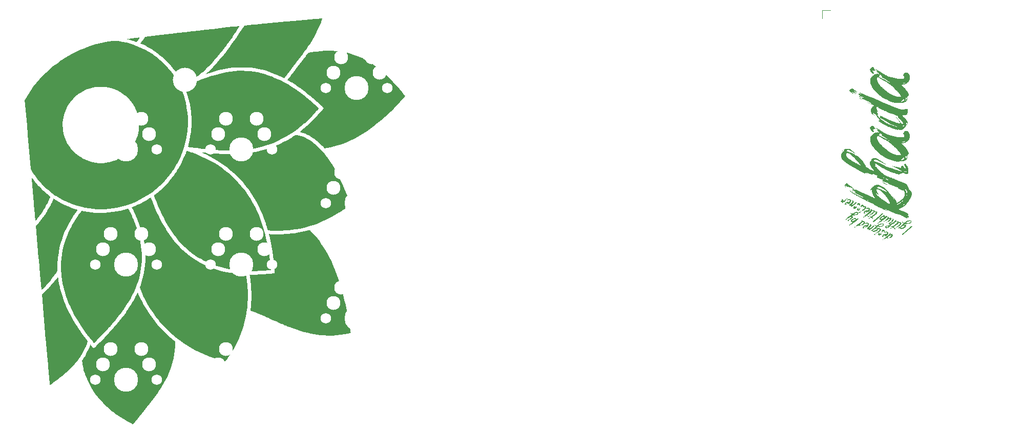
<source format=gto>
%TF.GenerationSoftware,KiCad,Pcbnew,6.99.0-unknown-8f937b17a2~148~ubuntu20.04.1*%
%TF.CreationDate,2022-05-22T21:32:21+02:00*%
%TF.ProjectId,khada,6b686164-612e-46b6-9963-61645f706362,rev?*%
%TF.SameCoordinates,Original*%
%TF.FileFunction,Legend,Top*%
%TF.FilePolarity,Positive*%
%FSLAX46Y46*%
G04 Gerber Fmt 4.6, Leading zero omitted, Abs format (unit mm)*
G04 Created by KiCad (PCBNEW 6.99.0-unknown-8f937b17a2~148~ubuntu20.04.1) date 2022-05-22 21:32:21*
%MOMM*%
%LPD*%
G01*
G04 APERTURE LIST*
G04 Aperture macros list*
%AMRoundRect*
0 Rectangle with rounded corners*
0 $1 Rounding radius*
0 $2 $3 $4 $5 $6 $7 $8 $9 X,Y pos of 4 corners*
0 Add a 4 corners polygon primitive as box body*
4,1,4,$2,$3,$4,$5,$6,$7,$8,$9,$2,$3,0*
0 Add four circle primitives for the rounded corners*
1,1,$1+$1,$2,$3*
1,1,$1+$1,$4,$5*
1,1,$1+$1,$6,$7*
1,1,$1+$1,$8,$9*
0 Add four rect primitives between the rounded corners*
20,1,$1+$1,$2,$3,$4,$5,0*
20,1,$1+$1,$4,$5,$6,$7,0*
20,1,$1+$1,$6,$7,$8,$9,0*
20,1,$1+$1,$8,$9,$2,$3,0*%
%AMHorizOval*
0 Thick line with rounded ends*
0 $1 width*
0 $2 $3 position (X,Y) of the first rounded end (center of the circle)*
0 $4 $5 position (X,Y) of the second rounded end (center of the circle)*
0 Add line between two ends*
20,1,$1,$2,$3,$4,$5,0*
0 Add two circle primitives to create the rounded ends*
1,1,$1,$2,$3*
1,1,$1,$4,$5*%
G04 Aperture macros list end*
%ADD10C,0.120000*%
%ADD11C,1.200000*%
%ADD12O,1.700000X2.500000*%
%ADD13R,2.000000X2.000000*%
%ADD14C,2.000000*%
%ADD15R,2.000000X3.200000*%
%ADD16C,1.400000*%
%ADD17O,1.400000X1.400000*%
%ADD18R,1.700000X1.700000*%
%ADD19C,1.700000*%
%ADD20C,4.000000*%
%ADD21C,1.750000*%
%ADD22C,3.987800*%
%ADD23C,2.300000*%
%ADD24RoundRect,0.160000X0.640000X-0.640000X0.640000X0.640000X-0.640000X0.640000X-0.640000X-0.640000X0*%
%ADD25O,1.600000X1.600000*%
%ADD26RoundRect,0.160000X0.640000X0.640000X-0.640000X0.640000X-0.640000X-0.640000X0.640000X-0.640000X0*%
%ADD27RoundRect,0.160000X0.353649X-0.833146X0.833146X0.353649X-0.353649X0.833146X-0.833146X-0.353649X0*%
%ADD28HorizOval,1.600000X0.000000X0.000000X0.000000X0.000000X0*%
%ADD29RoundRect,0.160000X0.605628X-0.672618X0.672618X0.605628X-0.605628X0.672618X-0.672618X-0.605628X0*%
%ADD30HorizOval,1.600000X0.000000X0.000000X0.000000X0.000000X0*%
%ADD31RoundRect,0.160000X-0.640000X-0.640000X0.640000X-0.640000X0.640000X0.640000X-0.640000X0.640000X0*%
G04 APERTURE END LIST*
D10*
%TO.C,U1*%
X183836000Y-50486000D02*
X185166000Y-50486000D01*
X183836000Y-51816000D02*
X183836000Y-50486000D01*
%TO.C,G\u002A\u002A\u002A*%
G36*
X196126060Y-84170064D02*
G01*
X196104108Y-84166076D01*
X196092743Y-84163537D01*
X196060601Y-84153668D01*
X196020166Y-84139262D01*
X195973412Y-84121120D01*
X195922310Y-84100045D01*
X195868835Y-84076838D01*
X195814958Y-84052303D01*
X195788870Y-84039972D01*
X195752466Y-84022704D01*
X195718255Y-84006783D01*
X195688037Y-83993023D01*
X195663613Y-83982238D01*
X195646783Y-83975241D01*
X195641330Y-83973276D01*
X195621441Y-83966009D01*
X195599274Y-83956319D01*
X195592150Y-83952818D01*
X195571106Y-83943100D01*
X195549488Y-83934681D01*
X195542971Y-83932558D01*
X195531281Y-83928237D01*
X195510857Y-83919816D01*
X195483466Y-83908060D01*
X195450873Y-83893734D01*
X195414845Y-83877602D01*
X195389645Y-83866157D01*
X195351203Y-83848660D01*
X195314025Y-83831858D01*
X195280126Y-83816652D01*
X195251518Y-83803943D01*
X195230217Y-83794632D01*
X195221854Y-83791083D01*
X195199868Y-83781486D01*
X195179700Y-83771879D01*
X195166889Y-83765007D01*
X195153290Y-83757980D01*
X195132731Y-83748702D01*
X195109114Y-83738913D01*
X195103244Y-83736611D01*
X195078752Y-83726552D01*
X195055682Y-83716095D01*
X195038312Y-83707199D01*
X195035768Y-83705700D01*
X195017376Y-83694515D01*
X194998346Y-83682943D01*
X194968512Y-83665293D01*
X194944136Y-83651571D01*
X194923088Y-83640601D01*
X194903239Y-83631206D01*
X194892059Y-83626283D01*
X194870828Y-83616737D01*
X194842555Y-83603462D01*
X194810496Y-83588013D01*
X194777903Y-83571946D01*
X194768310Y-83567138D01*
X194720802Y-83543650D01*
X194678652Y-83523665D01*
X194642855Y-83507617D01*
X194614408Y-83495939D01*
X194594304Y-83489063D01*
X194584895Y-83487312D01*
X194575521Y-83491707D01*
X194573836Y-83498243D01*
X194568758Y-83515420D01*
X194555666Y-83528502D01*
X194537777Y-83536190D01*
X194518307Y-83537185D01*
X194500469Y-83530190D01*
X194498486Y-83528666D01*
X194489285Y-83520224D01*
X194487468Y-83513130D01*
X194492309Y-83502274D01*
X194494256Y-83498767D01*
X194500373Y-83482177D01*
X194497441Y-83467961D01*
X194484626Y-83453770D01*
X194475870Y-83447092D01*
X194446171Y-83430828D01*
X194412895Y-83420536D01*
X194379346Y-83416694D01*
X194348824Y-83419779D01*
X194331249Y-83426199D01*
X194318114Y-83432571D01*
X194310924Y-83433328D01*
X194305500Y-83428458D01*
X194303766Y-83426134D01*
X194297484Y-83411736D01*
X194296114Y-83402187D01*
X194291928Y-83388244D01*
X194279117Y-83380772D01*
X194257301Y-83379679D01*
X194226101Y-83384876D01*
X194225050Y-83385120D01*
X194203192Y-83389914D01*
X194184815Y-83393375D01*
X194173645Y-83394806D01*
X194173164Y-83394812D01*
X194164615Y-83390870D01*
X194163678Y-83380492D01*
X194169940Y-83365578D01*
X194182987Y-83348027D01*
X194183486Y-83347472D01*
X194194360Y-83333816D01*
X194200253Y-83323135D01*
X194200502Y-83319288D01*
X194193276Y-83316268D01*
X194178185Y-83314251D01*
X194163985Y-83313736D01*
X194135124Y-83316349D01*
X194116156Y-83324379D01*
X194106600Y-83338109D01*
X194105180Y-83348586D01*
X194107611Y-83361874D01*
X194115548Y-83375171D01*
X194129956Y-83389203D01*
X194151800Y-83404697D01*
X194182044Y-83422381D01*
X194221654Y-83442982D01*
X194247007Y-83455444D01*
X194287494Y-83475465D01*
X194317987Y-83491613D01*
X194339177Y-83504449D01*
X194351758Y-83514537D01*
X194356422Y-83522438D01*
X194353863Y-83528713D01*
X194344772Y-83533927D01*
X194344080Y-83534200D01*
X194317337Y-83539367D01*
X194282628Y-83537589D01*
X194241104Y-83529047D01*
X194193914Y-83513923D01*
X194178763Y-83508105D01*
X194113833Y-83481441D01*
X194039050Y-83449216D01*
X194026373Y-83443557D01*
X193954646Y-83411541D01*
X193860856Y-83368525D01*
X193757912Y-83320280D01*
X193646049Y-83266915D01*
X193569004Y-83229607D01*
X193903872Y-83229607D01*
X193905739Y-83235166D01*
X193912942Y-83247625D01*
X193924027Y-83264512D01*
X193926615Y-83268251D01*
X193953031Y-83298942D01*
X193982384Y-83320301D01*
X194013251Y-83331406D01*
X194026373Y-83332793D01*
X194048113Y-83329158D01*
X194063033Y-83317918D01*
X194069390Y-83300657D01*
X194069299Y-83293781D01*
X194067572Y-83276128D01*
X194029964Y-83277707D01*
X194010965Y-83278087D01*
X193996518Y-83276556D01*
X193982799Y-83271953D01*
X193965986Y-83263115D01*
X193949362Y-83253199D01*
X193929828Y-83241774D01*
X193914314Y-83233504D01*
X193905210Y-83229628D01*
X193903872Y-83229607D01*
X193569004Y-83229607D01*
X193525499Y-83208540D01*
X193396496Y-83145265D01*
X193259274Y-83077202D01*
X193153403Y-83024232D01*
X193050060Y-82972221D01*
X192956601Y-82924900D01*
X192872471Y-82881963D01*
X192797118Y-82843103D01*
X192737847Y-82812123D01*
X197075489Y-82812123D01*
X197079878Y-82818672D01*
X197089027Y-82817875D01*
X197108192Y-82808451D01*
X197134591Y-82792163D01*
X197166977Y-82770014D01*
X197204101Y-82743009D01*
X197244714Y-82712155D01*
X197287569Y-82678455D01*
X197331417Y-82642915D01*
X197375010Y-82606540D01*
X197417099Y-82570334D01*
X197456436Y-82535304D01*
X197491773Y-82502453D01*
X197521861Y-82472788D01*
X197535526Y-82458404D01*
X197557444Y-82433327D01*
X197576247Y-82409338D01*
X197591024Y-82387890D01*
X197600868Y-82370441D01*
X197604869Y-82358445D01*
X197602117Y-82353358D01*
X197601175Y-82353280D01*
X197592326Y-82356455D01*
X197576074Y-82365139D01*
X197569725Y-82368929D01*
X197554401Y-82378075D01*
X197529291Y-82394005D01*
X197502726Y-82411669D01*
X197498781Y-82414418D01*
X197476689Y-82429811D01*
X197453163Y-82447172D01*
X197452917Y-82447360D01*
X197406334Y-82483909D01*
X197358733Y-82522797D01*
X197311293Y-82562942D01*
X197265197Y-82603265D01*
X197221624Y-82642685D01*
X197181755Y-82680119D01*
X197146772Y-82714489D01*
X197117856Y-82744713D01*
X197096186Y-82769709D01*
X197086482Y-82782738D01*
X197077644Y-82799499D01*
X197075489Y-82812123D01*
X192737847Y-82812123D01*
X192729987Y-82808015D01*
X192670523Y-82776394D01*
X192618174Y-82747933D01*
X192572384Y-82722327D01*
X192532600Y-82699270D01*
X192498267Y-82678457D01*
X192468832Y-82659581D01*
X192443740Y-82642337D01*
X192431098Y-82632891D01*
X196108142Y-82632891D01*
X196110733Y-82642874D01*
X196119487Y-82655378D01*
X196121668Y-82657675D01*
X196131454Y-82666321D01*
X196141066Y-82670398D01*
X196154693Y-82670922D01*
X196170616Y-82669536D01*
X196222562Y-82658412D01*
X196272476Y-82636492D01*
X196302221Y-82617326D01*
X196324379Y-82601484D01*
X196350687Y-82583280D01*
X196375547Y-82566587D01*
X196376137Y-82566199D01*
X196400491Y-82549448D01*
X196425950Y-82530743D01*
X196447139Y-82514036D01*
X196447757Y-82513520D01*
X196469912Y-82496371D01*
X196494784Y-82479188D01*
X196511402Y-82468959D01*
X196579128Y-82430406D01*
X196637970Y-82396637D01*
X196689133Y-82366764D01*
X196733820Y-82339903D01*
X196773236Y-82315167D01*
X196808584Y-82291671D01*
X196841070Y-82268529D01*
X196871896Y-82244854D01*
X196902268Y-82219761D01*
X196933389Y-82192363D01*
X196966464Y-82161777D01*
X197002697Y-82127114D01*
X197043292Y-82087490D01*
X197082721Y-82048660D01*
X197129429Y-82001859D01*
X197167345Y-81962267D01*
X197196600Y-81929730D01*
X197217328Y-81904089D01*
X197229660Y-81885189D01*
X197233729Y-81872874D01*
X197233331Y-81870365D01*
X197226764Y-81866856D01*
X197213103Y-81865568D01*
X197208673Y-81865714D01*
X197182059Y-81871326D01*
X197148531Y-81885121D01*
X197108858Y-81906630D01*
X197063808Y-81935385D01*
X197014152Y-81970916D01*
X196960658Y-82012755D01*
X196941317Y-82028681D01*
X196852361Y-82100970D01*
X196759763Y-82172418D01*
X196661583Y-82244463D01*
X196555882Y-82318539D01*
X196483176Y-82367821D01*
X196443529Y-82394451D01*
X196402358Y-82422236D01*
X196362067Y-82449543D01*
X196325058Y-82474742D01*
X196293736Y-82496200D01*
X196277777Y-82507222D01*
X196247251Y-82528400D01*
X196215617Y-82550335D01*
X196186096Y-82570795D01*
X196161911Y-82587547D01*
X196156273Y-82591449D01*
X196136171Y-82606156D01*
X196120064Y-82619443D01*
X196110164Y-82629406D01*
X196108142Y-82632891D01*
X192431098Y-82632891D01*
X192422438Y-82626420D01*
X192404371Y-82611523D01*
X192402573Y-82609947D01*
X192361090Y-82576399D01*
X192311280Y-82541120D01*
X192255859Y-82505833D01*
X192197545Y-82472263D01*
X192139053Y-82442133D01*
X192135089Y-82440230D01*
X192077213Y-82413066D01*
X192022132Y-82388170D01*
X191970860Y-82365944D01*
X191924413Y-82346787D01*
X191883807Y-82331100D01*
X191850055Y-82319285D01*
X191824174Y-82311742D01*
X191807179Y-82308872D01*
X191803007Y-82309141D01*
X191778745Y-82314352D01*
X191763517Y-82316900D01*
X191754952Y-82316072D01*
X191750681Y-82311158D01*
X191748331Y-82301446D01*
X191746715Y-82292249D01*
X191742941Y-82275973D01*
X191737174Y-82265506D01*
X191726623Y-82258208D01*
X191708500Y-82251438D01*
X191701148Y-82249109D01*
X191682490Y-82242244D01*
X191654442Y-82230473D01*
X191617879Y-82214230D01*
X191573678Y-82193947D01*
X191522714Y-82170060D01*
X191494273Y-82156523D01*
X191465863Y-82143001D01*
X191404001Y-82113203D01*
X191338004Y-82081101D01*
X191268748Y-82047127D01*
X191197108Y-82011716D01*
X191123961Y-81975301D01*
X191050182Y-81938316D01*
X190976648Y-81901194D01*
X190904234Y-81864368D01*
X190833815Y-81828273D01*
X190766269Y-81793342D01*
X190702470Y-81760008D01*
X190643295Y-81728704D01*
X190637527Y-81725605D01*
X190987465Y-81725605D01*
X190988856Y-81731886D01*
X190998812Y-81743597D01*
X191016215Y-81759835D01*
X191039945Y-81779695D01*
X191068884Y-81802272D01*
X191101914Y-81826661D01*
X191137915Y-81851958D01*
X191171740Y-81874628D01*
X191216658Y-81903084D01*
X191262162Y-81930167D01*
X191307029Y-81955292D01*
X191350034Y-81977872D01*
X191389953Y-81997321D01*
X191425561Y-82013052D01*
X191455633Y-82024480D01*
X191478946Y-82031017D01*
X191494273Y-82032079D01*
X191497936Y-82030813D01*
X191497764Y-82025375D01*
X191489557Y-82015693D01*
X191475259Y-82003383D01*
X191456814Y-81990061D01*
X191436165Y-81977343D01*
X191428862Y-81973378D01*
X191412296Y-81963744D01*
X191400898Y-81955244D01*
X191397403Y-81950461D01*
X191402548Y-81946100D01*
X191415473Y-81942242D01*
X191432387Y-81939477D01*
X191449500Y-81938393D01*
X191463020Y-81939577D01*
X191464636Y-81940029D01*
X191467356Y-81939565D01*
X191461477Y-81934253D01*
X191456737Y-81930910D01*
X191444743Y-81924555D01*
X191424233Y-81915496D01*
X191397650Y-81904743D01*
X191367439Y-81893302D01*
X191352591Y-81887943D01*
X191304688Y-81870539D01*
X191262100Y-81854065D01*
X191221816Y-81837202D01*
X191180820Y-81818632D01*
X191136099Y-81797035D01*
X191084639Y-81771094D01*
X191079579Y-81768504D01*
X191050360Y-81753766D01*
X191024823Y-81741333D01*
X191004681Y-81732002D01*
X190991651Y-81726574D01*
X190987465Y-81725605D01*
X190637527Y-81725605D01*
X190589619Y-81699866D01*
X190570009Y-81689186D01*
X190519224Y-81661462D01*
X190460752Y-81629642D01*
X190397110Y-81595089D01*
X190330812Y-81559165D01*
X190264375Y-81523234D01*
X190200315Y-81488659D01*
X190141147Y-81456803D01*
X190133176Y-81452519D01*
X190076442Y-81421918D01*
X190014611Y-81388359D01*
X189948659Y-81352385D01*
X189879562Y-81314539D01*
X189808297Y-81275364D01*
X189735840Y-81235404D01*
X189663168Y-81195201D01*
X189591257Y-81155299D01*
X189521084Y-81116242D01*
X189453626Y-81078572D01*
X189389859Y-81042832D01*
X189330759Y-81009566D01*
X189277304Y-80979317D01*
X189230469Y-80952629D01*
X189191232Y-80930044D01*
X189160569Y-80912105D01*
X189146122Y-80903453D01*
X189025484Y-80828629D01*
X188912402Y-80755394D01*
X188807363Y-80684103D01*
X188710854Y-80615111D01*
X188623362Y-80548776D01*
X188545374Y-80485452D01*
X188477377Y-80425496D01*
X188431552Y-80381261D01*
X188401760Y-80349578D01*
X188381185Y-80324027D01*
X188369528Y-80304160D01*
X188366486Y-80289527D01*
X188367393Y-80285585D01*
X188373236Y-80278353D01*
X188384036Y-80277028D01*
X188401345Y-80281794D01*
X188426342Y-80292661D01*
X188454812Y-80307979D01*
X188490375Y-80329965D01*
X188531561Y-80357501D01*
X188576899Y-80389471D01*
X188624918Y-80424761D01*
X188674148Y-80462253D01*
X188723118Y-80500832D01*
X188770358Y-80539382D01*
X188814398Y-80576788D01*
X188853765Y-80611933D01*
X188880533Y-80637304D01*
X188904969Y-80660952D01*
X188927358Y-80682042D01*
X188946077Y-80699091D01*
X188959508Y-80710617D01*
X188965307Y-80714839D01*
X188974204Y-80718589D01*
X188975829Y-80714802D01*
X188974757Y-80709991D01*
X188973793Y-80704174D01*
X188975036Y-80700318D01*
X188979435Y-80698733D01*
X188987938Y-80699724D01*
X189001495Y-80703600D01*
X189021055Y-80710669D01*
X189047567Y-80721236D01*
X189081979Y-80735611D01*
X189125242Y-80754100D01*
X189168446Y-80772746D01*
X189246163Y-80807709D01*
X189323379Y-80844992D01*
X189396910Y-80882985D01*
X189463571Y-80920078D01*
X189484472Y-80932420D01*
X189535914Y-80962912D01*
X189586035Y-80991692D01*
X189636618Y-81019700D01*
X189689450Y-81047874D01*
X189746314Y-81077156D01*
X189808994Y-81108484D01*
X189879276Y-81142799D01*
X189933563Y-81168914D01*
X190013995Y-81207482D01*
X190086175Y-81242249D01*
X190152338Y-81274312D01*
X190214714Y-81304767D01*
X190275539Y-81334712D01*
X190337044Y-81365243D01*
X190401462Y-81397457D01*
X190471027Y-81432450D01*
X190503472Y-81448823D01*
X190542472Y-81468428D01*
X190578632Y-81486426D01*
X190610518Y-81502120D01*
X190636698Y-81514809D01*
X190655739Y-81523795D01*
X190666208Y-81528379D01*
X190667198Y-81528721D01*
X190674178Y-81530257D01*
X190678010Y-81528144D01*
X190679440Y-81520093D01*
X190679214Y-81503810D01*
X190678770Y-81493159D01*
X190677048Y-81453677D01*
X190636547Y-81425803D01*
X190612665Y-81410000D01*
X190580569Y-81389692D01*
X190542153Y-81366006D01*
X190499312Y-81340069D01*
X190453940Y-81313010D01*
X190407932Y-81285954D01*
X190363181Y-81260030D01*
X190321583Y-81236365D01*
X190285032Y-81216086D01*
X190274930Y-81210613D01*
X190241642Y-81192541D01*
X190201897Y-81170696D01*
X190159274Y-81147062D01*
X190117355Y-81123622D01*
X190086889Y-81106431D01*
X190038474Y-81079112D01*
X189992595Y-81053544D01*
X189947646Y-81028877D01*
X189902023Y-81004258D01*
X189854120Y-80978836D01*
X189802331Y-80951759D01*
X189745051Y-80922176D01*
X189680675Y-80889234D01*
X189607597Y-80852083D01*
X189603768Y-80850142D01*
X189522188Y-80808696D01*
X189450057Y-80771836D01*
X189386448Y-80739025D01*
X189330433Y-80709725D01*
X189281084Y-80683399D01*
X189237475Y-80659510D01*
X189198678Y-80637521D01*
X189163766Y-80616896D01*
X189131811Y-80597096D01*
X189101886Y-80577586D01*
X189073063Y-80557827D01*
X189044416Y-80537283D01*
X189015017Y-80515416D01*
X188983938Y-80491690D01*
X188981212Y-80489588D01*
X188954689Y-80469004D01*
X188931652Y-80450898D01*
X188913546Y-80436424D01*
X188901815Y-80426737D01*
X188897891Y-80423019D01*
X188902806Y-80424809D01*
X188916558Y-80431099D01*
X188937651Y-80441174D01*
X188964594Y-80454315D01*
X188995892Y-80469807D01*
X189008611Y-80476158D01*
X189047281Y-80495005D01*
X189088394Y-80514150D01*
X189130440Y-80532975D01*
X189171909Y-80550859D01*
X189211291Y-80567186D01*
X189247076Y-80581335D01*
X189277754Y-80592688D01*
X189301815Y-80600626D01*
X189317750Y-80604531D01*
X189322410Y-80604750D01*
X189332664Y-80598320D01*
X189339003Y-80587412D01*
X189338561Y-80570791D01*
X189328082Y-80549903D01*
X189308080Y-80525229D01*
X189279071Y-80497249D01*
X189241570Y-80466444D01*
X189196092Y-80433294D01*
X189143153Y-80398279D01*
X189122010Y-80385090D01*
X189094519Y-80367979D01*
X189069737Y-80352153D01*
X189049728Y-80338959D01*
X189036554Y-80329744D01*
X189033230Y-80327100D01*
X189023026Y-80320428D01*
X189004855Y-80310831D01*
X188981484Y-80299706D01*
X188960907Y-80290645D01*
X188928177Y-80275788D01*
X188903302Y-80261944D01*
X188882969Y-80247103D01*
X188870408Y-80235767D01*
X188854117Y-80219173D01*
X188844878Y-80206787D01*
X188840815Y-80195451D01*
X188840032Y-80184557D01*
X188835032Y-80160763D01*
X188820057Y-80131231D01*
X188795144Y-80096026D01*
X188781642Y-80079467D01*
X188769590Y-80064088D01*
X188761387Y-80051546D01*
X188759030Y-80045646D01*
X188764373Y-80037928D01*
X188778680Y-80031784D01*
X188799363Y-80028068D01*
X188814369Y-80027358D01*
X188833686Y-80029736D01*
X188861596Y-80036423D01*
X188896245Y-80046748D01*
X188935780Y-80060042D01*
X188978347Y-80075632D01*
X189022094Y-80092849D01*
X189065166Y-80111023D01*
X189105712Y-80129481D01*
X189131173Y-80141996D01*
X189178937Y-80165296D01*
X189224514Y-80185519D01*
X189266643Y-80202245D01*
X189304065Y-80215052D01*
X189335519Y-80223519D01*
X189359746Y-80227224D01*
X189375486Y-80225747D01*
X189377967Y-80224505D01*
X189382454Y-80219435D01*
X189379762Y-80212358D01*
X189372181Y-80203480D01*
X189358878Y-80191800D01*
X189340335Y-80178621D01*
X189328303Y-80171258D01*
X189303987Y-80156303D01*
X189289543Y-80144298D01*
X189284011Y-80134126D01*
X189286431Y-80124666D01*
X189287277Y-80123433D01*
X189291211Y-80119304D01*
X189296694Y-80117731D01*
X189305797Y-80119137D01*
X189320593Y-80123949D01*
X189343152Y-80132590D01*
X189355215Y-80137375D01*
X189404130Y-80157021D01*
X189453715Y-80177290D01*
X189504753Y-80198531D01*
X189558028Y-80221090D01*
X189614323Y-80245315D01*
X189674422Y-80271553D01*
X189739107Y-80300151D01*
X189809163Y-80331457D01*
X189885374Y-80365819D01*
X189968521Y-80403582D01*
X190059390Y-80445096D01*
X190158763Y-80490707D01*
X190267424Y-80540762D01*
X190324109Y-80566931D01*
X190374059Y-80589957D01*
X190433272Y-80617173D01*
X190500473Y-80647996D01*
X190574384Y-80681843D01*
X190653728Y-80718129D01*
X190737227Y-80756273D01*
X190823605Y-80795690D01*
X190911585Y-80835797D01*
X190999889Y-80876011D01*
X191087240Y-80915748D01*
X191172362Y-80954426D01*
X191194884Y-80964651D01*
X191305048Y-81014666D01*
X191405416Y-81060255D01*
X191496735Y-81101761D01*
X191579751Y-81139527D01*
X191655213Y-81173895D01*
X191723867Y-81205207D01*
X191786461Y-81233807D01*
X191843741Y-81260038D01*
X191896455Y-81284241D01*
X191945351Y-81306760D01*
X191991174Y-81327937D01*
X192034673Y-81348115D01*
X192076594Y-81367637D01*
X192117685Y-81386846D01*
X192158693Y-81406083D01*
X192200365Y-81425692D01*
X192210305Y-81430377D01*
X192256460Y-81451914D01*
X192305330Y-81474327D01*
X192354218Y-81496404D01*
X192400427Y-81516937D01*
X192441258Y-81534716D01*
X192470362Y-81547023D01*
X192503020Y-81560701D01*
X192532257Y-81573242D01*
X192556283Y-81583852D01*
X192573305Y-81591740D01*
X192581532Y-81596115D01*
X192581740Y-81596275D01*
X192587652Y-81598749D01*
X192589280Y-81591122D01*
X192589280Y-81590960D01*
X192586986Y-81575950D01*
X192579594Y-81557994D01*
X192566340Y-81535832D01*
X192546458Y-81508200D01*
X192519184Y-81473837D01*
X192515830Y-81469751D01*
X192444754Y-81380525D01*
X192381755Y-81295102D01*
X192325190Y-81211009D01*
X192273416Y-81125773D01*
X192224789Y-81036919D01*
X192212931Y-81013850D01*
X192161372Y-80904192D01*
X192155585Y-80891884D01*
X192108415Y-80771196D01*
X192090170Y-80712298D01*
X192704224Y-80712298D01*
X192706416Y-80727018D01*
X192715261Y-80751841D01*
X192729690Y-80783924D01*
X192748513Y-80821142D01*
X192770541Y-80861373D01*
X192794583Y-80902494D01*
X192819450Y-80942380D01*
X192843952Y-80978910D01*
X192859810Y-81000764D01*
X192881190Y-81028028D01*
X192905492Y-81057276D01*
X192931393Y-81087094D01*
X192957570Y-81116069D01*
X192982702Y-81142787D01*
X193005467Y-81165835D01*
X193024541Y-81183800D01*
X193038602Y-81195267D01*
X193045032Y-81198746D01*
X193055930Y-81203650D01*
X193073856Y-81214856D01*
X193099048Y-81232544D01*
X193131743Y-81256896D01*
X193172179Y-81288092D01*
X193220595Y-81326314D01*
X193277227Y-81371744D01*
X193342315Y-81424561D01*
X193353016Y-81433291D01*
X193436395Y-81501165D01*
X193511403Y-81561819D01*
X193578456Y-81615562D01*
X193637970Y-81662705D01*
X193690359Y-81703560D01*
X193736039Y-81738436D01*
X193775425Y-81767644D01*
X193808932Y-81791494D01*
X193836975Y-81810298D01*
X193859970Y-81824366D01*
X193878332Y-81834008D01*
X193892476Y-81839534D01*
X193897857Y-81840811D01*
X193916883Y-81847347D01*
X193942259Y-81860901D01*
X193972183Y-81880276D01*
X194004855Y-81904277D01*
X194038473Y-81931707D01*
X194050214Y-81941972D01*
X194074861Y-81962521D01*
X194107970Y-81987994D01*
X194148078Y-82017371D01*
X194193719Y-82049630D01*
X194243429Y-82083751D01*
X194295743Y-82118714D01*
X194349196Y-82153497D01*
X194399486Y-82185315D01*
X194425985Y-82202067D01*
X194460349Y-82224162D01*
X194500850Y-82250466D01*
X194545760Y-82279851D01*
X194593352Y-82311184D01*
X194641897Y-82343335D01*
X194689668Y-82375174D01*
X194694566Y-82378451D01*
X194766367Y-82426114D01*
X194829338Y-82467080D01*
X194883417Y-82501313D01*
X194928542Y-82528776D01*
X194964652Y-82549432D01*
X194991683Y-82563244D01*
X195009574Y-82570174D01*
X195017376Y-82570698D01*
X195021747Y-82568522D01*
X195024113Y-82564594D01*
X195024538Y-82556604D01*
X195023088Y-82542243D01*
X195019828Y-82519200D01*
X195018987Y-82513500D01*
X195012344Y-82470694D01*
X195004823Y-82425855D01*
X194996828Y-82381081D01*
X194988759Y-82338469D01*
X194981020Y-82300113D01*
X194974012Y-82268110D01*
X194968138Y-82244557D01*
X194966065Y-82237563D01*
X194956953Y-82211754D01*
X194943803Y-82177865D01*
X194927618Y-82138231D01*
X194909404Y-82095188D01*
X194890165Y-82051069D01*
X194870907Y-82008209D01*
X194852635Y-81968945D01*
X194836352Y-81935609D01*
X194834729Y-81932411D01*
X194794001Y-81856797D01*
X194745396Y-81774096D01*
X194689480Y-81685139D01*
X194626814Y-81590757D01*
X194559423Y-81493880D01*
X194557962Y-81491780D01*
X194483487Y-81389039D01*
X194403952Y-81283365D01*
X194331578Y-81190319D01*
X194292443Y-81142153D01*
X194245998Y-81087403D01*
X194193416Y-81027353D01*
X194135872Y-80963289D01*
X194074539Y-80896495D01*
X194010593Y-80828255D01*
X193945206Y-80759854D01*
X193879554Y-80692575D01*
X193842130Y-80654888D01*
X193761545Y-80575292D01*
X193687292Y-80504147D01*
X193618559Y-80440801D01*
X193554534Y-80384601D01*
X193494406Y-80334894D01*
X193437363Y-80291027D01*
X193382594Y-80252348D01*
X193329287Y-80218204D01*
X193276631Y-80187942D01*
X193234406Y-80166077D01*
X193162216Y-80133611D01*
X193095949Y-80110528D01*
X193034968Y-80096679D01*
X192978638Y-80091914D01*
X192933460Y-80094961D01*
X192906949Y-80100597D01*
X192877867Y-80109712D01*
X192848819Y-80121145D01*
X192822407Y-80133733D01*
X192801235Y-80146316D01*
X192787908Y-80157731D01*
X192785776Y-80160851D01*
X192781585Y-80178584D01*
X192782724Y-80204716D01*
X192788978Y-80237491D01*
X192799818Y-80274250D01*
X192812497Y-80309314D01*
X192829035Y-80351637D01*
X192848746Y-80399719D01*
X192870948Y-80452056D01*
X192894956Y-80507146D01*
X192920084Y-80563488D01*
X192945649Y-80619580D01*
X192970967Y-80673918D01*
X192995352Y-80725003D01*
X193018121Y-80771330D01*
X193038589Y-80811399D01*
X193056071Y-80843707D01*
X193069594Y-80866310D01*
X193083721Y-80888864D01*
X193096344Y-80910604D01*
X193105285Y-80927728D01*
X193106925Y-80931401D01*
X193112244Y-80945190D01*
X193112645Y-80951388D01*
X193107965Y-80952957D01*
X193105747Y-80952969D01*
X193094082Y-80949457D01*
X193081080Y-80941526D01*
X193065158Y-80932700D01*
X193050461Y-80930507D01*
X193040356Y-80935217D01*
X193038673Y-80938148D01*
X193037495Y-80948184D01*
X193037811Y-80965283D01*
X193038877Y-80978783D01*
X193040415Y-80997033D01*
X193039793Y-81006165D01*
X193036465Y-81008520D01*
X193032189Y-81007374D01*
X193026121Y-81002105D01*
X193014352Y-80989702D01*
X193013689Y-80989003D01*
X192995872Y-80969180D01*
X192973646Y-80943749D01*
X192947991Y-80913820D01*
X192919883Y-80880507D01*
X192906139Y-80864039D01*
X192867489Y-80817663D01*
X192842380Y-80787739D01*
X192895932Y-80787739D01*
X192899005Y-80793227D01*
X192907284Y-80806058D01*
X192919359Y-80824081D01*
X192928585Y-80837574D01*
X192946903Y-80861628D01*
X192966391Y-80882993D01*
X192985296Y-80900162D01*
X193001867Y-80911624D01*
X193014352Y-80915873D01*
X193018386Y-80914902D01*
X193019703Y-80910372D01*
X193015231Y-80901189D01*
X193004356Y-80886538D01*
X192986465Y-80865603D01*
X192960941Y-80837567D01*
X192956735Y-80833041D01*
X192938229Y-80813908D01*
X192921946Y-80798430D01*
X192909800Y-80788344D01*
X192904109Y-80785308D01*
X192896717Y-80786703D01*
X192895932Y-80787739D01*
X192842380Y-80787739D01*
X192835441Y-80779469D01*
X192809269Y-80748682D01*
X192788248Y-80724525D01*
X192771655Y-80706223D01*
X192758765Y-80693000D01*
X192748854Y-80684080D01*
X192741198Y-80678686D01*
X192735071Y-80676044D01*
X192730014Y-80675376D01*
X192716254Y-80680428D01*
X192707224Y-80693684D01*
X192704224Y-80712298D01*
X192090170Y-80712298D01*
X192070655Y-80649301D01*
X192041540Y-80523712D01*
X192020303Y-80391942D01*
X192019553Y-80386082D01*
X192015827Y-80357265D01*
X192010924Y-80320192D01*
X192005273Y-80278068D01*
X191999305Y-80234096D01*
X191993449Y-80191480D01*
X191993156Y-80189362D01*
X191987858Y-80151050D01*
X191982903Y-80115109D01*
X191978582Y-80083660D01*
X191975186Y-80058820D01*
X191973006Y-80042708D01*
X191972642Y-80039962D01*
X191969358Y-80014958D01*
X191948864Y-80057320D01*
X191932742Y-80092782D01*
X191916731Y-80131791D01*
X191901926Y-80171340D01*
X191889417Y-80208423D01*
X191880296Y-80240032D01*
X191876807Y-80255649D01*
X191873949Y-80287136D01*
X191879049Y-80311319D01*
X191892871Y-80329958D01*
X191915371Y-80344424D01*
X191930852Y-80353361D01*
X191940089Y-80361465D01*
X191941666Y-80367098D01*
X191936382Y-80368725D01*
X191922464Y-80366021D01*
X191902641Y-80359075D01*
X191880910Y-80349637D01*
X191861266Y-80339456D01*
X191847704Y-80330281D01*
X191846903Y-80329550D01*
X191823718Y-80299783D01*
X191808186Y-80261707D01*
X191800279Y-80215189D01*
X191799966Y-80160095D01*
X191802397Y-80131544D01*
X191806210Y-80099695D01*
X191810129Y-80076297D01*
X191815124Y-80058265D01*
X191822162Y-80042512D01*
X191832211Y-80025949D01*
X191838397Y-80016795D01*
X191852444Y-79998216D01*
X192149521Y-79998216D01*
X192153066Y-80018206D01*
X192161372Y-80026069D01*
X192175873Y-80025831D01*
X192194760Y-80017741D01*
X192205098Y-80010965D01*
X192224398Y-79995854D01*
X192237144Y-79982023D01*
X192246815Y-79964987D01*
X192253862Y-79948133D01*
X192261292Y-79927616D01*
X192264337Y-79912716D01*
X192263392Y-79898515D01*
X192259235Y-79881460D01*
X192250062Y-79859082D01*
X192236855Y-79846516D01*
X192226071Y-79844079D01*
X192836136Y-79844079D01*
X192836518Y-79849124D01*
X192846607Y-79856502D01*
X192860166Y-79863044D01*
X192880537Y-79871337D01*
X192910124Y-79882836D01*
X192947222Y-79896915D01*
X192990128Y-79912949D01*
X193037137Y-79930314D01*
X193086545Y-79948385D01*
X193136649Y-79966538D01*
X193185744Y-79984146D01*
X193232126Y-80000587D01*
X193274092Y-80015234D01*
X193292264Y-80021477D01*
X193339236Y-80038023D01*
X193394990Y-80058524D01*
X193457721Y-80082263D01*
X193525625Y-80108527D01*
X193596897Y-80136601D01*
X193669731Y-80165768D01*
X193742321Y-80195316D01*
X193812864Y-80224528D01*
X193879553Y-80252689D01*
X193920032Y-80270115D01*
X193944385Y-80281110D01*
X193977563Y-80296719D01*
X194018115Y-80316231D01*
X194064593Y-80338933D01*
X194115548Y-80364113D01*
X194169531Y-80391057D01*
X194225094Y-80419054D01*
X194280787Y-80447392D01*
X194286041Y-80450080D01*
X194337845Y-80476575D01*
X194386501Y-80501408D01*
X194431043Y-80524090D01*
X194470509Y-80544132D01*
X194503934Y-80561047D01*
X194530355Y-80574346D01*
X194548806Y-80583541D01*
X194558325Y-80588142D01*
X194559423Y-80588588D01*
X194562168Y-80586048D01*
X194559669Y-80577711D01*
X194551409Y-80562501D01*
X194536871Y-80539343D01*
X194532507Y-80532660D01*
X194511939Y-80504808D01*
X194483396Y-80471261D01*
X194448174Y-80433251D01*
X194407566Y-80392009D01*
X194362870Y-80348766D01*
X194315380Y-80304753D01*
X194266392Y-80261201D01*
X194217201Y-80219341D01*
X194169102Y-80180404D01*
X194131536Y-80151633D01*
X194062617Y-80102133D01*
X193988898Y-80052370D01*
X193911629Y-80003011D01*
X193832061Y-79954722D01*
X193751446Y-79908171D01*
X193671034Y-79864024D01*
X193592077Y-79822949D01*
X193515826Y-79785612D01*
X193443532Y-79752681D01*
X193376445Y-79724822D01*
X193315818Y-79702704D01*
X193262900Y-79686991D01*
X193257549Y-79685670D01*
X193217031Y-79677662D01*
X193181159Y-79675130D01*
X193144905Y-79678083D01*
X193105630Y-79685953D01*
X193074772Y-79694716D01*
X193041149Y-79706568D01*
X193006482Y-79720644D01*
X192972489Y-79736079D01*
X192940888Y-79752009D01*
X192913400Y-79767568D01*
X192891742Y-79781892D01*
X192877634Y-79794116D01*
X192872788Y-79803121D01*
X192876350Y-79812020D01*
X192882231Y-79819910D01*
X192887954Y-79827679D01*
X192885123Y-79832371D01*
X192876068Y-79836277D01*
X192858906Y-79840827D01*
X192846034Y-79842210D01*
X192836136Y-79844079D01*
X192226071Y-79844079D01*
X192217933Y-79842240D01*
X192215775Y-79842210D01*
X192203557Y-79843328D01*
X192195089Y-79848460D01*
X192187120Y-79860271D01*
X192182214Y-79869693D01*
X192167899Y-79902980D01*
X192157312Y-79937364D01*
X192151003Y-79970042D01*
X192149521Y-79998216D01*
X191852444Y-79998216D01*
X191852693Y-79997887D01*
X191873823Y-79972459D01*
X191900342Y-79942076D01*
X191930807Y-79908304D01*
X191963772Y-79872707D01*
X191997794Y-79836852D01*
X192031428Y-79802304D01*
X192063231Y-79770627D01*
X192083574Y-79751053D01*
X192144497Y-79695312D01*
X192207439Y-79641142D01*
X192271150Y-79589444D01*
X192334380Y-79541121D01*
X192395878Y-79497072D01*
X192454393Y-79458201D01*
X192508677Y-79425409D01*
X192557477Y-79399597D01*
X192591830Y-79384541D01*
X192663431Y-79361867D01*
X192742585Y-79345807D01*
X192827346Y-79336362D01*
X192915768Y-79333535D01*
X193005904Y-79337331D01*
X193095809Y-79347751D01*
X193183538Y-79364800D01*
X193251763Y-79383500D01*
X193315498Y-79405505D01*
X193383969Y-79433069D01*
X193457799Y-79466507D01*
X193537609Y-79506133D01*
X193624021Y-79552261D01*
X193717655Y-79605205D01*
X193819133Y-79665278D01*
X193866778Y-79694265D01*
X193950461Y-79746564D01*
X194027124Y-79796777D01*
X194098361Y-79846206D01*
X194165766Y-79896147D01*
X194230934Y-79947902D01*
X194295459Y-80002769D01*
X194360936Y-80062047D01*
X194428958Y-80127035D01*
X194501119Y-80199033D01*
X194558401Y-80257878D01*
X194659575Y-80364805D01*
X194751612Y-80466165D01*
X194835098Y-80562664D01*
X194910620Y-80655005D01*
X194978765Y-80743894D01*
X195040121Y-80830037D01*
X195062586Y-80863417D01*
X195123120Y-80953026D01*
X195179977Y-81033201D01*
X195234078Y-81105128D01*
X195286347Y-81169991D01*
X195337707Y-81228974D01*
X195389081Y-81283262D01*
X195392266Y-81286478D01*
X195415572Y-81309259D01*
X195438406Y-81330363D01*
X195458432Y-81347706D01*
X195473309Y-81359205D01*
X195475598Y-81360707D01*
X195492987Y-81370254D01*
X195507613Y-81373876D01*
X195525697Y-81372942D01*
X195529118Y-81372490D01*
X195547438Y-81371084D01*
X195556102Y-81373875D01*
X195555341Y-81381795D01*
X195545383Y-81395777D01*
X195537185Y-81405158D01*
X195521447Y-81430818D01*
X195515661Y-81461272D01*
X195519660Y-81495702D01*
X195533276Y-81533290D01*
X195556342Y-81573217D01*
X195577202Y-81601116D01*
X195589069Y-81615943D01*
X195606317Y-81637853D01*
X195627299Y-81664738D01*
X195650370Y-81694489D01*
X195673008Y-81723859D01*
X195696143Y-81753362D01*
X195718610Y-81780915D01*
X195738856Y-81804696D01*
X195755329Y-81822881D01*
X195766477Y-81833649D01*
X195766653Y-81833790D01*
X195802822Y-81864151D01*
X195832390Y-81892736D01*
X195858925Y-81923297D01*
X195885218Y-81958490D01*
X195901969Y-81981935D01*
X195913301Y-81996919D01*
X195920351Y-82004519D01*
X195924256Y-82005810D01*
X195926153Y-82001867D01*
X195926761Y-81997780D01*
X195924661Y-81981727D01*
X195916177Y-81958150D01*
X195902101Y-81928605D01*
X195883223Y-81894648D01*
X195860335Y-81857834D01*
X195841274Y-81829659D01*
X195798569Y-81768209D01*
X195762582Y-81715347D01*
X195732968Y-81670494D01*
X195709379Y-81633073D01*
X195691471Y-81602504D01*
X195678896Y-81578211D01*
X195671308Y-81559616D01*
X195668361Y-81546140D01*
X195668498Y-81541292D01*
X195674121Y-81531781D01*
X195686135Y-81530721D01*
X195703212Y-81537940D01*
X195717153Y-81547580D01*
X195738433Y-81567134D01*
X195764041Y-81595306D01*
X195792848Y-81630513D01*
X195823721Y-81671171D01*
X195855530Y-81715695D01*
X195887145Y-81762501D01*
X195917434Y-81810006D01*
X195945267Y-81856624D01*
X195969512Y-81900772D01*
X195970141Y-81901982D01*
X195987904Y-81936861D01*
X196003621Y-81969447D01*
X196017813Y-82001237D01*
X196030998Y-82033726D01*
X196043696Y-82068410D01*
X196056425Y-82106787D01*
X196069705Y-82150351D01*
X196084055Y-82200599D01*
X196099993Y-82259026D01*
X196118040Y-82327130D01*
X196119208Y-82331583D01*
X196124897Y-82353279D01*
X196178193Y-82317437D01*
X196202901Y-82301517D01*
X196234367Y-82282271D01*
X196269114Y-82261770D01*
X196303666Y-82242090D01*
X196315385Y-82235607D01*
X196332518Y-82226124D01*
X196348759Y-82216856D01*
X196364767Y-82207306D01*
X196381199Y-82196979D01*
X196398714Y-82185377D01*
X196417970Y-82172004D01*
X196439625Y-82156363D01*
X196464338Y-82137958D01*
X196492765Y-82116291D01*
X196525567Y-82090868D01*
X196563400Y-82061190D01*
X196606923Y-82026761D01*
X196656794Y-81987086D01*
X196713672Y-81941666D01*
X196778213Y-81890007D01*
X196851078Y-81831610D01*
X196854860Y-81828577D01*
X196905257Y-81788218D01*
X196953983Y-81749289D01*
X197000113Y-81712523D01*
X197042723Y-81678651D01*
X197080889Y-81648407D01*
X197113687Y-81622521D01*
X197140194Y-81601728D01*
X197159484Y-81586759D01*
X197170281Y-81578601D01*
X197200184Y-81554129D01*
X197225280Y-81526968D01*
X197247015Y-81494960D01*
X197266834Y-81455947D01*
X197286181Y-81407771D01*
X197287981Y-81402822D01*
X197303734Y-81364667D01*
X197319363Y-81337963D01*
X197335001Y-81322590D01*
X197350784Y-81318430D01*
X197366845Y-81325364D01*
X197371200Y-81329079D01*
X197384148Y-81337489D01*
X197393429Y-81336235D01*
X197397318Y-81325632D01*
X197397344Y-81324299D01*
X197395495Y-81313603D01*
X197390718Y-81296385D01*
X197385940Y-81281868D01*
X197378773Y-81259161D01*
X197372904Y-81236538D01*
X197370736Y-81225656D01*
X197368987Y-81210534D01*
X197370815Y-81203637D01*
X197377125Y-81201932D01*
X197377801Y-81201929D01*
X197389865Y-81205047D01*
X197404678Y-81212592D01*
X197406023Y-81213463D01*
X197425216Y-81223929D01*
X197437339Y-81225352D01*
X197442343Y-81217888D01*
X197440176Y-81201693D01*
X197430789Y-81176923D01*
X197423052Y-81160737D01*
X197409676Y-81130255D01*
X197404239Y-81107759D01*
X197404248Y-81101576D01*
X197406701Y-81089188D01*
X197413313Y-81084004D01*
X197426273Y-81082773D01*
X197445349Y-81081843D01*
X197456219Y-81078794D01*
X197462248Y-81071410D01*
X197466804Y-81057476D01*
X197467264Y-81055797D01*
X197471404Y-81029704D01*
X197472616Y-80994049D01*
X197471133Y-80950401D01*
X197467189Y-80900328D01*
X197463642Y-80868753D01*
X197496888Y-80868753D01*
X197496908Y-80889453D01*
X197498781Y-80927062D01*
X197521351Y-80880775D01*
X197542363Y-80834623D01*
X197556208Y-80796871D01*
X197563032Y-80766952D01*
X197562979Y-80744297D01*
X197559145Y-80732854D01*
X197550496Y-80722953D01*
X197541394Y-80724547D01*
X197531948Y-80737576D01*
X197525714Y-80752039D01*
X197510369Y-80797217D01*
X197500936Y-80835286D01*
X197496888Y-80868753D01*
X197463642Y-80868753D01*
X197461018Y-80845401D01*
X197452855Y-80787188D01*
X197442933Y-80727258D01*
X197431487Y-80667181D01*
X197418749Y-80608524D01*
X197404955Y-80552859D01*
X197390339Y-80501752D01*
X197387219Y-80492256D01*
X197379899Y-80469977D01*
X197370071Y-80443853D01*
X197357938Y-80414526D01*
X197344532Y-80384183D01*
X197330886Y-80355006D01*
X197318033Y-80329180D01*
X197307006Y-80308887D01*
X197298838Y-80296313D01*
X197296666Y-80293985D01*
X197287808Y-80290654D01*
X197272478Y-80291454D01*
X197257923Y-80294169D01*
X197233990Y-80298137D01*
X197209621Y-80299507D01*
X197183804Y-80297952D01*
X197155523Y-80293146D01*
X197123765Y-80284761D01*
X197087515Y-80272472D01*
X197045759Y-80255951D01*
X196997484Y-80234871D01*
X196941674Y-80208907D01*
X196877316Y-80177732D01*
X196841608Y-80160084D01*
X196786476Y-80132765D01*
X196740209Y-80110030D01*
X196723247Y-80101820D01*
X197483264Y-80101820D01*
X197507328Y-80123561D01*
X197552066Y-80169979D01*
X197595895Y-80227456D01*
X197638463Y-80295491D01*
X197671844Y-80358125D01*
X197692404Y-80400698D01*
X197708767Y-80437267D01*
X197720410Y-80466585D01*
X197726809Y-80487405D01*
X197727376Y-80490228D01*
X197728890Y-80503939D01*
X197730489Y-80527501D01*
X197732097Y-80559193D01*
X197733641Y-80597295D01*
X197735046Y-80640088D01*
X197736237Y-80685852D01*
X197736632Y-80704305D01*
X197737704Y-80791206D01*
X197737342Y-80871306D01*
X197735583Y-80943810D01*
X197732465Y-81007926D01*
X197728025Y-81062861D01*
X197722303Y-81107821D01*
X197715838Y-81140080D01*
X197698688Y-81190887D01*
X197672051Y-81246827D01*
X197636347Y-81307057D01*
X197621416Y-81329537D01*
X197595159Y-81369278D01*
X197576427Y-81400534D01*
X197565112Y-81423512D01*
X197561102Y-81438421D01*
X197561656Y-81442566D01*
X197569725Y-81450616D01*
X197583669Y-81449384D01*
X197602807Y-81439119D01*
X197626452Y-81420070D01*
X197628573Y-81418124D01*
X197662648Y-81381493D01*
X197696734Y-81335324D01*
X197729727Y-81281596D01*
X197760521Y-81222288D01*
X197788013Y-81159380D01*
X197811098Y-81094851D01*
X197813796Y-81086189D01*
X197829848Y-81029120D01*
X197845006Y-80966622D01*
X197858441Y-80902665D01*
X197869326Y-80841218D01*
X197876829Y-80786251D01*
X197877242Y-80782415D01*
X197880110Y-80755252D01*
X197882779Y-80730198D01*
X197884853Y-80710957D01*
X197885585Y-80704305D01*
X197886306Y-80691682D01*
X197886826Y-80669973D01*
X197887115Y-80641663D01*
X197887143Y-80609236D01*
X197887019Y-80588588D01*
X197886644Y-80553156D01*
X197886011Y-80526983D01*
X197884793Y-80507757D01*
X197882663Y-80493165D01*
X197879296Y-80480896D01*
X197874364Y-80468636D01*
X197868228Y-80455513D01*
X197856304Y-80433201D01*
X197840148Y-80406449D01*
X197822640Y-80379946D01*
X197816740Y-80371618D01*
X197795332Y-80341005D01*
X197771949Y-80305809D01*
X197748399Y-80268908D01*
X197726491Y-80233184D01*
X197708032Y-80201517D01*
X197696460Y-80180046D01*
X197686611Y-80157569D01*
X197677111Y-80131005D01*
X197672292Y-80114605D01*
X197665825Y-80094332D01*
X197655733Y-80068083D01*
X197643229Y-80038506D01*
X197629525Y-80008247D01*
X197615832Y-79979952D01*
X197603365Y-79956270D01*
X197593334Y-79939846D01*
X197590625Y-79936304D01*
X197576636Y-79926860D01*
X197556234Y-79920708D01*
X197533926Y-79918438D01*
X197514221Y-79920642D01*
X197504555Y-79925036D01*
X197498456Y-79930408D01*
X197499585Y-79933796D01*
X197509595Y-79936759D01*
X197519020Y-79938681D01*
X197535087Y-79942607D01*
X197543013Y-79947984D01*
X197546138Y-79957736D01*
X197546738Y-79962968D01*
X197544637Y-79987362D01*
X197533943Y-80017279D01*
X197514400Y-80053375D01*
X197506431Y-80066035D01*
X197483264Y-80101820D01*
X196723247Y-80101820D01*
X196701355Y-80091224D01*
X196668459Y-80075692D01*
X196640071Y-80062779D01*
X196614737Y-80051828D01*
X196591004Y-80042185D01*
X196567419Y-80033194D01*
X196542531Y-80024201D01*
X196532822Y-80020783D01*
X196472343Y-79995007D01*
X196412186Y-79960864D01*
X196356518Y-79920904D01*
X196325876Y-79894129D01*
X196304194Y-79870970D01*
X196293033Y-79852288D01*
X196292490Y-79837528D01*
X196302666Y-79826136D01*
X196323659Y-79817557D01*
X196329467Y-79816228D01*
X197204403Y-79816228D01*
X197205035Y-79819803D01*
X197213877Y-79826729D01*
X197223768Y-79833278D01*
X197241986Y-79843671D01*
X197266269Y-79855583D01*
X197293958Y-79867929D01*
X197322394Y-79879622D01*
X197348919Y-79889578D01*
X197370875Y-79896710D01*
X197385601Y-79899934D01*
X197387219Y-79900015D01*
X197399199Y-79898451D01*
X197402161Y-79892767D01*
X197396184Y-79881644D01*
X197388907Y-79872482D01*
X197375771Y-79860880D01*
X197356593Y-79848453D01*
X197341011Y-79840467D01*
X197317471Y-79831773D01*
X197289128Y-79824040D01*
X197259756Y-79818022D01*
X197233127Y-79814475D01*
X197213014Y-79814155D01*
X197210901Y-79814416D01*
X197204403Y-79816228D01*
X196329467Y-79816228D01*
X196340244Y-79813762D01*
X196364565Y-79809152D01*
X196326957Y-79791667D01*
X196309965Y-79784411D01*
X196284336Y-79774292D01*
X196252385Y-79762183D01*
X196216427Y-79748961D01*
X196178778Y-79735498D01*
X196170738Y-79732675D01*
X196110736Y-79711583D01*
X196059643Y-79693369D01*
X196015397Y-79677234D01*
X195975934Y-79662380D01*
X195939191Y-79648009D01*
X195903106Y-79633322D01*
X195865615Y-79617520D01*
X195824657Y-79599806D01*
X195803335Y-79590466D01*
X195766378Y-79574396D01*
X195731013Y-79559325D01*
X195699274Y-79546097D01*
X195673199Y-79535557D01*
X195654823Y-79528547D01*
X195650009Y-79526897D01*
X195632780Y-79520989D01*
X195607832Y-79511925D01*
X195578201Y-79500832D01*
X195546918Y-79488832D01*
X195539246Y-79485842D01*
X195507365Y-79474006D01*
X195475618Y-79463315D01*
X195447276Y-79454802D01*
X195425611Y-79449499D01*
X195422046Y-79448863D01*
X195396539Y-79443733D01*
X195368102Y-79435845D01*
X195335585Y-79424740D01*
X195297834Y-79409963D01*
X195253699Y-79391056D01*
X195202027Y-79367562D01*
X195141667Y-79339026D01*
X195125560Y-79331280D01*
X195084125Y-79311368D01*
X195043429Y-79291943D01*
X195005407Y-79273918D01*
X194971994Y-79258208D01*
X194945127Y-79245726D01*
X194926775Y-79237402D01*
X194883499Y-79217684D01*
X194845021Y-79199168D01*
X194840560Y-79197021D01*
X194799391Y-79176198D01*
X194761425Y-79156002D01*
X194728095Y-79137221D01*
X194700834Y-79120642D01*
X194681077Y-79107050D01*
X194670255Y-79097234D01*
X194669494Y-79096141D01*
X194669230Y-79086681D01*
X194672176Y-79081391D01*
X194676445Y-79068287D01*
X194670374Y-79052947D01*
X194654775Y-79036236D01*
X194630455Y-79019020D01*
X194598225Y-79002163D01*
X194597970Y-79002047D01*
X194565482Y-78989030D01*
X194524066Y-78975211D01*
X194476267Y-78961306D01*
X194424628Y-78948033D01*
X194371692Y-78936108D01*
X194345477Y-78930865D01*
X194276890Y-78915315D01*
X194203468Y-78893826D01*
X194124351Y-78866081D01*
X194038677Y-78831761D01*
X193991044Y-78810673D01*
X193945587Y-78790549D01*
X193876451Y-78757867D01*
X193831981Y-78735752D01*
X193791221Y-78714309D01*
X193755306Y-78694223D01*
X193725372Y-78676178D01*
X193702555Y-78660858D01*
X193687989Y-78648950D01*
X193682812Y-78641138D01*
X193682811Y-78641083D01*
X193687942Y-78634739D01*
X193698722Y-78632898D01*
X193722573Y-78631370D01*
X193743166Y-78627480D01*
X193757455Y-78621973D01*
X193762156Y-78617364D01*
X193760757Y-78607796D01*
X193753016Y-78596178D01*
X193752974Y-78596132D01*
X193743417Y-78582017D01*
X193740795Y-78569159D01*
X193745162Y-78561438D01*
X193753125Y-78561044D01*
X193767516Y-78563449D01*
X193772644Y-78564700D01*
X193798018Y-78567389D01*
X193822952Y-78563347D01*
X193843661Y-78553581D01*
X193854194Y-78543024D01*
X193859251Y-78532613D01*
X193858309Y-78523932D01*
X193850120Y-78515822D01*
X193833439Y-78507127D01*
X193807018Y-78496689D01*
X193802505Y-78495035D01*
X193772710Y-78483769D01*
X193739375Y-78470541D01*
X193709514Y-78458137D01*
X193708420Y-78457667D01*
X193661674Y-78438429D01*
X193606017Y-78417028D01*
X193543718Y-78394280D01*
X193477047Y-78371003D01*
X193408275Y-78348015D01*
X193366967Y-78334706D01*
X193274555Y-78304536D01*
X193191296Y-78275622D01*
X193173519Y-78268992D01*
X194131217Y-78268992D01*
X194176026Y-78287526D01*
X194208653Y-78303782D01*
X194242077Y-78325183D01*
X194273314Y-78349428D01*
X194299382Y-78374219D01*
X194316264Y-78395580D01*
X194325467Y-78407836D01*
X194337531Y-78418500D01*
X194355002Y-78429388D01*
X194380426Y-78442320D01*
X194384364Y-78444206D01*
X194426998Y-78463128D01*
X194478594Y-78483687D01*
X194536814Y-78505020D01*
X194599323Y-78526266D01*
X194651945Y-78542958D01*
X194683458Y-78552977D01*
X194715478Y-78563749D01*
X194743905Y-78573864D01*
X194761877Y-78580768D01*
X194798411Y-78594300D01*
X194825947Y-78601376D01*
X194845021Y-78602097D01*
X194854515Y-78598194D01*
X194862323Y-78585225D01*
X194860470Y-78570103D01*
X194854417Y-78561430D01*
X194846319Y-78554878D01*
X194835654Y-78550269D01*
X194819295Y-78546605D01*
X194798066Y-78543416D01*
X194773891Y-78536719D01*
X194753298Y-78524814D01*
X194739221Y-78509795D01*
X194734771Y-78498242D01*
X194728256Y-78487175D01*
X194712182Y-78472787D01*
X194687839Y-78455775D01*
X194656520Y-78436839D01*
X194619517Y-78416674D01*
X194578120Y-78395981D01*
X194533621Y-78375456D01*
X194487313Y-78355798D01*
X194440486Y-78337705D01*
X194432082Y-78334661D01*
X194382790Y-78316980D01*
X194343040Y-78302758D01*
X194311455Y-78291620D01*
X194286659Y-78283194D01*
X194267275Y-78277107D01*
X194251926Y-78272986D01*
X194239235Y-78270457D01*
X194227826Y-78269147D01*
X194216321Y-78268684D01*
X194203345Y-78268694D01*
X194189075Y-78268799D01*
X194131217Y-78268992D01*
X193173519Y-78268992D01*
X193117470Y-78248089D01*
X193053358Y-78222063D01*
X192999237Y-78197668D01*
X192955389Y-78175029D01*
X192936391Y-78163187D01*
X193914335Y-78163187D01*
X193916988Y-78180978D01*
X193926354Y-78192066D01*
X193943544Y-78199126D01*
X193967693Y-78203671D01*
X193991044Y-78204027D01*
X194010963Y-78200639D01*
X194024814Y-78193955D01*
X194029964Y-78184496D01*
X194026936Y-78173294D01*
X194020426Y-78160913D01*
X194005225Y-78144970D01*
X193985926Y-78134734D01*
X193965004Y-78130150D01*
X193944933Y-78131166D01*
X193928190Y-78137730D01*
X193917249Y-78149787D01*
X193914335Y-78163187D01*
X192936391Y-78163187D01*
X192922091Y-78154273D01*
X192899624Y-78135522D01*
X192889115Y-78120960D01*
X192885862Y-78107714D01*
X192890762Y-78094717D01*
X192892218Y-78092423D01*
X192900720Y-78075472D01*
X192899842Y-78063925D01*
X192889057Y-78057139D01*
X192867840Y-78054472D01*
X192861085Y-78054374D01*
X192841966Y-78052454D01*
X192833660Y-78046848D01*
X192836092Y-78037785D01*
X192849184Y-78025493D01*
X192872863Y-78010203D01*
X192876382Y-78008194D01*
X192895305Y-77996024D01*
X192903143Y-77987133D01*
X192899895Y-77981529D01*
X192885560Y-77979222D01*
X192881398Y-77979157D01*
X192854598Y-77975637D01*
X192836906Y-77964992D01*
X192828214Y-77947100D01*
X192828415Y-77921836D01*
X192828988Y-77918538D01*
X192839086Y-77891318D01*
X192857926Y-77871290D01*
X192885687Y-77858342D01*
X192922549Y-77852366D01*
X192938221Y-77851900D01*
X192955544Y-77851089D01*
X192966456Y-77849015D01*
X192968624Y-77846679D01*
X192961357Y-77842096D01*
X192944368Y-77834936D01*
X192919089Y-77825714D01*
X192886948Y-77814943D01*
X192849377Y-77803139D01*
X192838073Y-77799717D01*
X192814861Y-77791529D01*
X192785646Y-77779460D01*
X192754529Y-77765275D01*
X192731034Y-77753600D01*
X192701845Y-77738841D01*
X192671902Y-77724399D01*
X192645088Y-77712113D01*
X192628222Y-77704959D01*
X192606227Y-77695503D01*
X192578284Y-77682460D01*
X192548581Y-77667823D01*
X192529862Y-77658159D01*
X192490383Y-77638383D01*
X192443095Y-77616410D01*
X192391191Y-77593623D01*
X192337867Y-77571407D01*
X192286316Y-77551146D01*
X192261868Y-77542058D01*
X192234271Y-77531493D01*
X192200957Y-77517928D01*
X192166663Y-77503326D01*
X192143257Y-77492924D01*
X192104356Y-77475211D01*
X192075606Y-77462277D01*
X192056574Y-77454226D01*
X192046829Y-77451161D01*
X192045936Y-77453183D01*
X192053464Y-77460396D01*
X192068980Y-77472902D01*
X192092051Y-77490803D01*
X192106160Y-77501712D01*
X192128611Y-77519419D01*
X192154123Y-77540068D01*
X192181212Y-77562395D01*
X192208393Y-77585140D01*
X192234183Y-77607041D01*
X192257096Y-77626836D01*
X192275649Y-77643264D01*
X192288356Y-77655063D01*
X192293734Y-77660971D01*
X192293816Y-77661213D01*
X192288608Y-77662280D01*
X192273830Y-77662079D01*
X192251392Y-77660791D01*
X192223205Y-77658598D01*
X192191180Y-77655683D01*
X192157227Y-77652227D01*
X192123257Y-77648411D01*
X192091179Y-77644419D01*
X192062904Y-77640431D01*
X192045408Y-77637565D01*
X192010485Y-77630520D01*
X191973854Y-77621389D01*
X191934035Y-77609683D01*
X191889550Y-77594915D01*
X191838920Y-77576594D01*
X191780666Y-77554233D01*
X191719795Y-77529966D01*
X191631880Y-77495095D01*
X191552773Y-77465207D01*
X191481029Y-77439918D01*
X191415203Y-77418845D01*
X191353852Y-77401604D01*
X191295530Y-77387810D01*
X191238795Y-77377079D01*
X191182201Y-77369028D01*
X191124304Y-77363272D01*
X191082059Y-77360393D01*
X191030022Y-77356875D01*
X190987103Y-77352565D01*
X190950852Y-77347032D01*
X190918822Y-77339842D01*
X190888564Y-77330563D01*
X190866475Y-77322336D01*
X190846001Y-77314930D01*
X190828306Y-77309751D01*
X190818033Y-77307996D01*
X190809644Y-77309178D01*
X190811395Y-77314612D01*
X190813585Y-77317360D01*
X190821833Y-77324865D01*
X190836912Y-77336562D01*
X190855985Y-77350281D01*
X190862027Y-77354443D01*
X190884779Y-77371469D01*
X190910931Y-77393355D01*
X190936122Y-77416380D01*
X190945454Y-77425585D01*
X190967331Y-77448707D01*
X190980376Y-77465348D01*
X190984574Y-77476522D01*
X190979911Y-77483239D01*
X190966374Y-77486514D01*
X190944596Y-77487358D01*
X190889900Y-77481750D01*
X190836240Y-77465397D01*
X190806217Y-77451028D01*
X190797618Y-77446280D01*
X190779429Y-77436224D01*
X190752185Y-77421155D01*
X190716422Y-77401369D01*
X190672673Y-77377163D01*
X190621473Y-77348832D01*
X190563357Y-77316672D01*
X190498859Y-77280979D01*
X190428515Y-77242049D01*
X190352859Y-77200177D01*
X190272426Y-77155660D01*
X190187750Y-77108794D01*
X190170590Y-77099296D01*
X190099366Y-77059874D01*
X190007808Y-77009197D01*
X189913612Y-76957057D01*
X189874172Y-76935226D01*
X189727280Y-76853921D01*
X189590124Y-76778009D01*
X189462319Y-76707272D01*
X189343482Y-76641492D01*
X189233228Y-76580449D01*
X189131174Y-76523926D01*
X189036934Y-76471704D01*
X188950126Y-76423564D01*
X188870365Y-76379287D01*
X188797266Y-76338656D01*
X188730447Y-76301452D01*
X188669522Y-76267455D01*
X188614107Y-76236449D01*
X188563819Y-76208213D01*
X188518273Y-76182530D01*
X188477085Y-76159181D01*
X188439872Y-76137948D01*
X188406248Y-76118612D01*
X188375830Y-76100954D01*
X188348234Y-76084756D01*
X188323075Y-76069799D01*
X188299970Y-76055866D01*
X188278534Y-76042737D01*
X188258384Y-76030193D01*
X188239135Y-76018017D01*
X188220402Y-76005990D01*
X188201803Y-75993893D01*
X188182953Y-75981507D01*
X188163467Y-75968615D01*
X188142962Y-75954998D01*
X188121053Y-75940437D01*
X188097357Y-75924713D01*
X188093654Y-75922260D01*
X188012574Y-75867663D01*
X187934961Y-75813617D01*
X187862308Y-75761212D01*
X187796111Y-75711534D01*
X187737863Y-75665673D01*
X187711786Y-75644177D01*
X187686909Y-75623467D01*
X187656340Y-75598286D01*
X187623430Y-75571381D01*
X187591530Y-75545499D01*
X187581604Y-75537495D01*
X187527720Y-75493174D01*
X187472096Y-75445657D01*
X187415907Y-75396067D01*
X187360329Y-75345524D01*
X187306537Y-75295149D01*
X187255706Y-75246065D01*
X187209013Y-75199391D01*
X187167632Y-75156251D01*
X187132740Y-75117764D01*
X187105511Y-75085052D01*
X187100604Y-75078660D01*
X187060024Y-75017731D01*
X187023336Y-74948808D01*
X186991952Y-74875201D01*
X186967284Y-74800219D01*
X186950798Y-74727494D01*
X186946437Y-74694365D01*
X186942849Y-74652530D01*
X186940105Y-74604834D01*
X186938277Y-74554121D01*
X186937440Y-74503237D01*
X186937664Y-74455025D01*
X186939022Y-74412332D01*
X186941588Y-74378001D01*
X186941842Y-74375747D01*
X186952174Y-74314674D01*
X187744634Y-74314674D01*
X187746621Y-74338026D01*
X187752566Y-74360230D01*
X187763519Y-74383354D01*
X187780528Y-74409467D01*
X187804644Y-74440639D01*
X187814720Y-74452843D01*
X187839668Y-74483762D01*
X187856784Y-74507342D01*
X187866027Y-74523418D01*
X187867355Y-74531824D01*
X187860728Y-74532393D01*
X187846105Y-74524958D01*
X187829831Y-74514005D01*
X187806211Y-74498674D01*
X187789297Y-74491151D01*
X187779560Y-74491534D01*
X187777472Y-74499921D01*
X187778203Y-74503292D01*
X187784937Y-74521563D01*
X187796497Y-74546597D01*
X187811327Y-74575508D01*
X187827867Y-74605409D01*
X187844561Y-74633413D01*
X187859849Y-74656632D01*
X187864117Y-74662483D01*
X187904118Y-74711490D01*
X187952354Y-74763274D01*
X188009107Y-74818066D01*
X188074660Y-74876096D01*
X188149294Y-74937596D01*
X188233293Y-75002794D01*
X188326938Y-75071922D01*
X188430512Y-75145210D01*
X188544297Y-75222888D01*
X188580672Y-75247219D01*
X188654526Y-75295673D01*
X188735681Y-75347595D01*
X188823073Y-75402371D01*
X188915637Y-75459388D01*
X189012307Y-75518032D01*
X189112020Y-75577689D01*
X189213711Y-75637747D01*
X189316314Y-75697591D01*
X189418766Y-75756609D01*
X189520001Y-75814187D01*
X189618955Y-75869710D01*
X189714563Y-75922567D01*
X189805761Y-75972143D01*
X189891483Y-76017825D01*
X189970665Y-76058999D01*
X190042243Y-76095052D01*
X190102800Y-76124269D01*
X190128066Y-76135915D01*
X190149077Y-76145202D01*
X190163897Y-76151303D01*
X190170590Y-76153393D01*
X190170784Y-76153264D01*
X190168393Y-76146824D01*
X190162327Y-76133792D01*
X190158459Y-76126000D01*
X190151019Y-76113509D01*
X190137948Y-76093819D01*
X190120633Y-76068929D01*
X190100463Y-76040839D01*
X190081298Y-76014852D01*
X190054988Y-75979159D01*
X190025781Y-75938755D01*
X189996535Y-75897639D01*
X189970107Y-75859814D01*
X189959376Y-75844169D01*
X189934482Y-75808404D01*
X189905621Y-75768241D01*
X189875909Y-75727940D01*
X189848458Y-75691763D01*
X189840982Y-75682164D01*
X189814528Y-75648390D01*
X189784691Y-75610184D01*
X189754695Y-75571680D01*
X189727764Y-75537014D01*
X189721429Y-75528838D01*
X189660748Y-75453306D01*
X189590945Y-75371576D01*
X189512412Y-75284039D01*
X189425540Y-75191085D01*
X189330720Y-75093105D01*
X189228343Y-74990490D01*
X189118802Y-74883630D01*
X189002487Y-74772916D01*
X188879789Y-74658739D01*
X188751100Y-74541489D01*
X188616812Y-74421556D01*
X188576408Y-74385917D01*
X188530184Y-74345396D01*
X188491352Y-74311724D01*
X188458737Y-74283973D01*
X188431161Y-74261213D01*
X188407449Y-74242516D01*
X188386424Y-74226953D01*
X188366911Y-74213597D01*
X188347733Y-74201517D01*
X188328753Y-74190379D01*
X188258750Y-74155250D01*
X188188042Y-74129930D01*
X188113773Y-74113574D01*
X188043700Y-74105955D01*
X187983746Y-74104987D01*
X187932323Y-74110676D01*
X187888219Y-74123433D01*
X187850223Y-74143671D01*
X187817123Y-74171803D01*
X187802784Y-74188027D01*
X187778331Y-74219721D01*
X187761402Y-74246120D01*
X187750892Y-74269635D01*
X187745693Y-74292676D01*
X187744634Y-74314674D01*
X186952174Y-74314674D01*
X186952780Y-74311092D01*
X186969923Y-74247880D01*
X186992130Y-74189921D01*
X187005565Y-74162634D01*
X187025528Y-74129119D01*
X187052190Y-74089540D01*
X187083958Y-74045903D01*
X187119236Y-74000211D01*
X187156430Y-73954471D01*
X187193946Y-73910687D01*
X187230188Y-73870865D01*
X187263564Y-73837010D01*
X187267442Y-73833310D01*
X187291835Y-73810957D01*
X187313053Y-73793743D01*
X187334370Y-73779561D01*
X187359060Y-73766304D01*
X187390397Y-73751863D01*
X187401430Y-73747052D01*
X187419754Y-73738728D01*
X187429481Y-73732494D01*
X187432765Y-73726156D01*
X187431759Y-73717522D01*
X187431504Y-73716442D01*
X187427237Y-73705226D01*
X187418488Y-73686610D01*
X187406549Y-73663218D01*
X187393261Y-73638669D01*
X187376733Y-73608685D01*
X187365810Y-73587561D01*
X187360363Y-73574109D01*
X187360262Y-73567139D01*
X187365376Y-73565462D01*
X187375576Y-73567889D01*
X187385916Y-73571480D01*
X187400589Y-73575161D01*
X187410146Y-73572317D01*
X187416119Y-73561367D01*
X187420041Y-73540728D01*
X187420678Y-73535600D01*
X187428369Y-73506955D01*
X187444484Y-73481669D01*
X187469374Y-73459618D01*
X187503390Y-73440682D01*
X187546884Y-73424738D01*
X187600207Y-73411665D01*
X187663709Y-73401342D01*
X187737743Y-73393645D01*
X187822660Y-73388454D01*
X187848008Y-73387448D01*
X187891048Y-73386652D01*
X187938288Y-73387059D01*
X187988346Y-73388544D01*
X188039840Y-73390981D01*
X188091386Y-73394245D01*
X188141604Y-73398212D01*
X188189109Y-73402756D01*
X188232520Y-73407752D01*
X188270453Y-73413075D01*
X188301528Y-73418600D01*
X188324360Y-73424201D01*
X188337568Y-73429754D01*
X188339871Y-73431971D01*
X188338827Y-73439624D01*
X188333103Y-73447414D01*
X188326450Y-73455059D01*
X188328278Y-73458294D01*
X188332535Y-73459327D01*
X188342939Y-73458917D01*
X188360361Y-73456001D01*
X188377429Y-73452094D01*
X188406356Y-73445418D01*
X188426508Y-73443003D01*
X188439979Y-73445132D01*
X188448861Y-73452089D01*
X188454580Y-73462518D01*
X188461993Y-73475887D01*
X188473539Y-73488705D01*
X188490764Y-73502138D01*
X188515215Y-73517353D01*
X188548441Y-73535515D01*
X188558123Y-73540561D01*
X188587206Y-73556363D01*
X188617913Y-73574264D01*
X188645427Y-73591411D01*
X188656483Y-73598812D01*
X188700874Y-73630788D01*
X188751932Y-73669659D01*
X188808117Y-73714157D01*
X188867893Y-73763016D01*
X188929720Y-73814969D01*
X188992060Y-73868751D01*
X189053375Y-73923095D01*
X189082895Y-73949833D01*
X189136700Y-73999660D01*
X189181621Y-74042859D01*
X189217987Y-74079803D01*
X189246127Y-74110865D01*
X189266369Y-74136420D01*
X189279043Y-74156840D01*
X189284478Y-74172499D01*
X189284561Y-74178820D01*
X189281356Y-74187769D01*
X189272851Y-74192249D01*
X189258868Y-74194041D01*
X189238099Y-74192211D01*
X189212286Y-74183830D01*
X189180934Y-74168601D01*
X189143545Y-74146225D01*
X189099622Y-74116406D01*
X189048668Y-74078846D01*
X188990186Y-74033247D01*
X188990114Y-74033189D01*
X188877335Y-73945855D01*
X188769360Y-73867337D01*
X188666356Y-73797716D01*
X188568486Y-73737072D01*
X188475916Y-73685487D01*
X188388811Y-73643042D01*
X188307334Y-73609817D01*
X188231652Y-73585894D01*
X188161928Y-73571354D01*
X188098328Y-73566277D01*
X188046791Y-73569816D01*
X188006462Y-73578337D01*
X187970671Y-73591766D01*
X187937064Y-73611490D01*
X187903285Y-73638896D01*
X187866977Y-73675369D01*
X187866424Y-73675968D01*
X187841920Y-73703410D01*
X187821385Y-73728181D01*
X187805758Y-73749000D01*
X187795979Y-73764583D01*
X187792988Y-73773646D01*
X187793808Y-73775102D01*
X187799759Y-73776799D01*
X187815114Y-73780767D01*
X187838032Y-73786540D01*
X187866674Y-73793655D01*
X187894575Y-73800517D01*
X187942527Y-73812585D01*
X187989867Y-73825229D01*
X188038287Y-73838965D01*
X188089476Y-73854309D01*
X188145124Y-73871776D01*
X188206921Y-73891885D01*
X188276557Y-73915150D01*
X188336661Y-73935567D01*
X188409375Y-73960541D01*
X188472636Y-73982639D01*
X188528004Y-74002520D01*
X188577044Y-74020845D01*
X188621319Y-74038274D01*
X188662392Y-74055468D01*
X188701826Y-74073087D01*
X188741185Y-74091791D01*
X188782030Y-74112242D01*
X188825927Y-74135099D01*
X188874437Y-74161022D01*
X188889212Y-74169002D01*
X188938506Y-74195889D01*
X188983785Y-74221129D01*
X189026134Y-74245456D01*
X189066637Y-74269602D01*
X189106379Y-74294303D01*
X189146444Y-74320290D01*
X189187918Y-74348297D01*
X189231886Y-74379057D01*
X189279431Y-74413303D01*
X189331638Y-74451770D01*
X189389593Y-74495190D01*
X189454380Y-74544296D01*
X189527084Y-74599822D01*
X189531480Y-74603188D01*
X189607981Y-74661423D01*
X189676555Y-74712875D01*
X189737089Y-74757465D01*
X189789467Y-74795112D01*
X189833575Y-74825738D01*
X189869298Y-74849264D01*
X189896522Y-74865611D01*
X189915132Y-74874699D01*
X189925014Y-74876450D01*
X189925994Y-74875852D01*
X189924364Y-74869556D01*
X189914483Y-74856529D01*
X189897020Y-74837417D01*
X189872642Y-74812863D01*
X189842017Y-74783513D01*
X189805814Y-74750009D01*
X189764698Y-74712996D01*
X189719339Y-74673119D01*
X189686241Y-74644548D01*
X189648800Y-74612171D01*
X189619846Y-74586419D01*
X189598813Y-74566708D01*
X189585138Y-74552452D01*
X189578256Y-74543067D01*
X189577601Y-74537969D01*
X189581999Y-74536561D01*
X189593970Y-74540232D01*
X189613701Y-74550747D01*
X189640217Y-74567356D01*
X189672544Y-74589311D01*
X189709709Y-74615863D01*
X189750738Y-74646264D01*
X189794656Y-74679764D01*
X189840491Y-74715614D01*
X189887268Y-74753066D01*
X189934014Y-74791372D01*
X189979754Y-74829781D01*
X190023515Y-74867546D01*
X190064323Y-74903917D01*
X190087587Y-74925321D01*
X190196206Y-75031962D01*
X190302541Y-75146694D01*
X190403496Y-75266065D01*
X190470680Y-75352369D01*
X190511384Y-75408289D01*
X190556234Y-75472851D01*
X190604170Y-75544366D01*
X190654129Y-75621145D01*
X190705048Y-75701497D01*
X190755864Y-75783733D01*
X190805516Y-75866164D01*
X190852940Y-75947099D01*
X190897073Y-76024849D01*
X190921832Y-76069818D01*
X190940396Y-76104008D01*
X190963052Y-76145767D01*
X190988384Y-76192487D01*
X191014980Y-76241559D01*
X191041423Y-76290374D01*
X191065822Y-76335438D01*
X191151654Y-76494019D01*
X191492939Y-76661183D01*
X191560328Y-76694218D01*
X191631457Y-76729135D01*
X191704484Y-76765028D01*
X191777566Y-76800990D01*
X191848864Y-76836113D01*
X191916534Y-76869490D01*
X191978735Y-76900214D01*
X192033626Y-76927379D01*
X192065658Y-76943266D01*
X192115858Y-76968093D01*
X192164718Y-76992070D01*
X192210869Y-77014537D01*
X192252940Y-77034836D01*
X192289563Y-77052307D01*
X192319366Y-77066293D01*
X192340981Y-77076132D01*
X192349166Y-77079656D01*
X192374047Y-77090413D01*
X192405541Y-77104765D01*
X192439980Y-77121003D01*
X192473694Y-77137416D01*
X192480718Y-77140916D01*
X192508449Y-77154670D01*
X192532522Y-77166365D01*
X192551049Y-77175103D01*
X192562145Y-77179987D01*
X192564371Y-77180706D01*
X192562994Y-77176987D01*
X192555205Y-77167319D01*
X192544888Y-77156116D01*
X192532970Y-77143285D01*
X192514611Y-77122936D01*
X192490653Y-77096038D01*
X192461939Y-77063559D01*
X192429310Y-77026469D01*
X192393609Y-76985737D01*
X192355676Y-76942333D01*
X192316356Y-76897224D01*
X192276489Y-76851381D01*
X192236917Y-76805772D01*
X192198484Y-76761367D01*
X192162030Y-76719134D01*
X192128397Y-76680042D01*
X192098429Y-76645061D01*
X192072966Y-76615160D01*
X192052851Y-76591308D01*
X192038926Y-76574474D01*
X192033181Y-76567210D01*
X191976810Y-76487393D01*
X191920764Y-76398705D01*
X191866614Y-76303780D01*
X191815933Y-76205249D01*
X191810787Y-76194616D01*
X191784169Y-76138003D01*
X191762332Y-76088377D01*
X191744155Y-76042772D01*
X191728518Y-75998225D01*
X191714297Y-75951770D01*
X191702288Y-75907813D01*
X191693239Y-75872535D01*
X191686864Y-75845075D01*
X191682695Y-75822112D01*
X191680267Y-75800327D01*
X191679116Y-75776399D01*
X191678774Y-75747009D01*
X191678762Y-75740023D01*
X191678983Y-75706435D01*
X191679977Y-75681195D01*
X191682142Y-75661086D01*
X191685874Y-75642890D01*
X191691570Y-75623390D01*
X191694113Y-75615627D01*
X191719466Y-75555867D01*
X191753207Y-75502517D01*
X191794400Y-75456710D01*
X191842110Y-75419579D01*
X191868400Y-75404476D01*
X191889766Y-75392319D01*
X191908634Y-75379453D01*
X191921101Y-75368552D01*
X191921543Y-75368040D01*
X191936444Y-75342661D01*
X191947454Y-75306747D01*
X191954467Y-75260702D01*
X191956298Y-75236652D01*
X191959729Y-75193101D01*
X191964994Y-75157933D01*
X191972779Y-75128016D01*
X191983770Y-75100220D01*
X191988234Y-75090946D01*
X192015963Y-75048355D01*
X192053480Y-75011593D01*
X192100513Y-74980771D01*
X192156789Y-74955997D01*
X192222039Y-74937382D01*
X192295989Y-74925035D01*
X192378369Y-74919065D01*
X192415704Y-74918486D01*
X192501930Y-74921545D01*
X192584515Y-74931093D01*
X192666730Y-74947721D01*
X192751845Y-74972019D01*
X192796236Y-74987129D01*
X192824344Y-74997425D01*
X192851803Y-75008126D01*
X192879590Y-75019729D01*
X192908680Y-75032732D01*
X192940052Y-75047630D01*
X192974679Y-75064923D01*
X193013540Y-75085105D01*
X193057610Y-75108674D01*
X193107866Y-75136128D01*
X193165283Y-75167962D01*
X193230839Y-75204674D01*
X193298050Y-75242549D01*
X193369194Y-75283481D01*
X193439503Y-75325382D01*
X193507798Y-75367471D01*
X193572900Y-75408969D01*
X193633629Y-75449097D01*
X193688807Y-75487075D01*
X193737252Y-75522122D01*
X193777788Y-75553461D01*
X193809233Y-75580310D01*
X193809791Y-75580824D01*
X193820161Y-75590090D01*
X193831397Y-75599406D01*
X193844325Y-75609292D01*
X193859773Y-75620270D01*
X193878566Y-75632860D01*
X193901532Y-75647581D01*
X193929497Y-75664955D01*
X193963289Y-75685502D01*
X194003732Y-75709743D01*
X194051656Y-75738197D01*
X194107885Y-75771386D01*
X194173246Y-75809831D01*
X194177504Y-75812331D01*
X194206976Y-75829888D01*
X194239214Y-75849506D01*
X194272771Y-75870260D01*
X194306201Y-75891226D01*
X194338055Y-75911479D01*
X194366888Y-75930093D01*
X194391253Y-75946145D01*
X194409702Y-75958710D01*
X194420789Y-75966861D01*
X194423403Y-75969510D01*
X194419784Y-75970020D01*
X194419064Y-75969641D01*
X194412726Y-75967346D01*
X194396649Y-75961939D01*
X194372114Y-75953841D01*
X194340403Y-75943470D01*
X194302796Y-75931246D01*
X194260575Y-75917587D01*
X194220898Y-75904803D01*
X194172501Y-75889055D01*
X194124848Y-75873207D01*
X194079763Y-75857893D01*
X194039073Y-75843745D01*
X194004603Y-75831393D01*
X193978177Y-75821471D01*
X193966319Y-75816683D01*
X193910546Y-75791706D01*
X193846578Y-75760716D01*
X193775678Y-75724363D01*
X193699107Y-75683299D01*
X193618131Y-75638176D01*
X193596023Y-75625581D01*
X193486621Y-75563552D01*
X193380462Y-75504520D01*
X193278224Y-75448829D01*
X193180586Y-75396823D01*
X193088226Y-75348848D01*
X193001822Y-75305248D01*
X192922054Y-75266368D01*
X192849599Y-75232552D01*
X192785136Y-75204147D01*
X192729343Y-75181496D01*
X192703025Y-75171766D01*
X192675243Y-75162514D01*
X192652609Y-75156866D01*
X192630085Y-75153963D01*
X192602636Y-75152948D01*
X192592173Y-75152882D01*
X192554472Y-75154347D01*
X192524078Y-75159872D01*
X192497413Y-75170871D01*
X192470904Y-75188762D01*
X192445075Y-75211135D01*
X192412493Y-75246169D01*
X192390951Y-75281029D01*
X192379968Y-75316628D01*
X192378247Y-75337905D01*
X192382729Y-75373254D01*
X192396703Y-75404492D01*
X192420603Y-75432079D01*
X192454867Y-75456477D01*
X192499929Y-75478147D01*
X192517015Y-75484695D01*
X192542561Y-75493141D01*
X192577623Y-75503486D01*
X192620394Y-75515261D01*
X192669064Y-75527997D01*
X192721824Y-75541224D01*
X192776864Y-75554474D01*
X192832375Y-75567279D01*
X192855431Y-75572418D01*
X192892720Y-75581340D01*
X192931663Y-75592134D01*
X192973209Y-75605169D01*
X193018307Y-75620815D01*
X193067905Y-75639443D01*
X193122953Y-75661421D01*
X193184400Y-75687119D01*
X193253195Y-75716907D01*
X193330286Y-75751155D01*
X193416623Y-75790232D01*
X193428232Y-75795530D01*
X193493373Y-75825791D01*
X193565340Y-75860137D01*
X193642550Y-75897754D01*
X193723416Y-75937829D01*
X193806355Y-75979549D01*
X193889782Y-76022099D01*
X193972112Y-76064667D01*
X194051760Y-76106438D01*
X194127141Y-76146600D01*
X194196670Y-76184339D01*
X194258764Y-76218840D01*
X194309227Y-76247765D01*
X194341880Y-76266321D01*
X194381182Y-76287823D01*
X194423334Y-76310239D01*
X194464536Y-76331539D01*
X194488086Y-76343367D01*
X194519132Y-76358653D01*
X194544743Y-76370859D01*
X194567135Y-76380758D01*
X194588526Y-76389124D01*
X194611134Y-76396732D01*
X194637175Y-76404355D01*
X194668866Y-76412767D01*
X194708425Y-76422741D01*
X194732948Y-76428828D01*
X194758696Y-76435320D01*
X194784339Y-76442050D01*
X194810701Y-76449286D01*
X194838606Y-76457293D01*
X194868877Y-76466338D01*
X194902339Y-76476686D01*
X194939815Y-76488604D01*
X194982129Y-76502358D01*
X195030105Y-76518214D01*
X195084566Y-76536439D01*
X195146337Y-76557298D01*
X195216241Y-76581058D01*
X195295103Y-76607984D01*
X195383745Y-76638344D01*
X195421467Y-76651283D01*
X195537098Y-76690930D01*
X195642560Y-76727027D01*
X195738611Y-76759827D01*
X195826013Y-76789583D01*
X195905523Y-76816549D01*
X195977901Y-76840977D01*
X196043907Y-76863122D01*
X196104300Y-76883237D01*
X196159839Y-76901574D01*
X196211285Y-76918388D01*
X196259395Y-76933931D01*
X196304931Y-76948457D01*
X196348650Y-76962219D01*
X196391313Y-76975471D01*
X196416638Y-76983258D01*
X196511923Y-77011980D01*
X196598513Y-77037117D01*
X196676171Y-77058614D01*
X196744662Y-77076420D01*
X196803749Y-77090482D01*
X196853196Y-77100746D01*
X196892766Y-77107161D01*
X196922225Y-77109673D01*
X196941335Y-77108229D01*
X196949859Y-77102778D01*
X196950024Y-77102337D01*
X196947251Y-77092867D01*
X196934853Y-77078757D01*
X196913578Y-77060495D01*
X196884175Y-77038568D01*
X196847393Y-77013465D01*
X196803978Y-76985673D01*
X196754681Y-76955682D01*
X196700249Y-76923978D01*
X196641431Y-76891051D01*
X196578974Y-76857387D01*
X196555499Y-76845054D01*
X196518073Y-76824618D01*
X196477905Y-76801107D01*
X196436892Y-76775775D01*
X196396932Y-76749877D01*
X196359921Y-76724667D01*
X196327757Y-76701398D01*
X196302337Y-76681325D01*
X196287873Y-76668148D01*
X196270909Y-76654893D01*
X196252056Y-76646240D01*
X196234674Y-76643222D01*
X196222123Y-76646869D01*
X196221222Y-76647681D01*
X196206825Y-76654414D01*
X196187716Y-76650934D01*
X196164362Y-76637373D01*
X196152567Y-76627997D01*
X196133257Y-76612857D01*
X196108242Y-76595085D01*
X196081889Y-76577740D01*
X196072539Y-76571960D01*
X196044177Y-76555591D01*
X196006934Y-76535306D01*
X195962480Y-76511944D01*
X195912483Y-76486344D01*
X195858612Y-76459347D01*
X195802535Y-76431791D01*
X195745922Y-76404516D01*
X195690441Y-76378361D01*
X195655795Y-76362366D01*
X195604178Y-76338736D01*
X195561844Y-76319273D01*
X195527537Y-76303356D01*
X195500005Y-76290368D01*
X195477992Y-76279690D01*
X195460246Y-76270703D01*
X195445511Y-76262788D01*
X195432535Y-76255326D01*
X195420062Y-76247700D01*
X195408449Y-76240322D01*
X195383782Y-76223083D01*
X195369887Y-76209929D01*
X195366501Y-76202362D01*
X195369986Y-76193151D01*
X195379673Y-76192966D01*
X195392363Y-76200306D01*
X195404385Y-76206615D01*
X195426380Y-76215272D01*
X195457082Y-76225866D01*
X195495228Y-76237987D01*
X195539550Y-76251224D01*
X195588784Y-76265168D01*
X195612401Y-76271617D01*
X195633963Y-76277174D01*
X195665346Y-76284885D01*
X195705508Y-76294513D01*
X195753406Y-76305823D01*
X195807997Y-76318579D01*
X195868237Y-76332545D01*
X195933083Y-76347486D01*
X196001494Y-76363165D01*
X196072425Y-76379347D01*
X196144834Y-76395795D01*
X196217677Y-76412275D01*
X196289913Y-76428549D01*
X196360497Y-76444383D01*
X196428387Y-76459540D01*
X196492540Y-76473785D01*
X196551913Y-76486881D01*
X196605462Y-76498593D01*
X196652146Y-76508686D01*
X196690920Y-76516922D01*
X196720742Y-76523067D01*
X196740570Y-76526884D01*
X196743540Y-76527397D01*
X196775347Y-76532036D01*
X196808099Y-76535719D01*
X196837208Y-76537983D01*
X196852644Y-76538473D01*
X196874389Y-76538210D01*
X196886692Y-76537047D01*
X196891678Y-76534420D01*
X196891471Y-76529768D01*
X196890911Y-76528349D01*
X196887760Y-76517296D01*
X196884079Y-76499244D01*
X196881518Y-76483666D01*
X196876809Y-76459797D01*
X196869544Y-76431599D01*
X196862055Y-76407478D01*
X196852475Y-76375970D01*
X196848458Y-76351234D01*
X196849821Y-76330000D01*
X196856384Y-76308994D01*
X196856585Y-76308511D01*
X196867963Y-76286474D01*
X196882630Y-76270127D01*
X196904051Y-76255946D01*
X196912725Y-76251376D01*
X196944673Y-76238168D01*
X196982691Y-76228225D01*
X197028560Y-76221185D01*
X197082423Y-76216776D01*
X197120552Y-76215439D01*
X197152268Y-76216803D01*
X197179021Y-76221874D01*
X197202265Y-76231656D01*
X197223452Y-76247153D01*
X197244033Y-76269370D01*
X197265462Y-76299312D01*
X197289189Y-76337982D01*
X197309775Y-76374044D01*
X197346665Y-76437899D01*
X197380035Y-76491445D01*
X197410322Y-76535245D01*
X197437966Y-76569864D01*
X197463407Y-76595866D01*
X197487084Y-76613814D01*
X197502875Y-76621900D01*
X197523515Y-76628526D01*
X197548615Y-76634040D01*
X197574922Y-76638032D01*
X197599185Y-76640090D01*
X197618150Y-76639805D01*
X197627328Y-76637611D01*
X197639136Y-76624847D01*
X197643857Y-76603104D01*
X197641470Y-76572566D01*
X197637183Y-76552345D01*
X197632640Y-76535724D01*
X197626984Y-76518775D01*
X197619569Y-76500151D01*
X197609746Y-76478502D01*
X197596869Y-76452481D01*
X197580289Y-76420737D01*
X197559360Y-76381923D01*
X197533434Y-76334690D01*
X197527748Y-76324397D01*
X197502923Y-76279058D01*
X197477922Y-76232604D01*
X197453318Y-76186168D01*
X197429682Y-76140882D01*
X197407586Y-76097880D01*
X197387604Y-76058294D01*
X197370306Y-76023258D01*
X197356265Y-75993904D01*
X197346054Y-75971365D01*
X197340244Y-75956775D01*
X197339337Y-75951299D01*
X197347089Y-75947746D01*
X197362412Y-75941523D01*
X197382020Y-75933964D01*
X197382431Y-75933809D01*
X197402743Y-75925444D01*
X197429708Y-75913336D01*
X197459740Y-75899139D01*
X197487962Y-75885164D01*
X197516508Y-75870931D01*
X197536714Y-75861671D01*
X197550366Y-75856753D01*
X197559247Y-75855547D01*
X197565143Y-75857423D01*
X197565598Y-75857728D01*
X197575186Y-75866133D01*
X197590486Y-75881454D01*
X197609740Y-75901766D01*
X197631190Y-75925146D01*
X197653080Y-75949669D01*
X197673653Y-75973413D01*
X197691152Y-75994452D01*
X197695918Y-76000430D01*
X197711081Y-76020429D01*
X197730124Y-76046585D01*
X197750539Y-76075406D01*
X197768624Y-76101640D01*
X197789620Y-76131999D01*
X197813130Y-76165053D01*
X197835996Y-76196409D01*
X197851918Y-76217595D01*
X197882270Y-76258140D01*
X197906215Y-76292691D01*
X197925199Y-76323753D01*
X197940665Y-76353833D01*
X197954057Y-76385439D01*
X197963448Y-76411185D01*
X197974116Y-76441650D01*
X197985078Y-76472385D01*
X197994886Y-76499364D01*
X198000851Y-76515330D01*
X198013930Y-76555363D01*
X198026468Y-76604677D01*
X198038081Y-76660982D01*
X198048382Y-76721989D01*
X198056986Y-76785409D01*
X198063506Y-76848952D01*
X198067559Y-76910328D01*
X198067618Y-76911663D01*
X198070018Y-77021425D01*
X198067043Y-77121196D01*
X198058655Y-77211258D01*
X198044814Y-77291888D01*
X198025481Y-77363367D01*
X198000615Y-77425972D01*
X197992373Y-77442489D01*
X197975402Y-77469709D01*
X197953493Y-77497446D01*
X197928895Y-77523467D01*
X197903859Y-77545540D01*
X197880636Y-77561431D01*
X197866000Y-77567880D01*
X197818278Y-77576932D01*
X197765165Y-77578676D01*
X197709599Y-77573625D01*
X197681471Y-77567837D01*
X197654518Y-77562291D01*
X197602860Y-77545189D01*
X197557562Y-77522832D01*
X197539553Y-77510838D01*
X197514151Y-77493078D01*
X197492580Y-77481104D01*
X197470588Y-77473241D01*
X197443927Y-77467813D01*
X197423072Y-77464922D01*
X197381650Y-77456513D01*
X197349086Y-77442994D01*
X197326085Y-77424745D01*
X197314911Y-77406659D01*
X197307813Y-77392233D01*
X197297964Y-77381733D01*
X197282004Y-77372073D01*
X197271915Y-77367170D01*
X197253163Y-77359188D01*
X197236158Y-77354438D01*
X197216659Y-77352150D01*
X197190426Y-77351552D01*
X197186160Y-77351558D01*
X197160586Y-77352111D01*
X197140045Y-77354152D01*
X197120330Y-77358541D01*
X197097231Y-77366137D01*
X197076427Y-77373964D01*
X197026496Y-77394453D01*
X196975071Y-77418152D01*
X196919580Y-77446310D01*
X196857447Y-77480176D01*
X196856879Y-77480494D01*
X196797023Y-77512122D01*
X196736196Y-77540739D01*
X196677657Y-77564907D01*
X196624664Y-77583188D01*
X196622970Y-77583697D01*
X196579472Y-77594274D01*
X196532580Y-77600768D01*
X196481466Y-77603081D01*
X196425299Y-77601115D01*
X196363248Y-77594772D01*
X196294485Y-77583954D01*
X196218179Y-77568564D01*
X196133501Y-77548503D01*
X196039620Y-77523673D01*
X195985590Y-77508472D01*
X195683874Y-77416419D01*
X195387011Y-77314542D01*
X195095387Y-77203021D01*
X195063152Y-77189385D01*
X197337127Y-77189385D01*
X197341946Y-77196504D01*
X197356525Y-77203214D01*
X197379052Y-77209123D01*
X197407715Y-77213838D01*
X197440703Y-77216968D01*
X197469668Y-77218076D01*
X197500992Y-77218759D01*
X197524852Y-77220351D01*
X197545351Y-77223550D01*
X197566595Y-77229051D01*
X197592687Y-77237552D01*
X197600749Y-77240332D01*
X197629980Y-77250329D01*
X197651222Y-77256809D01*
X197667408Y-77260081D01*
X197681471Y-77260455D01*
X197696343Y-77258241D01*
X197714956Y-77253747D01*
X197718691Y-77252782D01*
X197756313Y-77240968D01*
X197785470Y-77227411D01*
X197804936Y-77212749D01*
X197810917Y-77204725D01*
X197818102Y-77189393D01*
X197819341Y-77181289D01*
X197818267Y-77180467D01*
X197782405Y-77175695D01*
X197737275Y-77171529D01*
X197685169Y-77168101D01*
X197628381Y-77165542D01*
X197569204Y-77163982D01*
X197521740Y-77163542D01*
X197476064Y-77163571D01*
X197440446Y-77163845D01*
X197413375Y-77164453D01*
X197393338Y-77165489D01*
X197378824Y-77167042D01*
X197368321Y-77169206D01*
X197360317Y-77172070D01*
X197357378Y-77173483D01*
X197344518Y-77181393D01*
X197337516Y-77188235D01*
X197337127Y-77189385D01*
X195063152Y-77189385D01*
X194809386Y-77082039D01*
X194529393Y-76951777D01*
X194255793Y-76812416D01*
X193988971Y-76664137D01*
X193729313Y-76507122D01*
X193477202Y-76341553D01*
X193408786Y-76294224D01*
X193311421Y-76226648D01*
X193217011Y-76162186D01*
X193126049Y-76101139D01*
X193039032Y-76043809D01*
X192956454Y-75990496D01*
X192878811Y-75941501D01*
X192806597Y-75897126D01*
X192740309Y-75857671D01*
X192680441Y-75823437D01*
X192627489Y-75794726D01*
X192581947Y-75771839D01*
X192544311Y-75755076D01*
X192515077Y-75744738D01*
X192499393Y-75741430D01*
X192472947Y-75738449D01*
X192476846Y-75755147D01*
X192488436Y-75789393D01*
X192508656Y-75829267D01*
X192528305Y-75861184D01*
X192547337Y-75892057D01*
X192564020Y-75922379D01*
X192577285Y-75949924D01*
X192586060Y-75972469D01*
X192589275Y-75987787D01*
X192589276Y-75987911D01*
X192584839Y-76000480D01*
X192577709Y-76004497D01*
X192569121Y-76009190D01*
X192565985Y-76017947D01*
X192568657Y-76031565D01*
X192577494Y-76050842D01*
X192592855Y-76076575D01*
X192615097Y-76109561D01*
X192641069Y-76145802D01*
X192659159Y-76170859D01*
X192674540Y-76192699D01*
X192686028Y-76209596D01*
X192692437Y-76219826D01*
X192693370Y-76221947D01*
X192689328Y-76220841D01*
X192678316Y-76213531D01*
X192662090Y-76201410D01*
X192642408Y-76185870D01*
X192621030Y-76168302D01*
X192599712Y-76150101D01*
X192580212Y-76132657D01*
X192577709Y-76130337D01*
X192552897Y-76108413D01*
X192534454Y-76094992D01*
X192521498Y-76089555D01*
X192513153Y-76091585D01*
X192512718Y-76091993D01*
X192508865Y-76103664D01*
X192511668Y-76123012D01*
X192520441Y-76148771D01*
X192534500Y-76179672D01*
X192553160Y-76214449D01*
X192575736Y-76251833D01*
X192601544Y-76290558D01*
X192629897Y-76329354D01*
X192660113Y-76366956D01*
X192663281Y-76370684D01*
X192702407Y-76415062D01*
X192736088Y-76450266D01*
X192764142Y-76476126D01*
X192786389Y-76492473D01*
X192799602Y-76498512D01*
X192814299Y-76501694D01*
X192823536Y-76502241D01*
X192824596Y-76501807D01*
X192824084Y-76494996D01*
X192818388Y-76481762D01*
X192809136Y-76465037D01*
X192797952Y-76447755D01*
X192786464Y-76432849D01*
X192786170Y-76432512D01*
X192768507Y-76407989D01*
X192761407Y-76386929D01*
X192764874Y-76369706D01*
X192778910Y-76356692D01*
X192785369Y-76353587D01*
X192802677Y-76348809D01*
X192813958Y-76350399D01*
X192817456Y-76357720D01*
X192815179Y-76364431D01*
X192809275Y-76385646D01*
X192811525Y-76412486D01*
X192822081Y-76445404D01*
X192841097Y-76484854D01*
X192868726Y-76531288D01*
X192874731Y-76540585D01*
X192888136Y-76560668D01*
X192901638Y-76579769D01*
X192916124Y-76598886D01*
X192932480Y-76619016D01*
X192951593Y-76641159D01*
X192974350Y-76666311D01*
X193001638Y-76695471D01*
X193034342Y-76729637D01*
X193073350Y-76769807D01*
X193119549Y-76816978D01*
X193127294Y-76824863D01*
X193241300Y-76939743D01*
X193349551Y-77046418D01*
X193453211Y-77145957D01*
X193553444Y-77239427D01*
X193651414Y-77327900D01*
X193748286Y-77412444D01*
X193845223Y-77494128D01*
X193939650Y-77571027D01*
X193977484Y-77600372D01*
X194017159Y-77629125D01*
X194059297Y-77657590D01*
X194104520Y-77686071D01*
X194153450Y-77714873D01*
X194206709Y-77744297D01*
X194264920Y-77774650D01*
X194328704Y-77806233D01*
X194398684Y-77839351D01*
X194475481Y-77874308D01*
X194559718Y-77911407D01*
X194652016Y-77950952D01*
X194752998Y-77993247D01*
X194863286Y-78038595D01*
X194983502Y-78087301D01*
X195059162Y-78117664D01*
X195214583Y-78180027D01*
X195366647Y-78241403D01*
X195514297Y-78301359D01*
X195656474Y-78359458D01*
X195792119Y-78415269D01*
X195920172Y-78468356D01*
X196039577Y-78518285D01*
X196149273Y-78564622D01*
X196156273Y-78567598D01*
X196213335Y-78591741D01*
X196275986Y-78618035D01*
X196342371Y-78645716D01*
X196410634Y-78674019D01*
X196478918Y-78702180D01*
X196545368Y-78729436D01*
X196608126Y-78755023D01*
X196665338Y-78778176D01*
X196715146Y-78798132D01*
X196746433Y-78810504D01*
X196774163Y-78821183D01*
X196809044Y-78834301D01*
X196849602Y-78849329D01*
X196894362Y-78865740D01*
X196941850Y-78883005D01*
X196990592Y-78900597D01*
X197039114Y-78917987D01*
X197085942Y-78934649D01*
X197129603Y-78950053D01*
X197168620Y-78963672D01*
X197201522Y-78974978D01*
X197226833Y-78983444D01*
X197243080Y-78988540D01*
X197245241Y-78989143D01*
X197264993Y-78995937D01*
X197293339Y-79007813D01*
X197328874Y-79024035D01*
X197370190Y-79043866D01*
X197415878Y-79066571D01*
X197464533Y-79091415D01*
X197514745Y-79117660D01*
X197565109Y-79144571D01*
X197614215Y-79171412D01*
X197660658Y-79197447D01*
X197703029Y-79221941D01*
X197739920Y-79244156D01*
X197769926Y-79263358D01*
X197770889Y-79264003D01*
X197798055Y-79283567D01*
X197820551Y-79303341D01*
X197839750Y-79325287D01*
X197857028Y-79351368D01*
X197873759Y-79383545D01*
X197891319Y-79423781D01*
X197902569Y-79451952D01*
X197910258Y-79472726D01*
X197916964Y-79493686D01*
X197923180Y-79516908D01*
X197929395Y-79544470D01*
X197936101Y-79578450D01*
X197943788Y-79620926D01*
X197947442Y-79641884D01*
X197952432Y-79662262D01*
X197960715Y-79677804D01*
X197974540Y-79691121D01*
X197996157Y-79704826D01*
X198006540Y-79710496D01*
X198035645Y-79729186D01*
X198056827Y-79751181D01*
X198072576Y-79779569D01*
X198081099Y-79802978D01*
X198085626Y-79818935D01*
X198088694Y-79834851D01*
X198090497Y-79853268D01*
X198091227Y-79876726D01*
X198091075Y-79907766D01*
X198090673Y-79929594D01*
X198088756Y-80019871D01*
X198169759Y-80092209D01*
X198203270Y-80122800D01*
X198240478Y-80157913D01*
X198280126Y-80196266D01*
X198320961Y-80236579D01*
X198361728Y-80277572D01*
X198401173Y-80317962D01*
X198438042Y-80356470D01*
X198471080Y-80391815D01*
X198499033Y-80422716D01*
X198520646Y-80447893D01*
X198531239Y-80461299D01*
X198565425Y-80512840D01*
X198594078Y-80567466D01*
X198615319Y-80621419D01*
X198620976Y-80640661D01*
X198625576Y-80665001D01*
X198629227Y-80697715D01*
X198631817Y-80735633D01*
X198633230Y-80775586D01*
X198633353Y-80814406D01*
X198632070Y-80848925D01*
X198629425Y-80874989D01*
X198625670Y-80899413D01*
X198621252Y-80928504D01*
X198617602Y-80952793D01*
X198608162Y-81003266D01*
X198594619Y-81058533D01*
X198578404Y-81113230D01*
X198563459Y-81155604D01*
X198541565Y-81210236D01*
X198515752Y-81271350D01*
X198487658Y-81335275D01*
X198458915Y-81398338D01*
X198431160Y-81456870D01*
X198412499Y-81494554D01*
X198393617Y-81530390D01*
X198369248Y-81574405D01*
X198340288Y-81625125D01*
X198307635Y-81681079D01*
X198272185Y-81740793D01*
X198234834Y-81802794D01*
X198196480Y-81865609D01*
X198158019Y-81927766D01*
X198120347Y-81987792D01*
X198084362Y-82044214D01*
X198050960Y-82095558D01*
X198021038Y-82140353D01*
X198006101Y-82162079D01*
X197943300Y-82247043D01*
X197871359Y-82335180D01*
X197791737Y-82425016D01*
X197705889Y-82515075D01*
X197615273Y-82603884D01*
X197521348Y-82689966D01*
X197425570Y-82771848D01*
X197329397Y-82848054D01*
X197324723Y-82851599D01*
X197256883Y-82902694D01*
X197196961Y-82947268D01*
X197143880Y-82986078D01*
X197096563Y-83019886D01*
X197079878Y-83031457D01*
X197053933Y-83049449D01*
X197014915Y-83075527D01*
X196978432Y-83098880D01*
X196946046Y-83118691D01*
X196885859Y-83153520D01*
X196823810Y-83187270D01*
X196762557Y-83218593D01*
X196704754Y-83246139D01*
X196653058Y-83268562D01*
X196642287Y-83272863D01*
X196586819Y-83295873D01*
X196540907Y-83317659D01*
X196504918Y-83337995D01*
X196479217Y-83356652D01*
X196464171Y-83373402D01*
X196460032Y-83386090D01*
X196463824Y-83395983D01*
X196470157Y-83404065D01*
X196482014Y-83412611D01*
X196503966Y-83424865D01*
X196535264Y-83440490D01*
X196575163Y-83459151D01*
X196622915Y-83480509D01*
X196677772Y-83504229D01*
X196738989Y-83529973D01*
X196805817Y-83557404D01*
X196847686Y-83574287D01*
X196968767Y-83623071D01*
X197084763Y-83670339D01*
X197195257Y-83715906D01*
X197299833Y-83759587D01*
X197398075Y-83801196D01*
X197489568Y-83840548D01*
X197573894Y-83877458D01*
X197650637Y-83911739D01*
X197719383Y-83943206D01*
X197779713Y-83971674D01*
X197831214Y-83996957D01*
X197873467Y-84018870D01*
X197906057Y-84037228D01*
X197928569Y-84051844D01*
X197939085Y-84060767D01*
X197965710Y-84094938D01*
X197989930Y-84136239D01*
X198011049Y-84182393D01*
X198028371Y-84231120D01*
X198041198Y-84280140D01*
X198048835Y-84327173D01*
X198050583Y-84369941D01*
X198045748Y-84406164D01*
X198045238Y-84408063D01*
X198038083Y-84424030D01*
X198026612Y-84431831D01*
X198008929Y-84432103D01*
X197988479Y-84427161D01*
X197963148Y-84420524D01*
X197946805Y-84419093D01*
X197938038Y-84423008D01*
X197935431Y-84432406D01*
X197941169Y-84449108D01*
X197958386Y-84464411D01*
X197987085Y-84478317D01*
X198027268Y-84490827D01*
X198028261Y-84491082D01*
X198067484Y-84504544D01*
X198096971Y-84522737D01*
X198117854Y-84546413D01*
X198121911Y-84553367D01*
X198128036Y-84566430D01*
X198131923Y-84579977D01*
X198134045Y-84597106D01*
X198134874Y-84620913D01*
X198134949Y-84638839D01*
X198134626Y-84667261D01*
X198133352Y-84687532D01*
X198130517Y-84703069D01*
X198125509Y-84717287D01*
X198118130Y-84732785D01*
X198106819Y-84754634D01*
X198097358Y-84769177D01*
X198087406Y-84777092D01*
X198074622Y-84779056D01*
X198056661Y-84775746D01*
X198031184Y-84767840D01*
X198015324Y-84762520D01*
X197976298Y-84750432D01*
X197945008Y-84743220D01*
X197918973Y-84740336D01*
X197914357Y-84740232D01*
X197888538Y-84741575D01*
X197871276Y-84747368D01*
X197860536Y-84759534D01*
X197854282Y-84779994D01*
X197851561Y-84799565D01*
X197847707Y-84823387D01*
X197841920Y-84845825D01*
X197836703Y-84859286D01*
X197825157Y-84876591D01*
X197811244Y-84885744D01*
X197793214Y-84886961D01*
X197769320Y-84880457D01*
X197746089Y-84870447D01*
X197720742Y-84857349D01*
X197693374Y-84841549D01*
X197676659Y-84830928D01*
X197664073Y-84823107D01*
X197642654Y-84810536D01*
X197613746Y-84793974D01*
X197578694Y-84774180D01*
X197538840Y-84751912D01*
X197495531Y-84727928D01*
X197450108Y-84702987D01*
X197443631Y-84699448D01*
X197394713Y-84672665D01*
X197344853Y-84645236D01*
X197295937Y-84618209D01*
X197249853Y-84592631D01*
X197208488Y-84569548D01*
X197173730Y-84550009D01*
X197149927Y-84536475D01*
X197028429Y-84469840D01*
X196908827Y-84410731D01*
X196786732Y-84357107D01*
X196657756Y-84306926D01*
X196650789Y-84304377D01*
X196568095Y-84275557D01*
X196485153Y-84249227D01*
X196404003Y-84225935D01*
X196326685Y-84206228D01*
X196255239Y-84190656D01*
X196191704Y-84179767D01*
X196182424Y-84178497D01*
X196154693Y-84174590D01*
X196153314Y-84174396D01*
X196126060Y-84170064D01*
G37*
G36*
X197449489Y-75342317D02*
G01*
X197377361Y-75376297D01*
X197307811Y-75402967D01*
X197281627Y-75411143D01*
X197256529Y-75417630D01*
X197226725Y-75423832D01*
X197191503Y-75429826D01*
X197150150Y-75435688D01*
X197101957Y-75441493D01*
X197046211Y-75447318D01*
X196982202Y-75453239D01*
X196909217Y-75459333D01*
X196855358Y-75463465D01*
X196826546Y-75465675D01*
X196820921Y-75466078D01*
X196733477Y-75472341D01*
X196668324Y-75476800D01*
X196616038Y-75480372D01*
X196564538Y-75483980D01*
X196515655Y-75487490D01*
X196471220Y-75490767D01*
X196433065Y-75493676D01*
X196403022Y-75496082D01*
X196384816Y-75497670D01*
X196327303Y-75500788D01*
X196261386Y-75500390D01*
X196189635Y-75496627D01*
X196114623Y-75489648D01*
X196038919Y-75479605D01*
X196017412Y-75476175D01*
X195997521Y-75472405D01*
X195968283Y-75466229D01*
X195931570Y-75458090D01*
X195889251Y-75448431D01*
X195843197Y-75437693D01*
X195795277Y-75426320D01*
X195747361Y-75414755D01*
X195701319Y-75403440D01*
X195659021Y-75392817D01*
X195622338Y-75383331D01*
X195600829Y-75377555D01*
X195481678Y-75343171D01*
X195355278Y-75303563D01*
X195224186Y-75259649D01*
X195201971Y-75251761D01*
X196849295Y-75251761D01*
X196855358Y-75252038D01*
X196870803Y-75251623D01*
X196893468Y-75250604D01*
X196921188Y-75249066D01*
X196928985Y-75248590D01*
X196993316Y-75241692D01*
X197051667Y-75228747D01*
X197108207Y-75208558D01*
X197165909Y-75180575D01*
X197219847Y-75149552D01*
X197263723Y-75119620D01*
X197298793Y-75089465D01*
X197305931Y-75081244D01*
X197502209Y-75081244D01*
X197504733Y-75090344D01*
X197510642Y-75094279D01*
X197533211Y-75096994D01*
X197559637Y-75090202D01*
X197588648Y-75074766D01*
X197618972Y-75051553D01*
X197649337Y-75021427D01*
X197678470Y-74985254D01*
X197685338Y-74975476D01*
X197716551Y-74923989D01*
X197742457Y-74869472D01*
X197762608Y-74813759D01*
X197776558Y-74758684D01*
X197783859Y-74706081D01*
X197784066Y-74657783D01*
X197776732Y-74615624D01*
X197774619Y-74608955D01*
X197764951Y-74588117D01*
X197752593Y-74575855D01*
X197736769Y-74572293D01*
X197716703Y-74577553D01*
X197691619Y-74591759D01*
X197660742Y-74615034D01*
X197643244Y-74629804D01*
X197610461Y-74658406D01*
X197585891Y-74680433D01*
X197568861Y-74696728D01*
X197558702Y-74708132D01*
X197554743Y-74715487D01*
X197556312Y-74719635D01*
X197562739Y-74721417D01*
X197570024Y-74721709D01*
X197585591Y-74723909D01*
X197596532Y-74731494D01*
X197603529Y-74745941D01*
X197607266Y-74768728D01*
X197608427Y-74801331D01*
X197608428Y-74804765D01*
X197607955Y-74833921D01*
X197606102Y-74856138D01*
X197602045Y-74876035D01*
X197594957Y-74898234D01*
X197588731Y-74915045D01*
X197576166Y-74943921D01*
X197559543Y-74976483D01*
X197541765Y-75007176D01*
X197535312Y-75017192D01*
X197517143Y-75045780D01*
X197506228Y-75066760D01*
X197502209Y-75081244D01*
X197305931Y-75081244D01*
X197326313Y-75057768D01*
X197347540Y-75023213D01*
X197363729Y-74984482D01*
X197369051Y-74967608D01*
X197373736Y-74946112D01*
X197377133Y-74919891D01*
X197379170Y-74891714D01*
X197379774Y-74864350D01*
X197378873Y-74840570D01*
X197376394Y-74823141D01*
X197373043Y-74815440D01*
X197362017Y-74809890D01*
X197352441Y-74808497D01*
X197340863Y-74811063D01*
X197321415Y-74818044D01*
X197296413Y-74828362D01*
X197268173Y-74840940D01*
X197239011Y-74854698D01*
X197211243Y-74868560D01*
X197187183Y-74881448D01*
X197169148Y-74892285D01*
X197163075Y-74896627D01*
X197140139Y-74915896D01*
X197112143Y-74941099D01*
X197080764Y-74970562D01*
X197047680Y-75002612D01*
X197014567Y-75035575D01*
X196983104Y-75067779D01*
X196954968Y-75097549D01*
X196931836Y-75123213D01*
X196915386Y-75143097D01*
X196913515Y-75145590D01*
X196895626Y-75170745D01*
X196879145Y-75195441D01*
X196865213Y-75217794D01*
X196854968Y-75235921D01*
X196849551Y-75247937D01*
X196849295Y-75251761D01*
X195201971Y-75251761D01*
X195090961Y-75212344D01*
X194958163Y-75162567D01*
X194828349Y-75111233D01*
X194704078Y-75059259D01*
X194664767Y-75042144D01*
X194613410Y-75019032D01*
X194554479Y-74991637D01*
X194490380Y-74961142D01*
X194423520Y-74928729D01*
X194356304Y-74895580D01*
X194291140Y-74862878D01*
X194230434Y-74831805D01*
X194176591Y-74803542D01*
X194150689Y-74789577D01*
X193946693Y-74671910D01*
X193745423Y-74543044D01*
X193546980Y-74403051D01*
X193351464Y-74252003D01*
X193158977Y-74089972D01*
X193124474Y-74059481D01*
X192995280Y-73941789D01*
X192870161Y-73822469D01*
X192749662Y-73702172D01*
X192634330Y-73581547D01*
X192524713Y-73461245D01*
X192421357Y-73341915D01*
X192324809Y-73224208D01*
X192235616Y-73108773D01*
X192154324Y-72996259D01*
X192081480Y-72887318D01*
X192017631Y-72782599D01*
X191963325Y-72682752D01*
X191958954Y-72674088D01*
X191935952Y-72625165D01*
X191911358Y-72567512D01*
X191886101Y-72503692D01*
X191861109Y-72436269D01*
X191837310Y-72367807D01*
X191815634Y-72300868D01*
X191797008Y-72238017D01*
X191785867Y-72196173D01*
X191761020Y-72082602D01*
X191743862Y-71971492D01*
X191734376Y-71863741D01*
X191732543Y-71760248D01*
X191738346Y-71661913D01*
X191751767Y-71569633D01*
X191762651Y-71525453D01*
X192896032Y-71525453D01*
X192896963Y-71603807D01*
X192900276Y-71672694D01*
X192906527Y-71734071D01*
X192916272Y-71789900D01*
X192930063Y-71842138D01*
X192948457Y-71892744D01*
X192972009Y-71943678D01*
X193001273Y-71996899D01*
X193036804Y-72054365D01*
X193052754Y-72078766D01*
X193076105Y-72114142D01*
X193101339Y-72152528D01*
X193126144Y-72190397D01*
X193148211Y-72224225D01*
X193158951Y-72240770D01*
X193228361Y-72342369D01*
X193306195Y-72445682D01*
X193392752Y-72551023D01*
X193488330Y-72658707D01*
X193593226Y-72769047D01*
X193707738Y-72882358D01*
X193832164Y-72998954D01*
X193966802Y-73119149D01*
X194099394Y-73232715D01*
X194221938Y-73335131D01*
X194336944Y-73429855D01*
X194445074Y-73517361D01*
X194546991Y-73598119D01*
X194643359Y-73672602D01*
X194734839Y-73741283D01*
X194822095Y-73804633D01*
X194905789Y-73863124D01*
X194986584Y-73917229D01*
X195065144Y-73967421D01*
X195142130Y-74014170D01*
X195218206Y-74057950D01*
X195294035Y-74099232D01*
X195370279Y-74138488D01*
X195372287Y-74139493D01*
X195437334Y-74171605D01*
X195494822Y-74198988D01*
X195547209Y-74222711D01*
X195596952Y-74243840D01*
X195646508Y-74263443D01*
X195698336Y-74282588D01*
X195716547Y-74289054D01*
X195843001Y-74330569D01*
X195967113Y-74365002D01*
X196091305Y-74392808D01*
X196217999Y-74414443D01*
X196349619Y-74430362D01*
X196488586Y-74441021D01*
X196538141Y-74443537D01*
X196606034Y-74446575D01*
X196663264Y-74449122D01*
X196710731Y-74451186D01*
X196749331Y-74452774D01*
X196779964Y-74453894D01*
X196803528Y-74454552D01*
X196820921Y-74454757D01*
X196833043Y-74454515D01*
X196840791Y-74453834D01*
X196845063Y-74452722D01*
X196846759Y-74451185D01*
X196846777Y-74449232D01*
X196846014Y-74446869D01*
X196845764Y-74446070D01*
X196843000Y-74436605D01*
X196840697Y-74428759D01*
X196837700Y-74418549D01*
X196830601Y-74394409D01*
X196822439Y-74366693D01*
X196821607Y-74363869D01*
X196814760Y-74341253D01*
X196808222Y-74321758D01*
X196801083Y-74303559D01*
X196792436Y-74284832D01*
X196781372Y-74263751D01*
X196766981Y-74238493D01*
X196748356Y-74207232D01*
X196724587Y-74168143D01*
X196722213Y-74164257D01*
X196691808Y-74114862D01*
X196664705Y-74071764D01*
X196639466Y-74032897D01*
X196614653Y-73996195D01*
X196588825Y-73959594D01*
X196560545Y-73921026D01*
X196528374Y-73878427D01*
X196490873Y-73829732D01*
X196474676Y-73808879D01*
X196418440Y-73738425D01*
X196357843Y-73666109D01*
X196292271Y-73591280D01*
X196221107Y-73513285D01*
X196143737Y-73431472D01*
X196059546Y-73345190D01*
X195967917Y-73253788D01*
X195868237Y-73156612D01*
X195772665Y-73065137D01*
X195695457Y-72992105D01*
X195625151Y-72926289D01*
X195560557Y-72866631D01*
X195500487Y-72812073D01*
X195443753Y-72761557D01*
X195389165Y-72714025D01*
X195335536Y-72668420D01*
X195281675Y-72623683D01*
X195226395Y-72578757D01*
X195223658Y-72576556D01*
X195189015Y-72548559D01*
X195150589Y-72517264D01*
X195111951Y-72485596D01*
X195076671Y-72456476D01*
X195058761Y-72441577D01*
X194989112Y-72384563D01*
X194920803Y-72331159D01*
X194851808Y-72279933D01*
X194836748Y-72269331D01*
X197053034Y-72269331D01*
X197058015Y-72274106D01*
X197071401Y-72277262D01*
X197094098Y-72279091D01*
X197127012Y-72279883D01*
X197146530Y-72279980D01*
X197244550Y-72275093D01*
X197338728Y-72260368D01*
X197427946Y-72236037D01*
X197500113Y-72207483D01*
X197532868Y-72191367D01*
X197556778Y-72177276D01*
X197571135Y-72165691D01*
X197575231Y-72157093D01*
X197575086Y-72156523D01*
X197568535Y-72152636D01*
X197553748Y-72149512D01*
X197538851Y-72148114D01*
X197520762Y-72148458D01*
X197493395Y-72150618D01*
X197458848Y-72154296D01*
X197419222Y-72159195D01*
X197376613Y-72165017D01*
X197333123Y-72171464D01*
X197290848Y-72178239D01*
X197251889Y-72185044D01*
X197218344Y-72191580D01*
X197194838Y-72196908D01*
X197139381Y-72213692D01*
X197095095Y-72233410D01*
X197064656Y-72253767D01*
X197055550Y-72262648D01*
X197053034Y-72269331D01*
X194836748Y-72269331D01*
X194780099Y-72229452D01*
X194703650Y-72178283D01*
X194620431Y-72124994D01*
X194542014Y-72076445D01*
X194477257Y-72037075D01*
X194419622Y-72002538D01*
X194366804Y-71971551D01*
X194316497Y-71942831D01*
X194266395Y-71915094D01*
X194214195Y-71887057D01*
X194157590Y-71857435D01*
X194094276Y-71824945D01*
X194050214Y-71802582D01*
X193972113Y-71762804D01*
X193903930Y-71727461D01*
X193845063Y-71696167D01*
X193794912Y-71668536D01*
X193752875Y-71644183D01*
X193718350Y-71622721D01*
X193690736Y-71603766D01*
X193669431Y-71586931D01*
X193653834Y-71571830D01*
X193643344Y-71558078D01*
X193637358Y-71545288D01*
X193635514Y-71536583D01*
X193632561Y-71524385D01*
X193625924Y-71521030D01*
X193622059Y-71521500D01*
X193598352Y-71524456D01*
X193575968Y-71522871D01*
X193551710Y-71516060D01*
X193522382Y-71503334D01*
X193510837Y-71497614D01*
X193474396Y-71477922D01*
X193431249Y-71452540D01*
X193383763Y-71422956D01*
X193334309Y-71390658D01*
X193285255Y-71357135D01*
X193269121Y-71345746D01*
X193212947Y-71308962D01*
X193158084Y-71279292D01*
X193105881Y-71257301D01*
X193057686Y-71243554D01*
X193014849Y-71238617D01*
X193013397Y-71238611D01*
X192985215Y-71242162D01*
X192957918Y-71251732D01*
X192934696Y-71265692D01*
X192918740Y-71282417D01*
X192915499Y-71288533D01*
X192909204Y-71310567D01*
X192904062Y-71343376D01*
X192900135Y-71386215D01*
X192897484Y-71438338D01*
X192896170Y-71499000D01*
X192896032Y-71525453D01*
X191762651Y-71525453D01*
X191772788Y-71484307D01*
X191801391Y-71406835D01*
X191801583Y-71406401D01*
X191836902Y-71338221D01*
X191882875Y-71268556D01*
X191938815Y-71198218D01*
X192004035Y-71128018D01*
X192077847Y-71058767D01*
X192140875Y-71005987D01*
X192187756Y-70968426D01*
X192228068Y-70935756D01*
X192264429Y-70905831D01*
X192299456Y-70876503D01*
X192323130Y-70856415D01*
X192363841Y-70823309D01*
X192405861Y-70792010D01*
X192446984Y-70764000D01*
X192485006Y-70740756D01*
X192517723Y-70723759D01*
X192526344Y-70720030D01*
X192548016Y-70712246D01*
X192576618Y-70703380D01*
X192607759Y-70694745D01*
X192626889Y-70689971D01*
X192654642Y-70683778D01*
X192678520Y-70679589D01*
X192702049Y-70677072D01*
X192728755Y-70675898D01*
X192762165Y-70675734D01*
X192777223Y-70675867D01*
X192828709Y-70675527D01*
X192869101Y-70673220D01*
X192898715Y-70668911D01*
X192917864Y-70662563D01*
X192922739Y-70659383D01*
X192926518Y-70652706D01*
X192924432Y-70641379D01*
X192921345Y-70633388D01*
X192916204Y-70615880D01*
X192918657Y-70605511D01*
X192929077Y-70602234D01*
X192947838Y-70606001D01*
X192975315Y-70616764D01*
X192991841Y-70624466D01*
X193022788Y-70640573D01*
X193058157Y-70660847D01*
X193095710Y-70683820D01*
X193133205Y-70708027D01*
X193168403Y-70732000D01*
X193199063Y-70754273D01*
X193222946Y-70773380D01*
X193232207Y-70781837D01*
X193264895Y-70819745D01*
X193286598Y-70858761D01*
X193297900Y-70900041D01*
X193299464Y-70914602D01*
X193300253Y-70937382D01*
X193298061Y-70954373D01*
X193291753Y-70971213D01*
X193285583Y-70983466D01*
X193263770Y-71014508D01*
X193240185Y-71034507D01*
X193216645Y-71053415D01*
X193203046Y-71072252D01*
X193198062Y-71093596D01*
X193199355Y-71113995D01*
X193203649Y-71130647D01*
X193211946Y-71146424D01*
X193225154Y-71161941D01*
X193244180Y-71177816D01*
X193269930Y-71194665D01*
X193303311Y-71213106D01*
X193345230Y-71233755D01*
X193396593Y-71257229D01*
X193434018Y-71273664D01*
X193458159Y-71284558D01*
X193491333Y-71300149D01*
X193532295Y-71319815D01*
X193579802Y-71342936D01*
X193632609Y-71368889D01*
X193689471Y-71397053D01*
X193749144Y-71426808D01*
X193810385Y-71457531D01*
X193871947Y-71488602D01*
X193932588Y-71519399D01*
X193991063Y-71549301D01*
X194046126Y-71577686D01*
X194096535Y-71603933D01*
X194116752Y-71614556D01*
X194191101Y-71654040D01*
X194270194Y-71696573D01*
X194352682Y-71741402D01*
X194437219Y-71787771D01*
X194522459Y-71834926D01*
X194607053Y-71882111D01*
X194689656Y-71928572D01*
X194768920Y-71973554D01*
X194843499Y-72016303D01*
X194912045Y-72056062D01*
X194973211Y-72092078D01*
X195025652Y-72123596D01*
X195032069Y-72127514D01*
X195067815Y-72149375D01*
X195101635Y-72170039D01*
X195131850Y-72188481D01*
X195156780Y-72203676D01*
X195174746Y-72214600D01*
X195182502Y-72219290D01*
X195207390Y-72234250D01*
X195178460Y-72207508D01*
X195137515Y-72171283D01*
X195089719Y-72132047D01*
X195034484Y-72089361D01*
X194971220Y-72042789D01*
X194899338Y-71991894D01*
X194818249Y-71936239D01*
X194758984Y-71896410D01*
X194725511Y-71873898D01*
X194685522Y-71846715D01*
X194641946Y-71816870D01*
X194597714Y-71786372D01*
X194555758Y-71757233D01*
X194540734Y-71746733D01*
X194477549Y-71702876D01*
X194414058Y-71659551D01*
X194351223Y-71617369D01*
X194290004Y-71576940D01*
X194277153Y-71568598D01*
X196754451Y-71568598D01*
X196760133Y-71573583D01*
X196768372Y-71576265D01*
X196804779Y-71582952D01*
X196840697Y-71583881D01*
X196880198Y-71578977D01*
X196905318Y-71573673D01*
X196929375Y-71567896D01*
X196948574Y-71563036D01*
X196960560Y-71559704D01*
X196963403Y-71558587D01*
X196958868Y-71555246D01*
X196947838Y-71549085D01*
X196946733Y-71548510D01*
X196929340Y-71542966D01*
X196910609Y-71545469D01*
X196895675Y-71548080D01*
X196873378Y-71550037D01*
X196847924Y-71551002D01*
X196841355Y-71551048D01*
X196813000Y-71552054D01*
X196788811Y-71554768D01*
X196770110Y-71558735D01*
X196758217Y-71563497D01*
X196754451Y-71568598D01*
X194277153Y-71568598D01*
X194231363Y-71538875D01*
X194176259Y-71503786D01*
X194125655Y-71472284D01*
X194080511Y-71444980D01*
X194041788Y-71422485D01*
X194010447Y-71405410D01*
X193987449Y-71394367D01*
X193985240Y-71393454D01*
X193947563Y-71376378D01*
X193906325Y-71353936D01*
X193860092Y-71325276D01*
X193807433Y-71289546D01*
X193792743Y-71279158D01*
X193759578Y-71255641D01*
X193721400Y-71228736D01*
X193682726Y-71201617D01*
X193648073Y-71177458D01*
X193645203Y-71175466D01*
X193616161Y-71155105D01*
X193587521Y-71134651D01*
X193561992Y-71116062D01*
X193542283Y-71101298D01*
X193536894Y-71097107D01*
X193515130Y-71077796D01*
X193499138Y-71059379D01*
X193490050Y-71043526D01*
X193488996Y-71031906D01*
X193490802Y-71029080D01*
X193499628Y-71025613D01*
X193512466Y-71029770D01*
X193530183Y-71042062D01*
X193553648Y-71063000D01*
X193561895Y-71071003D01*
X193594569Y-71099865D01*
X193626113Y-71121449D01*
X193655028Y-71134913D01*
X193679810Y-71139417D01*
X193683703Y-71139212D01*
X193696886Y-71136775D01*
X193701913Y-71130639D01*
X193702330Y-71120000D01*
X193697482Y-71099758D01*
X193684992Y-71073196D01*
X193665836Y-71041718D01*
X193640991Y-71006726D01*
X193611434Y-70969621D01*
X193578141Y-70931805D01*
X193552791Y-70905314D01*
X193522998Y-70876882D01*
X193497461Y-70856730D01*
X193473838Y-70843631D01*
X193449787Y-70836361D01*
X193422967Y-70833691D01*
X193415831Y-70833599D01*
X193391796Y-70829970D01*
X193370868Y-70818333D01*
X193351710Y-70797564D01*
X193332988Y-70766536D01*
X193330618Y-70761894D01*
X193304045Y-70721245D01*
X193267853Y-70684794D01*
X193223702Y-70654161D01*
X193215612Y-70649695D01*
X193192279Y-70634636D01*
X193169522Y-70615389D01*
X193149025Y-70593977D01*
X193132470Y-70572421D01*
X193121540Y-70552745D01*
X193117919Y-70536971D01*
X193118573Y-70533095D01*
X193118923Y-70525010D01*
X193112949Y-70517275D01*
X193098702Y-70507610D01*
X193094833Y-70505329D01*
X193071913Y-70490851D01*
X193043781Y-70471334D01*
X193012507Y-70448395D01*
X192980156Y-70423651D01*
X192948799Y-70398720D01*
X192920502Y-70375218D01*
X192897333Y-70354761D01*
X192881361Y-70338968D01*
X192879765Y-70337161D01*
X192851599Y-70302473D01*
X192832646Y-70274599D01*
X192822930Y-70253578D01*
X192821699Y-70242456D01*
X192823820Y-70234741D01*
X192829346Y-70230868D01*
X192841269Y-70229733D01*
X192855460Y-70229990D01*
X192883220Y-70233512D01*
X192919361Y-70242207D01*
X192962239Y-70255471D01*
X193010211Y-70272700D01*
X193061631Y-70293290D01*
X193114856Y-70316635D01*
X193168241Y-70342131D01*
X193188629Y-70352465D01*
X193210188Y-70363298D01*
X193226437Y-70370905D01*
X193235680Y-70374534D01*
X193236598Y-70373767D01*
X193229810Y-70368549D01*
X193214828Y-70357764D01*
X193193016Y-70342368D01*
X193165737Y-70323320D01*
X193134355Y-70301576D01*
X193104223Y-70280832D01*
X193066234Y-70254609D01*
X193027396Y-70227539D01*
X192989987Y-70201228D01*
X192956282Y-70177281D01*
X192928560Y-70157306D01*
X192916182Y-70148218D01*
X192888485Y-70127770D01*
X192860037Y-70106943D01*
X192834171Y-70088168D01*
X192814219Y-70073874D01*
X192814117Y-70073802D01*
X192779683Y-70048220D01*
X192747018Y-70021697D01*
X192717248Y-69995371D01*
X192691499Y-69970381D01*
X192670895Y-69947864D01*
X192656562Y-69928958D01*
X192649626Y-69914803D01*
X192650035Y-69907854D01*
X192659302Y-69903565D01*
X192677510Y-69905024D01*
X192703780Y-69911855D01*
X192737233Y-69923682D01*
X192776993Y-69940128D01*
X192822182Y-69960818D01*
X192871920Y-69985374D01*
X192925331Y-70013420D01*
X192981536Y-70044581D01*
X193017435Y-70065320D01*
X193045951Y-70082357D01*
X193082675Y-70104779D01*
X193126124Y-70131645D01*
X193174817Y-70162017D01*
X193227270Y-70194954D01*
X193282002Y-70229516D01*
X193337529Y-70264763D01*
X193392370Y-70299755D01*
X193445042Y-70333553D01*
X193494062Y-70365217D01*
X193537948Y-70393807D01*
X193575218Y-70418382D01*
X193591987Y-70429596D01*
X193640602Y-70461714D01*
X193697382Y-70498191D01*
X193760344Y-70537821D01*
X193827506Y-70579398D01*
X193896887Y-70621713D01*
X193966507Y-70663562D01*
X194034382Y-70703736D01*
X194098532Y-70741031D01*
X194156974Y-70774238D01*
X194168825Y-70780850D01*
X194227795Y-70812912D01*
X194292192Y-70846647D01*
X194360196Y-70881184D01*
X194429988Y-70915655D01*
X194499746Y-70949192D01*
X194567651Y-70980924D01*
X194631881Y-71009984D01*
X194690618Y-71035502D01*
X194742041Y-71056610D01*
X194764770Y-71065361D01*
X194946595Y-71128931D01*
X195136299Y-71186708D01*
X195331370Y-71237990D01*
X195529293Y-71282074D01*
X195569007Y-71289967D01*
X195607972Y-71297888D01*
X195655056Y-71307996D01*
X195707172Y-71319594D01*
X195761232Y-71331989D01*
X195814149Y-71344483D01*
X195852515Y-71353818D01*
X195965349Y-71380992D01*
X196069057Y-71404380D01*
X196165350Y-71424254D01*
X196255940Y-71440884D01*
X196342538Y-71454541D01*
X196426854Y-71465496D01*
X196510602Y-71474019D01*
X196595491Y-71480381D01*
X196679895Y-71484718D01*
X196728822Y-71485722D01*
X196785956Y-71485241D01*
X196848049Y-71483422D01*
X196911853Y-71480412D01*
X196974119Y-71476359D01*
X197031600Y-71471410D01*
X197071699Y-71466937D01*
X197094726Y-71463819D01*
X197124341Y-71459500D01*
X197158852Y-71454257D01*
X197196572Y-71448366D01*
X197235810Y-71442105D01*
X197274876Y-71435749D01*
X197312081Y-71429576D01*
X197345736Y-71423861D01*
X197374151Y-71418883D01*
X197395637Y-71414917D01*
X197408503Y-71412240D01*
X197411460Y-71411306D01*
X197410626Y-71405335D01*
X197407209Y-71390088D01*
X197401667Y-71367454D01*
X197394460Y-71339322D01*
X197388497Y-71316720D01*
X197378612Y-71278817D01*
X197368443Y-71238326D01*
X197358999Y-71199367D01*
X197351292Y-71166059D01*
X197349273Y-71156879D01*
X197338137Y-71111204D01*
X197325739Y-71074166D01*
X197310598Y-71042830D01*
X197291232Y-71014264D01*
X197266162Y-70985534D01*
X197259089Y-70978246D01*
X197227338Y-70942695D01*
X197205576Y-70910172D01*
X197193075Y-70879336D01*
X197189109Y-70849325D01*
X197191109Y-70824541D01*
X197198073Y-70802102D01*
X197211280Y-70779661D01*
X197232013Y-70754871D01*
X197251456Y-70735091D01*
X197285485Y-70698544D01*
X197309826Y-70664206D01*
X197325608Y-70630168D01*
X197333783Y-70595786D01*
X197342299Y-70561987D01*
X197353747Y-70541165D01*
X197369480Y-70525616D01*
X197393545Y-70508051D01*
X197423286Y-70490085D01*
X197456048Y-70473330D01*
X197487144Y-70460156D01*
X197541798Y-70443877D01*
X197601735Y-70433531D01*
X197664632Y-70429000D01*
X197728161Y-70430165D01*
X197789999Y-70436908D01*
X197847817Y-70449111D01*
X197899292Y-70466654D01*
X197931568Y-70482790D01*
X197949930Y-70495453D01*
X197973509Y-70514314D01*
X197999697Y-70537048D01*
X198025881Y-70561332D01*
X198049452Y-70584843D01*
X198063701Y-70600405D01*
X198088366Y-70631163D01*
X198113018Y-70666727D01*
X198138576Y-70708607D01*
X198165959Y-70758314D01*
X198196082Y-70817358D01*
X198198390Y-70822027D01*
X198224774Y-70876532D01*
X198246076Y-70923087D01*
X198263070Y-70963726D01*
X198276526Y-71000479D01*
X198287220Y-71035381D01*
X198295922Y-71070461D01*
X198299735Y-71088536D01*
X198308985Y-71156308D01*
X198310066Y-71227939D01*
X198303007Y-71305594D01*
X198302670Y-71308041D01*
X198290167Y-71384085D01*
X198273777Y-71462321D01*
X198254333Y-71539511D01*
X198232669Y-71612413D01*
X198209619Y-71677786D01*
X198203836Y-71692331D01*
X198167760Y-71772802D01*
X198128259Y-71844629D01*
X198083478Y-71910634D01*
X198031562Y-71973639D01*
X197990396Y-72017054D01*
X197956788Y-72050235D01*
X197924875Y-72080434D01*
X197892811Y-72109214D01*
X197858750Y-72138141D01*
X197820845Y-72168779D01*
X197777250Y-72202692D01*
X197726118Y-72241445D01*
X197721212Y-72245127D01*
X197677181Y-72277612D01*
X197638162Y-72304837D01*
X197602347Y-72327525D01*
X197567928Y-72346400D01*
X197533100Y-72362184D01*
X197496054Y-72375602D01*
X197454985Y-72387376D01*
X197408085Y-72398230D01*
X197353547Y-72408887D01*
X197289564Y-72420070D01*
X197280208Y-72421642D01*
X197242381Y-72428124D01*
X197207330Y-72434406D01*
X197177053Y-72440108D01*
X197153546Y-72444851D01*
X197146530Y-72446471D01*
X197138806Y-72448255D01*
X197136208Y-72449019D01*
X197124319Y-72451266D01*
X197103082Y-72453555D01*
X197074717Y-72455716D01*
X197041447Y-72457579D01*
X197006797Y-72458934D01*
X196896866Y-72462324D01*
X196943266Y-72508611D01*
X196962091Y-72526940D01*
X196987390Y-72550924D01*
X197016987Y-72578535D01*
X197048703Y-72607742D01*
X197080362Y-72636517D01*
X197085020Y-72640715D01*
X197125524Y-72678076D01*
X197171904Y-72722419D01*
X197222755Y-72772285D01*
X197276667Y-72826217D01*
X197332234Y-72882759D01*
X197388049Y-72940454D01*
X197442705Y-72997844D01*
X197494793Y-73053473D01*
X197542907Y-73105884D01*
X197585638Y-73153619D01*
X197621581Y-73195222D01*
X197627780Y-73202618D01*
X197661402Y-73243982D01*
X197695584Y-73288160D01*
X197731098Y-73336253D01*
X197768712Y-73389358D01*
X197809198Y-73448577D01*
X197853323Y-73515007D01*
X197901859Y-73589750D01*
X197934552Y-73640825D01*
X197988582Y-73732583D01*
X198033901Y-73824301D01*
X198070064Y-73914840D01*
X198096623Y-74003063D01*
X198113130Y-74087832D01*
X198114507Y-74098477D01*
X198117444Y-74127521D01*
X198117568Y-74150437D01*
X198113866Y-74169772D01*
X198105321Y-74188072D01*
X198090919Y-74207881D01*
X198069644Y-74231746D01*
X198055382Y-74246756D01*
X198016706Y-74289939D01*
X197980334Y-74336081D01*
X197947155Y-74383630D01*
X197918055Y-74431038D01*
X197893924Y-74476753D01*
X197875649Y-74519225D01*
X197864117Y-74556904D01*
X197860214Y-74587550D01*
X197862094Y-74601889D01*
X197867123Y-74623379D01*
X197874386Y-74648337D01*
X197878173Y-74659813D01*
X197895029Y-74725751D01*
X197900347Y-74791642D01*
X197894162Y-74857386D01*
X197876507Y-74922882D01*
X197847415Y-74988030D01*
X197806922Y-75052729D01*
X197755061Y-75116879D01*
X197707547Y-75165698D01*
X197653224Y-75212717D01*
X197590232Y-75258906D01*
X197533211Y-75295132D01*
X197521383Y-75302647D01*
X197449489Y-75342317D01*
G37*
G36*
X197475453Y-65657227D02*
G01*
X197443532Y-65674364D01*
X197413625Y-65689669D01*
X197384850Y-65703306D01*
X197356325Y-65715438D01*
X197327167Y-65726230D01*
X197296495Y-65735846D01*
X197263426Y-65744450D01*
X197227077Y-65752205D01*
X197186566Y-65759275D01*
X197141011Y-65765825D01*
X197089530Y-65772017D01*
X197031241Y-65778017D01*
X196965260Y-65783988D01*
X196890706Y-65790094D01*
X196849475Y-65793237D01*
X196844723Y-65793599D01*
X196806696Y-65796499D01*
X196712348Y-65803366D01*
X196674109Y-65806095D01*
X196582534Y-65812492D01*
X196501211Y-65817823D01*
X196428865Y-65822010D01*
X196364220Y-65824980D01*
X196306001Y-65826655D01*
X196252930Y-65826960D01*
X196203731Y-65825820D01*
X196157130Y-65823159D01*
X196111848Y-65818901D01*
X196066612Y-65812970D01*
X196020144Y-65805290D01*
X195971168Y-65795787D01*
X195918408Y-65784383D01*
X195860588Y-65771005D01*
X195796433Y-65755575D01*
X195787998Y-65753521D01*
X195529693Y-65685085D01*
X195275284Y-65606569D01*
X195209815Y-65583412D01*
X196849475Y-65583412D01*
X196855320Y-65583358D01*
X196870457Y-65582644D01*
X196892632Y-65581390D01*
X196919589Y-65579715D01*
X196921308Y-65579604D01*
X196975611Y-65574279D01*
X197025042Y-65565161D01*
X197072412Y-65551322D01*
X197120528Y-65531836D01*
X197172199Y-65505774D01*
X197210102Y-65484234D01*
X197263542Y-65448433D01*
X197306128Y-65409910D01*
X197312190Y-65401993D01*
X197503575Y-65401993D01*
X197504430Y-65413502D01*
X197513527Y-65420077D01*
X197528588Y-65422672D01*
X197557584Y-65419206D01*
X197588043Y-65405427D01*
X197619158Y-65382368D01*
X197650122Y-65351060D01*
X197680128Y-65312539D01*
X197708368Y-65267836D01*
X197734036Y-65217984D01*
X197756325Y-65164018D01*
X197774020Y-65108474D01*
X197780066Y-65078139D01*
X197783358Y-65043766D01*
X197783966Y-65008389D01*
X197781957Y-64975042D01*
X197777403Y-64946759D01*
X197770371Y-64926573D01*
X197769856Y-64925659D01*
X197754941Y-64909250D01*
X197735922Y-64903445D01*
X197713539Y-64908343D01*
X197698985Y-64916340D01*
X197685114Y-64926374D01*
X197666531Y-64940994D01*
X197645016Y-64958660D01*
X197622347Y-64977834D01*
X197600303Y-64996977D01*
X197580663Y-65014551D01*
X197565206Y-65029017D01*
X197555710Y-65038835D01*
X197553563Y-65042136D01*
X197558389Y-65046738D01*
X197564661Y-65047722D01*
X197584086Y-65051303D01*
X197597932Y-65062644D01*
X197606700Y-65082642D01*
X197610888Y-65112197D01*
X197611422Y-65131757D01*
X197606059Y-65184076D01*
X197590175Y-65239666D01*
X197564074Y-65297711D01*
X197528060Y-65357393D01*
X197526439Y-65359771D01*
X197510924Y-65384450D01*
X197503575Y-65401993D01*
X197312190Y-65401993D01*
X197338441Y-65367710D01*
X197361064Y-65320878D01*
X197374578Y-65268456D01*
X197379565Y-65209491D01*
X197379606Y-65205801D01*
X197379295Y-65178241D01*
X197377681Y-65159953D01*
X197374447Y-65148683D01*
X197370889Y-65143597D01*
X197356646Y-65137150D01*
X197346299Y-65138032D01*
X197332817Y-65142469D01*
X197311686Y-65150968D01*
X197285551Y-65162305D01*
X197257060Y-65175261D01*
X197228858Y-65188614D01*
X197203592Y-65201142D01*
X197183909Y-65211626D01*
X197174676Y-65217224D01*
X197157422Y-65230493D01*
X197133948Y-65250748D01*
X197105833Y-65276429D01*
X197074655Y-65305972D01*
X197041992Y-65337815D01*
X197009424Y-65370396D01*
X196978527Y-65402153D01*
X196950881Y-65431522D01*
X196928063Y-65456943D01*
X196911653Y-65476851D01*
X196909536Y-65479681D01*
X196893218Y-65502950D01*
X196877892Y-65526541D01*
X196864734Y-65548427D01*
X196854917Y-65566578D01*
X196849616Y-65578967D01*
X196849475Y-65583412D01*
X195209815Y-65583412D01*
X195023896Y-65517651D01*
X194774653Y-65418008D01*
X194526681Y-65307320D01*
X194371330Y-65232075D01*
X194277219Y-65184559D01*
X194191851Y-65140196D01*
X194113221Y-65097851D01*
X194039325Y-65056391D01*
X193968158Y-65014679D01*
X193897715Y-64971582D01*
X193825991Y-64925964D01*
X193795636Y-64906194D01*
X193658956Y-64813584D01*
X193524591Y-64716277D01*
X193391425Y-64613347D01*
X193258341Y-64503866D01*
X193124222Y-64386907D01*
X192987951Y-64261542D01*
X192848413Y-64126844D01*
X192803050Y-64081780D01*
X192663670Y-63939125D01*
X192535028Y-63800639D01*
X192417087Y-63666270D01*
X192309810Y-63535970D01*
X192213159Y-63409686D01*
X192127098Y-63287371D01*
X192051588Y-63168973D01*
X191986593Y-63054442D01*
X191932075Y-62943728D01*
X191900470Y-62869340D01*
X191859694Y-62762313D01*
X191825386Y-62663001D01*
X191797170Y-62569790D01*
X191774667Y-62481064D01*
X191757500Y-62395209D01*
X191745292Y-62310611D01*
X191737665Y-62225654D01*
X191734706Y-62160061D01*
X191734510Y-62065427D01*
X191739612Y-61979735D01*
X191750418Y-61901437D01*
X191760837Y-61856811D01*
X192898988Y-61856811D01*
X192899586Y-61930587D01*
X192901575Y-61994622D01*
X192905469Y-62050715D01*
X192911785Y-62100665D01*
X192921037Y-62146268D01*
X192933741Y-62189323D01*
X192950413Y-62231629D01*
X192971567Y-62274984D01*
X192997719Y-62321186D01*
X193029385Y-62372032D01*
X193060044Y-62418782D01*
X193083091Y-62453534D01*
X193107907Y-62491180D01*
X193132160Y-62528170D01*
X193153523Y-62560957D01*
X193162789Y-62575279D01*
X193217632Y-62656734D01*
X193277119Y-62737922D01*
X193342210Y-62819992D01*
X193413866Y-62904091D01*
X193493047Y-62991366D01*
X193580712Y-63082966D01*
X193624592Y-63127312D01*
X193677692Y-63180056D01*
X193729134Y-63230249D01*
X193779943Y-63278801D01*
X193831148Y-63326619D01*
X193883773Y-63374614D01*
X193938846Y-63423694D01*
X193997393Y-63474769D01*
X194060440Y-63528748D01*
X194129015Y-63586540D01*
X194204142Y-63649054D01*
X194286850Y-63717199D01*
X194336615Y-63757959D01*
X194446597Y-63847142D01*
X194549286Y-63928809D01*
X194645603Y-64003592D01*
X194736472Y-64072122D01*
X194822816Y-64135032D01*
X194905558Y-64192953D01*
X194985619Y-64246518D01*
X195063924Y-64296358D01*
X195141395Y-64343105D01*
X195218954Y-64387391D01*
X195297525Y-64429848D01*
X195378030Y-64471109D01*
X195378073Y-64471130D01*
X195515996Y-64536576D01*
X195649735Y-64592765D01*
X195781127Y-64640320D01*
X195912012Y-64679866D01*
X196044228Y-64712025D01*
X196147683Y-64732074D01*
X196212909Y-64742705D01*
X196277113Y-64751681D01*
X196342255Y-64759169D01*
X196410295Y-64765338D01*
X196483192Y-64770356D01*
X196562908Y-64774391D01*
X196651401Y-64777611D01*
X196691467Y-64778756D01*
X196729844Y-64779879D01*
X196764918Y-64781095D01*
X196794831Y-64782325D01*
X196817726Y-64783490D01*
X196831747Y-64784509D01*
X196834668Y-64784900D01*
X196844723Y-64785660D01*
X196847686Y-64784010D01*
X196846131Y-64777461D01*
X196845314Y-64774488D01*
X196841860Y-64761917D01*
X196835465Y-64739476D01*
X196827539Y-64712231D01*
X196824534Y-64702025D01*
X196817246Y-64677781D01*
X196810575Y-64657324D01*
X196803620Y-64638821D01*
X196795482Y-64620438D01*
X196785259Y-64600342D01*
X196772049Y-64576699D01*
X196754954Y-64547674D01*
X196733070Y-64511435D01*
X196721835Y-64492964D01*
X196697302Y-64453215D01*
X196671597Y-64412519D01*
X196646257Y-64373244D01*
X196622821Y-64337759D01*
X196602827Y-64308432D01*
X196593107Y-64294756D01*
X196543875Y-64228024D01*
X196495107Y-64163880D01*
X196446068Y-64101520D01*
X196396018Y-64040141D01*
X196344222Y-63978939D01*
X196289941Y-63917110D01*
X196232438Y-63853851D01*
X196170976Y-63788359D01*
X196104818Y-63719829D01*
X196033226Y-63647459D01*
X195955463Y-63570443D01*
X195870791Y-63487980D01*
X195778473Y-63399265D01*
X195722333Y-63345768D01*
X195660050Y-63286773D01*
X195604306Y-63234468D01*
X195553432Y-63187384D01*
X195505760Y-63144051D01*
X195459622Y-63103001D01*
X195413351Y-63062764D01*
X195365278Y-63021871D01*
X195313736Y-62978853D01*
X195257056Y-62932242D01*
X195201127Y-62886697D01*
X195163431Y-62856105D01*
X195120726Y-62821449D01*
X195076651Y-62785683D01*
X195034844Y-62751759D01*
X195003921Y-62726668D01*
X194940603Y-62676260D01*
X194878807Y-62629191D01*
X194834258Y-62596909D01*
X197053064Y-62596909D01*
X197056327Y-62601920D01*
X197059334Y-62604244D01*
X197072545Y-62608907D01*
X197095254Y-62611517D01*
X197125592Y-62612207D01*
X197161694Y-62611111D01*
X197201692Y-62608361D01*
X197243721Y-62604090D01*
X197285912Y-62598431D01*
X197326401Y-62591517D01*
X197363320Y-62583482D01*
X197368206Y-62582247D01*
X197406827Y-62571175D01*
X197445047Y-62558205D01*
X197481263Y-62544085D01*
X197513873Y-62529566D01*
X197541275Y-62515395D01*
X197561866Y-62502324D01*
X197574045Y-62491101D01*
X197576706Y-62484721D01*
X197571660Y-62480804D01*
X197559364Y-62477441D01*
X197557902Y-62477201D01*
X197540769Y-62476234D01*
X197514743Y-62477345D01*
X197479289Y-62480588D01*
X197433868Y-62486016D01*
X197377945Y-62493685D01*
X197342378Y-62498897D01*
X197276133Y-62509570D01*
X197220368Y-62520353D01*
X197173993Y-62531569D01*
X197135919Y-62543541D01*
X197105055Y-62556593D01*
X197080313Y-62571049D01*
X197068354Y-62580189D01*
X197056705Y-62590647D01*
X197053064Y-62596909D01*
X194834258Y-62596909D01*
X194816320Y-62583910D01*
X194750926Y-62538871D01*
X194680412Y-62492526D01*
X194602563Y-62443325D01*
X194569154Y-62422670D01*
X194503306Y-62382339D01*
X194445128Y-62347114D01*
X194392558Y-62315841D01*
X194343535Y-62287366D01*
X194295998Y-62260533D01*
X194247885Y-62234189D01*
X194197135Y-62207179D01*
X194141686Y-62178348D01*
X194079477Y-62146542D01*
X194044428Y-62128775D01*
X193965627Y-62088626D01*
X193896817Y-62052906D01*
X193837451Y-62021267D01*
X193786980Y-61993364D01*
X193744856Y-61968847D01*
X193710530Y-61947371D01*
X193683455Y-61928588D01*
X193663081Y-61912150D01*
X193648861Y-61897711D01*
X193640246Y-61884924D01*
X193636689Y-61873440D01*
X193636524Y-61870482D01*
X193633733Y-61855379D01*
X193624821Y-61849828D01*
X193608978Y-61853349D01*
X193608196Y-61853669D01*
X193597847Y-61856595D01*
X193586191Y-61856087D01*
X193569885Y-61851646D01*
X193552388Y-61845358D01*
X193526167Y-61833850D01*
X193492754Y-61816654D01*
X193454232Y-61795002D01*
X193412682Y-61770127D01*
X193370189Y-61743258D01*
X193328836Y-61715628D01*
X193306729Y-61700123D01*
X193250736Y-61661555D01*
X193201006Y-61630682D01*
X193155938Y-61606711D01*
X193113931Y-61588848D01*
X193073384Y-61576300D01*
X193044318Y-61570133D01*
X193021015Y-61566825D01*
X193003485Y-61566816D01*
X192986337Y-61570359D01*
X192977009Y-61573278D01*
X192958293Y-61580085D01*
X192942814Y-61587665D01*
X192930270Y-61597126D01*
X192920354Y-61609573D01*
X192912764Y-61626111D01*
X192907195Y-61647847D01*
X192903342Y-61675887D01*
X192900902Y-61711336D01*
X192899569Y-61755299D01*
X192899040Y-61808884D01*
X192898988Y-61856811D01*
X191760837Y-61856811D01*
X191767333Y-61828990D01*
X191790759Y-61760848D01*
X191821104Y-61695466D01*
X191858770Y-61631298D01*
X191882243Y-61596685D01*
X191901304Y-61572203D01*
X191927522Y-61541992D01*
X191959190Y-61507757D01*
X191994600Y-61471208D01*
X192032044Y-61434051D01*
X192069814Y-61397994D01*
X192106203Y-61364744D01*
X192139504Y-61336008D01*
X192157467Y-61321507D01*
X192186952Y-61298109D01*
X192220965Y-61270505D01*
X192255333Y-61242116D01*
X192285879Y-61216360D01*
X192286340Y-61215965D01*
X192339747Y-61171208D01*
X192386910Y-61134010D01*
X192429470Y-61103459D01*
X192469069Y-61078641D01*
X192507346Y-61058646D01*
X192545942Y-61042560D01*
X192586498Y-61029472D01*
X192630654Y-61018468D01*
X192648193Y-61014751D01*
X192679736Y-61009236D01*
X192713212Y-61005399D01*
X192751675Y-61002985D01*
X192798179Y-61001741D01*
X192805764Y-61001643D01*
X192850241Y-61000692D01*
X192883468Y-60998984D01*
X192905741Y-60996497D01*
X192917318Y-60993232D01*
X192925227Y-60987728D01*
X192926953Y-60981213D01*
X192923109Y-60969453D01*
X192921369Y-60965243D01*
X192916953Y-60946856D01*
X192920395Y-60933890D01*
X192931084Y-60928269D01*
X192933108Y-60928178D01*
X192944419Y-60931170D01*
X192963812Y-60939558D01*
X192989647Y-60952460D01*
X193020285Y-60968995D01*
X193054086Y-60988281D01*
X193089412Y-61009437D01*
X193120848Y-61029150D01*
X193171766Y-61063425D01*
X193212717Y-61094835D01*
X193244611Y-61124471D01*
X193268355Y-61153422D01*
X193284857Y-61182780D01*
X193295026Y-61213633D01*
X193299516Y-61243603D01*
X193297923Y-61281828D01*
X193286295Y-61314543D01*
X193264296Y-61342553D01*
X193254530Y-61351039D01*
X193228655Y-61372326D01*
X193211132Y-61389128D01*
X193200870Y-61403655D01*
X193196779Y-61418114D01*
X193197771Y-61434714D01*
X193202755Y-61455662D01*
X193202809Y-61455854D01*
X193208737Y-61470331D01*
X193218910Y-61484533D01*
X193234246Y-61499043D01*
X193255665Y-61514445D01*
X193284087Y-61531322D01*
X193320430Y-61550257D01*
X193365614Y-61571834D01*
X193420558Y-61596636D01*
X193434018Y-61602570D01*
X193490781Y-61628239D01*
X193556509Y-61659241D01*
X193630196Y-61695037D01*
X193710834Y-61735088D01*
X193797418Y-61778855D01*
X193888942Y-61825799D01*
X193984398Y-61875381D01*
X194082781Y-61927063D01*
X194183083Y-61980305D01*
X194284300Y-62034568D01*
X194385423Y-62089314D01*
X194485448Y-62144004D01*
X194583366Y-62198098D01*
X194678173Y-62251058D01*
X194768861Y-62302344D01*
X194854425Y-62351419D01*
X194933857Y-62397742D01*
X195006151Y-62440775D01*
X195056095Y-62471190D01*
X195092775Y-62493722D01*
X195126243Y-62514143D01*
X195155241Y-62531697D01*
X195178509Y-62545625D01*
X195194791Y-62555173D01*
X195202827Y-62559583D01*
X195203416Y-62559795D01*
X195201599Y-62556438D01*
X195191915Y-62547068D01*
X195175660Y-62532739D01*
X195154133Y-62514507D01*
X195128629Y-62493423D01*
X195100446Y-62470543D01*
X195070880Y-62446920D01*
X195041228Y-62423608D01*
X195012786Y-62401661D01*
X194986853Y-62382133D01*
X194967276Y-62367886D01*
X194946280Y-62353136D01*
X194917604Y-62333260D01*
X194883176Y-62309580D01*
X194844923Y-62283418D01*
X194804773Y-62256096D01*
X194764656Y-62228935D01*
X194761877Y-62227059D01*
X194720808Y-62199262D01*
X194678646Y-62170576D01*
X194637533Y-62142471D01*
X194599612Y-62116414D01*
X194567027Y-62093874D01*
X194542014Y-62076387D01*
X194496209Y-62044430D01*
X194446495Y-62010377D01*
X194394160Y-61975061D01*
X194340492Y-61939318D01*
X194286780Y-61903982D01*
X194274002Y-61895679D01*
X196756952Y-61895679D01*
X196757677Y-61899675D01*
X196764410Y-61902792D01*
X196779537Y-61906725D01*
X196799990Y-61910697D01*
X196803321Y-61911247D01*
X196826858Y-61914506D01*
X196845314Y-61915124D01*
X196863825Y-61912812D01*
X196887529Y-61907280D01*
X196891364Y-61906282D01*
X196914769Y-61900601D01*
X196935549Y-61896348D01*
X196949817Y-61894302D01*
X196951475Y-61894227D01*
X196966296Y-61894034D01*
X196952112Y-61882230D01*
X196938770Y-61874232D01*
X196923630Y-61873554D01*
X196917397Y-61874649D01*
X196902630Y-61876569D01*
X196880046Y-61878215D01*
X196853397Y-61879347D01*
X196839007Y-61879656D01*
X196806275Y-61881167D01*
X196780909Y-61884534D01*
X196764077Y-61889467D01*
X196756952Y-61895679D01*
X194274002Y-61895679D01*
X194234311Y-61869889D01*
X194184373Y-61837872D01*
X194138254Y-61808767D01*
X194097243Y-61783409D01*
X194062628Y-61762631D01*
X194035696Y-61747270D01*
X194027071Y-61742678D01*
X194009006Y-61733581D01*
X193984449Y-61721507D01*
X193957379Y-61708402D01*
X193943176Y-61701611D01*
X193922815Y-61691394D01*
X193900979Y-61679273D01*
X193876453Y-61664459D01*
X193848027Y-61646163D01*
X193814488Y-61623598D01*
X193774624Y-61595975D01*
X193727224Y-61562506D01*
X193705296Y-61546886D01*
X193680826Y-61529535D01*
X193651437Y-61508865D01*
X193621744Y-61488116D01*
X193606944Y-61477836D01*
X193568879Y-61450157D01*
X193537386Y-61424570D01*
X193513061Y-61401744D01*
X193496499Y-61382346D01*
X193488297Y-61367044D01*
X193489050Y-61356506D01*
X193495072Y-61352372D01*
X193504037Y-61354208D01*
X193518037Y-61361704D01*
X193533759Y-61372502D01*
X193547895Y-61384244D01*
X193557132Y-61394573D01*
X193558679Y-61397666D01*
X193565603Y-61406821D01*
X193580193Y-61419321D01*
X193599734Y-61433394D01*
X193621512Y-61447268D01*
X193642814Y-61459169D01*
X193660925Y-61467326D01*
X193668888Y-61469641D01*
X193688231Y-61469739D01*
X193701271Y-61462604D01*
X193705925Y-61449645D01*
X193702233Y-61436204D01*
X193692038Y-61415832D01*
X193676573Y-61390203D01*
X193657069Y-61360990D01*
X193634759Y-61329869D01*
X193610877Y-61298514D01*
X193586654Y-61268599D01*
X193563322Y-61241798D01*
X193542115Y-61219786D01*
X193526592Y-61206023D01*
X193489595Y-61181366D01*
X193454655Y-61167499D01*
X193424083Y-61163927D01*
X193399356Y-61161953D01*
X193379035Y-61153993D01*
X193361142Y-61138566D01*
X193343696Y-61114189D01*
X193333333Y-61095983D01*
X193306706Y-61053995D01*
X193275686Y-61020520D01*
X193237387Y-60992599D01*
X193226153Y-60986037D01*
X193197711Y-60967376D01*
X193171150Y-60945034D01*
X193148271Y-60921033D01*
X193130876Y-60897396D01*
X193120767Y-60876145D01*
X193118952Y-60865694D01*
X193117350Y-60857658D01*
X193111736Y-60849382D01*
X193100461Y-60839285D01*
X193081881Y-60825788D01*
X193066588Y-60815431D01*
X193017312Y-60781077D01*
X192971628Y-60746410D01*
X192930409Y-60712286D01*
X192894526Y-60679560D01*
X192864853Y-60649088D01*
X192842262Y-60621724D01*
X192827625Y-60598325D01*
X192821815Y-60579746D01*
X192821892Y-60575500D01*
X192824439Y-60566106D01*
X192831424Y-60561345D01*
X192846194Y-60559164D01*
X192848853Y-60558964D01*
X192871647Y-60560385D01*
X192903121Y-60566886D01*
X192941822Y-60577958D01*
X192986297Y-60593090D01*
X193035094Y-60611773D01*
X193086761Y-60633497D01*
X193139846Y-60657751D01*
X193165192Y-60670037D01*
X193189991Y-60682145D01*
X193207774Y-60690389D01*
X193218219Y-60694453D01*
X193221003Y-60694022D01*
X193215805Y-60688781D01*
X193202301Y-60678416D01*
X193180170Y-60662610D01*
X193149090Y-60641049D01*
X193108737Y-60613417D01*
X193103928Y-60610137D01*
X193067794Y-60585288D01*
X193029475Y-60558586D01*
X192991978Y-60532148D01*
X192958308Y-60508093D01*
X192933245Y-60489850D01*
X192903453Y-60467981D01*
X192871867Y-60444998D01*
X192842042Y-60423476D01*
X192817531Y-60405988D01*
X192815181Y-60404330D01*
X192793477Y-60387976D01*
X192768969Y-60367792D01*
X192743190Y-60345244D01*
X192717675Y-60321798D01*
X192693955Y-60298920D01*
X192673567Y-60278075D01*
X192658042Y-60260731D01*
X192648915Y-60248353D01*
X192647139Y-60243699D01*
X192651956Y-60235902D01*
X192665826Y-60233763D01*
X192687881Y-60236988D01*
X192717253Y-60245278D01*
X192753072Y-60258340D01*
X192794470Y-60275877D01*
X192840578Y-60297594D01*
X192890527Y-60323194D01*
X192907504Y-60332334D01*
X192952439Y-60357487D01*
X193005769Y-60388506D01*
X193066360Y-60424687D01*
X193133082Y-60465325D01*
X193204804Y-60509715D01*
X193280394Y-60557154D01*
X193358721Y-60606935D01*
X193438654Y-60658354D01*
X193519060Y-60710707D01*
X193590237Y-60757604D01*
X193629976Y-60783728D01*
X193672125Y-60811068D01*
X193713988Y-60837900D01*
X193752867Y-60862500D01*
X193786066Y-60883144D01*
X193798529Y-60890742D01*
X193833336Y-60911775D01*
X193874040Y-60936372D01*
X193916634Y-60962111D01*
X193957112Y-60986570D01*
X193976512Y-60998293D01*
X194090185Y-61065138D01*
X194206812Y-61130212D01*
X194324352Y-61192484D01*
X194440764Y-61250920D01*
X194554005Y-61304485D01*
X194662036Y-61352148D01*
X194733191Y-61381338D01*
X194854229Y-61426581D01*
X194984235Y-61470201D01*
X195120643Y-61511475D01*
X195260885Y-61549681D01*
X195402392Y-61584098D01*
X195542598Y-61614003D01*
X195598936Y-61624761D01*
X195627244Y-61630374D01*
X195664076Y-61638280D01*
X195706752Y-61647870D01*
X195752593Y-61658535D01*
X195798922Y-61669665D01*
X195827478Y-61676724D01*
X195949588Y-61706392D01*
X196062719Y-61731969D01*
X196168585Y-61753789D01*
X196268900Y-61772186D01*
X196365378Y-61787494D01*
X196459731Y-61800048D01*
X196460032Y-61800084D01*
X196493553Y-61803206D01*
X196536503Y-61805803D01*
X196586830Y-61807865D01*
X196642483Y-61809381D01*
X196701411Y-61810340D01*
X196761562Y-61810730D01*
X196820885Y-61810541D01*
X196877327Y-61809761D01*
X196928838Y-61808380D01*
X196973365Y-61806386D01*
X197008858Y-61803768D01*
X197015476Y-61803083D01*
X197033011Y-61800894D01*
X197058556Y-61797380D01*
X197090518Y-61792788D01*
X197127305Y-61787364D01*
X197167324Y-61781354D01*
X197208981Y-61775005D01*
X197250683Y-61768562D01*
X197290837Y-61762274D01*
X197327851Y-61756386D01*
X197360131Y-61751144D01*
X197386084Y-61746795D01*
X197404117Y-61743586D01*
X197412637Y-61741763D01*
X197413073Y-61741575D01*
X197412046Y-61735939D01*
X197408368Y-61721166D01*
X197402560Y-61699246D01*
X197395143Y-61672171D01*
X197391687Y-61659792D01*
X197381312Y-61621165D01*
X197370136Y-61576840D01*
X197359552Y-61532480D01*
X197351466Y-61496187D01*
X197340716Y-61449981D01*
X197329416Y-61412649D01*
X197316224Y-61381522D01*
X197299801Y-61353929D01*
X197278804Y-61327201D01*
X197252611Y-61299385D01*
X197228964Y-61274422D01*
X197212829Y-61254082D01*
X197202476Y-61236025D01*
X197198737Y-61226566D01*
X197190203Y-61187169D01*
X197192530Y-61150419D01*
X197205911Y-61115708D01*
X197230542Y-61082430D01*
X197251279Y-61062482D01*
X197284987Y-61029316D01*
X197309177Y-60995351D01*
X197325646Y-60957362D01*
X197336189Y-60912122D01*
X197336685Y-60909029D01*
X197346078Y-60884446D01*
X197365817Y-60859936D01*
X197394693Y-60836255D01*
X197431502Y-60814157D01*
X197475035Y-60794397D01*
X197524087Y-60777731D01*
X197561777Y-60768152D01*
X197589921Y-60763774D01*
X197626110Y-60760780D01*
X197666894Y-60759211D01*
X197708826Y-60759102D01*
X197748458Y-60760493D01*
X197782339Y-60763421D01*
X197796570Y-60765569D01*
X197859864Y-60781166D01*
X197913727Y-60802932D01*
X197940620Y-60818314D01*
X197968613Y-60839026D01*
X198000401Y-60866803D01*
X198033416Y-60899044D01*
X198065089Y-60933150D01*
X198092852Y-60966520D01*
X198109178Y-60988930D01*
X198124066Y-61012873D01*
X198142382Y-61045184D01*
X198162993Y-61083594D01*
X198184771Y-61125833D01*
X198206583Y-61169634D01*
X198227300Y-61212727D01*
X198245790Y-61252844D01*
X198260923Y-61287715D01*
X198271199Y-61314029D01*
X198295482Y-61398322D01*
X198308328Y-61482905D01*
X198309852Y-61568814D01*
X198304885Y-61625376D01*
X198299313Y-61662135D01*
X198291197Y-61706536D01*
X198281286Y-61755127D01*
X198270327Y-61804455D01*
X198259066Y-61851070D01*
X198248250Y-61891517D01*
X198244648Y-61903777D01*
X198218577Y-61982295D01*
X198189383Y-62055008D01*
X198156220Y-62123011D01*
X198118240Y-62187403D01*
X198074599Y-62249280D01*
X198024449Y-62309740D01*
X197966944Y-62369879D01*
X197901239Y-62430796D01*
X197826487Y-62493587D01*
X197741842Y-62559349D01*
X197735148Y-62564374D01*
X197687299Y-62599709D01*
X197645290Y-62629232D01*
X197607238Y-62653711D01*
X197571260Y-62673916D01*
X197535476Y-62690615D01*
X197498002Y-62704577D01*
X197456957Y-62716571D01*
X197410458Y-62727367D01*
X197356624Y-62737732D01*
X197293572Y-62748437D01*
X197278734Y-62750840D01*
X197242970Y-62756765D01*
X197209862Y-62762558D01*
X197181609Y-62767810D01*
X197160414Y-62772112D01*
X197148551Y-62775032D01*
X197136568Y-62777210D01*
X197125592Y-62778352D01*
X197115173Y-62779436D01*
X197086528Y-62781551D01*
X197052791Y-62783400D01*
X197016123Y-62784823D01*
X197012583Y-62784930D01*
X196896866Y-62788337D01*
X196928688Y-62822423D01*
X196941714Y-62835679D01*
X196961781Y-62855213D01*
X196987335Y-62879555D01*
X197016823Y-62907233D01*
X197048689Y-62936779D01*
X197076228Y-62962027D01*
X197137920Y-63019466D01*
X197204803Y-63083859D01*
X197274839Y-63153124D01*
X197345992Y-63225177D01*
X197416222Y-63297936D01*
X197483492Y-63369319D01*
X197545766Y-63437243D01*
X197591262Y-63488428D01*
X197648490Y-63556952D01*
X197708354Y-63634624D01*
X197771150Y-63721861D01*
X197837174Y-63819077D01*
X197906725Y-63926688D01*
X197922216Y-63951299D01*
X197975295Y-64040275D01*
X198019355Y-64123651D01*
X198054827Y-64202500D01*
X198082147Y-64277895D01*
X198101748Y-64350907D01*
X198114064Y-64422609D01*
X198114562Y-64426733D01*
X198117583Y-64458787D01*
X198117174Y-64483243D01*
X198112200Y-64503350D01*
X198101525Y-64522358D01*
X198084015Y-64543515D01*
X198067784Y-64560624D01*
X198028061Y-64604302D01*
X197990397Y-64651143D01*
X197955753Y-64699544D01*
X197925093Y-64747903D01*
X197899380Y-64794618D01*
X197879577Y-64838087D01*
X197866647Y-64876708D01*
X197861897Y-64903068D01*
X197861367Y-64921599D01*
X197863591Y-64940373D01*
X197869225Y-64962941D01*
X197877898Y-64989864D01*
X197894915Y-65056155D01*
X197900485Y-65121835D01*
X197894585Y-65187062D01*
X197877187Y-65251995D01*
X197848266Y-65316792D01*
X197815546Y-65370503D01*
X197771798Y-65428523D01*
X197722374Y-65482192D01*
X197666004Y-65532582D01*
X197601418Y-65580764D01*
X197528588Y-65627020D01*
X197527345Y-65627809D01*
X197475453Y-65657227D01*
G37*
G36*
X196360665Y-70277226D02*
G01*
X196266971Y-70256379D01*
X196165438Y-70229732D01*
X196155488Y-70226888D01*
X196126728Y-70218666D01*
X196316893Y-70218666D01*
X196318336Y-70221994D01*
X196325862Y-70224943D01*
X196340688Y-70227710D01*
X196364026Y-70230494D01*
X196397090Y-70233492D01*
X196418084Y-70235167D01*
X196441710Y-70236729D01*
X196456048Y-70236752D01*
X196463312Y-70234973D01*
X196465714Y-70231129D01*
X196465818Y-70229492D01*
X196461247Y-70220601D01*
X196449959Y-70210572D01*
X196447014Y-70208661D01*
X196429729Y-70202032D01*
X196407086Y-70198607D01*
X196382026Y-70198159D01*
X196357492Y-70200464D01*
X196336424Y-70205294D01*
X196321766Y-70212423D01*
X196316893Y-70218666D01*
X196126728Y-70218666D01*
X196121558Y-70217188D01*
X196095567Y-70209873D01*
X196062433Y-70200947D01*
X196026266Y-70191496D01*
X195991175Y-70182611D01*
X195988483Y-70181943D01*
X195911045Y-70161935D01*
X195831533Y-70139654D01*
X195749003Y-70114775D01*
X195662516Y-70086971D01*
X195571130Y-70055915D01*
X195473903Y-70021281D01*
X195369894Y-69982744D01*
X195258162Y-69939976D01*
X195137765Y-69892651D01*
X195033813Y-69850982D01*
X194921312Y-69805210D01*
X194819623Y-69763132D01*
X194728613Y-69724687D01*
X194648148Y-69689817D01*
X194578094Y-69658460D01*
X194518319Y-69630557D01*
X194468688Y-69606048D01*
X194429067Y-69584873D01*
X194399324Y-69566972D01*
X194395324Y-69564306D01*
X194368389Y-69546240D01*
X194343972Y-69530408D01*
X194320073Y-69515655D01*
X194294694Y-69500826D01*
X194265835Y-69484766D01*
X194231497Y-69466320D01*
X194189680Y-69444334D01*
X194168825Y-69433464D01*
X194128036Y-69411994D01*
X194081066Y-69386851D01*
X194029213Y-69358760D01*
X193973777Y-69328450D01*
X193916058Y-69296646D01*
X193857355Y-69264077D01*
X193798968Y-69231470D01*
X193742196Y-69199551D01*
X193688340Y-69169048D01*
X193638697Y-69140689D01*
X193594569Y-69115200D01*
X193557254Y-69093308D01*
X193528052Y-69075741D01*
X193515021Y-69067614D01*
X193427925Y-69010374D01*
X193351627Y-68956484D01*
X193285909Y-68905759D01*
X193230549Y-68858014D01*
X193185329Y-68813063D01*
X193150028Y-68770722D01*
X193133153Y-68745904D01*
X193116425Y-68719592D01*
X193096925Y-68690034D01*
X193078687Y-68663340D01*
X193077569Y-68661747D01*
X193062681Y-68640428D01*
X193049060Y-68620666D01*
X193039056Y-68605877D01*
X193037068Y-68602853D01*
X193026114Y-68585976D01*
X193046365Y-68600150D01*
X193057106Y-68608797D01*
X193074282Y-68623947D01*
X193096103Y-68643964D01*
X193120781Y-68667210D01*
X193141980Y-68687619D01*
X193187520Y-68729988D01*
X193230800Y-68766499D01*
X193269793Y-68795458D01*
X193275055Y-68798985D01*
X193299585Y-68815322D01*
X193322209Y-68830662D01*
X193340217Y-68843154D01*
X193350048Y-68850283D01*
X193367331Y-68863508D01*
X193352156Y-68843258D01*
X193335288Y-68818512D01*
X193319458Y-68791353D01*
X193306365Y-68765061D01*
X193297707Y-68742912D01*
X193295481Y-68733880D01*
X193291871Y-68719706D01*
X193284881Y-68713344D01*
X193274000Y-68711308D01*
X193253822Y-68704637D01*
X193240446Y-68688988D01*
X193233565Y-68663974D01*
X193233095Y-68659615D01*
X193233719Y-68627814D01*
X193241340Y-68601707D01*
X193255255Y-68583135D01*
X193264656Y-68577107D01*
X193277127Y-68569373D01*
X193283317Y-68561738D01*
X193283460Y-68560780D01*
X193279158Y-68545846D01*
X193266412Y-68525013D01*
X193246032Y-68499327D01*
X193218832Y-68469834D01*
X193193969Y-68445397D01*
X193146030Y-68397813D01*
X193096378Y-68344511D01*
X193046238Y-68287083D01*
X192996838Y-68227124D01*
X192949402Y-68166226D01*
X192905158Y-68105984D01*
X192865330Y-68047991D01*
X192831146Y-67993840D01*
X192803831Y-67945124D01*
X192794479Y-67926196D01*
X192768331Y-67863736D01*
X192745569Y-67796107D01*
X192728202Y-67729434D01*
X192725181Y-67714873D01*
X192714578Y-67667563D01*
X192700183Y-67613119D01*
X192683019Y-67554929D01*
X192664109Y-67496380D01*
X192644477Y-67440860D01*
X192634776Y-67415466D01*
X192616774Y-67375680D01*
X192595261Y-67337683D01*
X192572210Y-67304613D01*
X192549596Y-67279609D01*
X192548907Y-67278981D01*
X192530370Y-67265574D01*
X192510605Y-67256505D01*
X192492749Y-67252765D01*
X192479939Y-67255343D01*
X192478260Y-67256702D01*
X192476974Y-67265376D01*
X192480384Y-67282426D01*
X192487791Y-67305989D01*
X192498497Y-67334202D01*
X192511803Y-67365203D01*
X192527010Y-67397129D01*
X192540755Y-67423322D01*
X192563370Y-67465241D01*
X192585479Y-67507755D01*
X192606171Y-67548988D01*
X192624537Y-67587066D01*
X192639664Y-67620112D01*
X192650643Y-67646251D01*
X192655325Y-67659286D01*
X192662411Y-67688141D01*
X192662585Y-67707750D01*
X192655815Y-67718129D01*
X192642074Y-67719294D01*
X192621329Y-67711262D01*
X192593551Y-67694048D01*
X192592006Y-67692967D01*
X192576629Y-67681810D01*
X192560618Y-67669372D01*
X192542795Y-67654619D01*
X192521984Y-67636516D01*
X192497008Y-67614029D01*
X192466691Y-67586124D01*
X192429856Y-67551766D01*
X192407101Y-67530409D01*
X192373729Y-67500027D01*
X192343178Y-67474125D01*
X192316623Y-67453590D01*
X192295235Y-67439308D01*
X192280186Y-67432164D01*
X192276206Y-67431504D01*
X192267898Y-67434805D01*
X192265284Y-67446346D01*
X192265271Y-67447704D01*
X192262402Y-67465184D01*
X192254438Y-67473129D01*
X192242342Y-67471865D01*
X192227077Y-67461717D01*
X192209606Y-67443010D01*
X192196187Y-67424401D01*
X192181144Y-67399743D01*
X192162830Y-67366911D01*
X192142500Y-67328382D01*
X192121409Y-67286631D01*
X192100812Y-67244134D01*
X192081964Y-67203367D01*
X192068523Y-67172557D01*
X192058448Y-67148996D01*
X192050091Y-67130139D01*
X192044394Y-67118064D01*
X192042326Y-67114698D01*
X192041730Y-67121955D01*
X192042918Y-67138307D01*
X192045551Y-67161475D01*
X192049294Y-67189178D01*
X192053810Y-67219136D01*
X192058762Y-67249070D01*
X192063814Y-67276698D01*
X192068630Y-67299741D01*
X192071153Y-67310000D01*
X192082525Y-67364808D01*
X192085894Y-67409207D01*
X192086140Y-67431810D01*
X192087619Y-67446285D01*
X192091478Y-67456079D01*
X192098859Y-67464636D01*
X192106634Y-67471645D01*
X192123641Y-67483905D01*
X192136487Y-67486747D01*
X192138734Y-67486231D01*
X192152993Y-67486346D01*
X192162615Y-67496461D01*
X192166859Y-67515675D01*
X192166997Y-67520447D01*
X192168410Y-67539730D01*
X192171949Y-67563691D01*
X192175045Y-67579043D01*
X192180373Y-67605619D01*
X192185068Y-67634616D01*
X192186846Y-67648474D01*
X192189873Y-67668327D01*
X192195136Y-67695518D01*
X192201850Y-67726219D01*
X192208059Y-67751998D01*
X192215830Y-67785087D01*
X192220166Y-67809031D01*
X192220955Y-67823117D01*
X192219847Y-67826395D01*
X192214046Y-67824268D01*
X192201996Y-67813039D01*
X192184068Y-67793098D01*
X192160632Y-67764837D01*
X192154808Y-67757586D01*
X192078321Y-67655464D01*
X192013247Y-67554781D01*
X191959531Y-67455425D01*
X191917119Y-67357284D01*
X191885957Y-67260246D01*
X191866164Y-67165353D01*
X191862306Y-67128838D01*
X191860264Y-67084803D01*
X191859995Y-67037115D01*
X191861458Y-66989642D01*
X191864611Y-66946252D01*
X191868898Y-66913668D01*
X191887807Y-66831186D01*
X191915178Y-66749103D01*
X191949841Y-66670131D01*
X191990624Y-66596981D01*
X192009922Y-66569254D01*
X192752231Y-66569254D01*
X192753386Y-66595235D01*
X192759846Y-66626609D01*
X192771281Y-66664508D01*
X192777644Y-66683218D01*
X192784237Y-66701266D01*
X192791653Y-66719931D01*
X192800483Y-66740491D01*
X192811319Y-66764224D01*
X192824754Y-66792409D01*
X192841378Y-66826324D01*
X192861784Y-66867247D01*
X192886563Y-66916457D01*
X192902708Y-66948383D01*
X192936431Y-67017142D01*
X192963347Y-67076762D01*
X192983521Y-67127410D01*
X192997021Y-67169256D01*
X193003912Y-67202468D01*
X193004424Y-67207198D01*
X193004588Y-67232603D01*
X193000021Y-67249800D01*
X192991103Y-67257590D01*
X192988241Y-67257927D01*
X192977963Y-67253165D01*
X192962763Y-67239639D01*
X192943703Y-67218488D01*
X192921846Y-67190853D01*
X192907988Y-67171855D01*
X192882441Y-67138370D01*
X192859490Y-67114482D01*
X192837391Y-67099061D01*
X192814399Y-67090975D01*
X192788769Y-67089095D01*
X192780921Y-67089524D01*
X192775752Y-67094889D01*
X192776325Y-67109828D01*
X192782665Y-67134457D01*
X192794799Y-67168891D01*
X192804897Y-67194367D01*
X192819628Y-67229042D01*
X192834496Y-67260762D01*
X192850808Y-67291861D01*
X192869872Y-67324677D01*
X192892996Y-67361546D01*
X192921486Y-67404802D01*
X192928657Y-67415487D01*
X192956962Y-67458294D01*
X192979202Y-67493863D01*
X192996374Y-67524119D01*
X193009480Y-67550988D01*
X193019519Y-67576395D01*
X193027490Y-67602265D01*
X193029401Y-67609514D01*
X193033263Y-67628770D01*
X193036521Y-67652675D01*
X193039036Y-67678728D01*
X193040667Y-67704429D01*
X193041275Y-67727276D01*
X193040719Y-67744768D01*
X193038859Y-67754405D01*
X193037571Y-67755513D01*
X193029234Y-67752028D01*
X193013249Y-67742193D01*
X192990962Y-67726939D01*
X192963719Y-67707199D01*
X192932866Y-67683902D01*
X192922865Y-67676169D01*
X192899955Y-67658621D01*
X192880476Y-67644192D01*
X192866135Y-67634111D01*
X192858643Y-67629606D01*
X192857982Y-67629529D01*
X192860264Y-67634849D01*
X192867780Y-67648776D01*
X192879784Y-67670008D01*
X192895531Y-67697244D01*
X192914276Y-67729184D01*
X192935274Y-67764527D01*
X192936115Y-67765933D01*
X192985021Y-67845687D01*
X193032578Y-67918654D01*
X193080355Y-67986846D01*
X193129924Y-68052274D01*
X193182856Y-68116948D01*
X193240724Y-68182878D01*
X193305097Y-68252077D01*
X193361476Y-68310265D01*
X193493966Y-68440235D01*
X193626375Y-68560260D01*
X193760572Y-68671803D01*
X193898426Y-68776325D01*
X194041806Y-68875288D01*
X194192580Y-68970154D01*
X194244041Y-69000673D01*
X194375911Y-69076665D01*
X194499011Y-69145302D01*
X194613459Y-69206641D01*
X194719373Y-69260739D01*
X194816870Y-69307652D01*
X194906067Y-69347437D01*
X194987084Y-69380150D01*
X195060036Y-69405848D01*
X195125041Y-69424587D01*
X195125512Y-69424705D01*
X195155525Y-69431828D01*
X195178758Y-69436087D01*
X195199529Y-69437901D01*
X195222153Y-69437691D01*
X195244923Y-69436315D01*
X195280870Y-69435003D01*
X195307873Y-69437491D01*
X195328161Y-69444584D01*
X195343967Y-69457082D01*
X195357522Y-69475788D01*
X195358279Y-69477069D01*
X195375639Y-69500628D01*
X195395609Y-69514804D01*
X195420074Y-69520241D01*
X195450916Y-69517579D01*
X195466772Y-69514063D01*
X195492827Y-69510991D01*
X195512179Y-69516207D01*
X195523941Y-69529366D01*
X195526403Y-69537172D01*
X195532624Y-69553247D01*
X195540862Y-69564309D01*
X195553925Y-69571532D01*
X195575116Y-69578455D01*
X195600999Y-69584285D01*
X195628141Y-69588232D01*
X195650126Y-69589515D01*
X195675284Y-69591649D01*
X195704260Y-69597269D01*
X195734585Y-69605513D01*
X195763788Y-69615520D01*
X195789401Y-69626426D01*
X195808953Y-69637372D01*
X195819975Y-69647494D01*
X195820832Y-69649091D01*
X195828470Y-69659942D01*
X195842046Y-69669976D01*
X195862518Y-69679519D01*
X195890843Y-69688897D01*
X195927979Y-69698432D01*
X195974881Y-69708452D01*
X196022061Y-69717395D01*
X196059712Y-69724042D01*
X196093526Y-69729636D01*
X196121856Y-69733935D01*
X196143058Y-69736697D01*
X196155488Y-69737682D01*
X196158029Y-69737345D01*
X196156530Y-69731628D01*
X196147987Y-69722040D01*
X196143222Y-69717885D01*
X196128900Y-69705957D01*
X196110132Y-69690066D01*
X196103683Y-69684540D01*
X197022415Y-69684540D01*
X197022443Y-69685057D01*
X197028445Y-69685588D01*
X197044494Y-69686348D01*
X197069069Y-69687283D01*
X197100649Y-69688339D01*
X197137714Y-69689461D01*
X197178561Y-69690592D01*
X197332966Y-69694678D01*
X197339079Y-69672533D01*
X197343875Y-69652934D01*
X197347434Y-69634614D01*
X197347672Y-69633030D01*
X197348721Y-69618458D01*
X197349077Y-69596422D01*
X197348831Y-69569478D01*
X197348077Y-69540180D01*
X197346907Y-69511080D01*
X197345413Y-69484735D01*
X197343687Y-69463697D01*
X197341824Y-69450521D01*
X197340960Y-69447829D01*
X197336919Y-69444402D01*
X197329837Y-69446057D01*
X197317758Y-69453696D01*
X197301585Y-69465970D01*
X197280646Y-69481678D01*
X197254442Y-69500329D01*
X197227512Y-69518720D01*
X197217982Y-69525006D01*
X197202253Y-69535956D01*
X197181626Y-69551331D01*
X197157620Y-69569887D01*
X197131751Y-69590383D01*
X197105538Y-69611578D01*
X197080497Y-69632227D01*
X197058147Y-69651091D01*
X197040005Y-69666926D01*
X197027588Y-69678489D01*
X197022415Y-69684540D01*
X196103683Y-69684540D01*
X196092753Y-69675175D01*
X196064096Y-69652499D01*
X196037210Y-69636544D01*
X196008176Y-69625587D01*
X195973074Y-69617908D01*
X195956637Y-69615394D01*
X195915552Y-69607738D01*
X195874037Y-69595883D01*
X195829615Y-69578945D01*
X195779811Y-69556040D01*
X195754155Y-69543125D01*
X195727890Y-69530352D01*
X195694642Y-69515280D01*
X195658286Y-69499611D01*
X195622698Y-69485047D01*
X195615294Y-69482136D01*
X195582746Y-69469599D01*
X195558572Y-69460846D01*
X195540430Y-69455298D01*
X195525978Y-69452371D01*
X195512873Y-69451486D01*
X195498773Y-69452061D01*
X195495170Y-69452337D01*
X195475169Y-69453059D01*
X195460812Y-69451883D01*
X195455478Y-69449635D01*
X195456641Y-69442185D01*
X195463343Y-69429068D01*
X195470010Y-69418974D01*
X195482700Y-69399949D01*
X195487480Y-69388426D01*
X195484234Y-69383359D01*
X195472848Y-69383698D01*
X195466308Y-69385040D01*
X195436283Y-69389942D01*
X195405429Y-69390594D01*
X195372354Y-69386636D01*
X195335667Y-69377707D01*
X195293979Y-69363449D01*
X195245898Y-69343501D01*
X195190034Y-69317504D01*
X195172674Y-69309025D01*
X195056824Y-69248420D01*
X194938902Y-69180021D01*
X194822564Y-69106089D01*
X194711469Y-69028883D01*
X194672842Y-69000255D01*
X194627469Y-68966798D01*
X194578590Y-68932343D01*
X194525420Y-68896399D01*
X194467172Y-68858477D01*
X194403059Y-68818084D01*
X194332296Y-68774732D01*
X194254097Y-68727929D01*
X194167674Y-68677184D01*
X194072243Y-68622008D01*
X194003927Y-68582918D01*
X193920425Y-68535652D01*
X193846195Y-68494381D01*
X193780765Y-68458865D01*
X193723657Y-68428863D01*
X193674397Y-68404136D01*
X193632510Y-68384443D01*
X193597521Y-68369546D01*
X193568955Y-68359203D01*
X193550985Y-68354180D01*
X193502767Y-68339471D01*
X193460510Y-68319510D01*
X193425809Y-68295290D01*
X193400259Y-68267807D01*
X193392564Y-68255386D01*
X193383683Y-68232230D01*
X193384859Y-68213615D01*
X193396602Y-68198136D01*
X193418111Y-68185002D01*
X193436467Y-68174673D01*
X193445048Y-68165299D01*
X193443511Y-68156148D01*
X193431515Y-68146490D01*
X193408718Y-68135591D01*
X193391916Y-68128978D01*
X193374898Y-68121863D01*
X193353602Y-68111938D01*
X193330201Y-68100349D01*
X193306866Y-68088244D01*
X193285773Y-68076770D01*
X193269092Y-68067076D01*
X193258999Y-68060307D01*
X193257094Y-68057798D01*
X193263190Y-68057666D01*
X193278431Y-68058628D01*
X193300462Y-68060505D01*
X193324735Y-68062892D01*
X193363435Y-68065934D01*
X193396170Y-68066552D01*
X193421631Y-68064845D01*
X193438504Y-68060912D01*
X193445478Y-68054849D01*
X193445590Y-68053833D01*
X193440770Y-68046558D01*
X193429099Y-68039386D01*
X193428391Y-68039086D01*
X193411552Y-68030160D01*
X193397347Y-68019253D01*
X193387312Y-68008255D01*
X193382986Y-67999050D01*
X193385905Y-67993526D01*
X193390624Y-67992734D01*
X193396490Y-67991772D01*
X193398174Y-67987926D01*
X193395025Y-67979754D01*
X193386392Y-67965812D01*
X193371624Y-67944661D01*
X193364389Y-67934599D01*
X193349949Y-67913543D01*
X193338797Y-67895242D01*
X193332320Y-67882096D01*
X193331298Y-67877294D01*
X193338020Y-67870361D01*
X193352845Y-67868475D01*
X193373590Y-67871375D01*
X193398074Y-67878802D01*
X193418575Y-67887674D01*
X193438924Y-67898814D01*
X193464825Y-67914598D01*
X193492586Y-67932713D01*
X193512961Y-67946834D01*
X193552963Y-67974377D01*
X193586264Y-67994726D01*
X193614564Y-68008645D01*
X193639559Y-68016899D01*
X193662950Y-68020255D01*
X193675932Y-68020282D01*
X193703955Y-68021776D01*
X193722794Y-68029483D01*
X193733341Y-68043927D01*
X193736004Y-68055533D01*
X193743137Y-68070008D01*
X193759385Y-68081538D01*
X193782428Y-68088934D01*
X193805501Y-68091085D01*
X193817061Y-68091879D01*
X193830608Y-68094539D01*
X193847119Y-68099488D01*
X193867567Y-68107148D01*
X193892929Y-68117944D01*
X193924180Y-68132300D01*
X193962295Y-68150638D01*
X194008250Y-68173383D01*
X194063021Y-68200958D01*
X194089820Y-68214556D01*
X194133674Y-68236682D01*
X194179021Y-68259270D01*
X194223460Y-68281143D01*
X194264587Y-68301126D01*
X194299998Y-68318041D01*
X194325043Y-68329692D01*
X194348889Y-68340683D01*
X194381506Y-68355908D01*
X194421237Y-68374584D01*
X194466427Y-68395928D01*
X194515417Y-68419157D01*
X194566553Y-68443488D01*
X194618177Y-68468138D01*
X194634588Y-68475993D01*
X194693685Y-68504302D01*
X194746649Y-68529638D01*
X194794443Y-68552398D01*
X194838028Y-68572981D01*
X194878365Y-68591787D01*
X194916417Y-68609214D01*
X194953144Y-68625661D01*
X194989509Y-68641526D01*
X195026473Y-68657209D01*
X195064997Y-68673108D01*
X195106044Y-68689622D01*
X195150575Y-68707150D01*
X195199551Y-68726090D01*
X195253935Y-68746841D01*
X195314687Y-68769803D01*
X195382769Y-68795373D01*
X195459144Y-68823950D01*
X195544772Y-68855934D01*
X195605346Y-68878552D01*
X195715749Y-68919446D01*
X195817401Y-68956350D01*
X195912168Y-68989875D01*
X196001916Y-69020635D01*
X196088511Y-69049241D01*
X196173819Y-69076304D01*
X196259706Y-69102436D01*
X196348039Y-69128250D01*
X196440684Y-69154358D01*
X196477390Y-69164478D01*
X196540542Y-69181665D01*
X196593443Y-69195734D01*
X196636941Y-69206841D01*
X196671883Y-69215144D01*
X196699116Y-69220801D01*
X196719488Y-69223969D01*
X196733847Y-69224805D01*
X196743039Y-69223467D01*
X196747912Y-69220112D01*
X196749314Y-69215000D01*
X196746072Y-69201637D01*
X196736925Y-69180287D01*
X196722708Y-69152368D01*
X196704256Y-69119299D01*
X196682403Y-69082499D01*
X196657986Y-69043387D01*
X196631838Y-69003380D01*
X196604795Y-68963899D01*
X196586352Y-68938118D01*
X196558862Y-68899098D01*
X196535304Y-68862993D01*
X196516434Y-68831126D01*
X196503013Y-68804820D01*
X196495797Y-68785399D01*
X196494747Y-68778254D01*
X196491197Y-68764912D01*
X196481087Y-68743901D01*
X196465230Y-68716474D01*
X196444435Y-68683882D01*
X196419515Y-68647379D01*
X196391281Y-68608216D01*
X196360544Y-68567646D01*
X196347545Y-68551071D01*
X196312371Y-68506851D01*
X196282400Y-68469659D01*
X196255794Y-68437339D01*
X196230718Y-68407733D01*
X196205335Y-68378685D01*
X196177809Y-68348039D01*
X196146303Y-68313637D01*
X196134546Y-68300904D01*
X196093489Y-68255784D01*
X196057175Y-68214425D01*
X196026072Y-68177443D01*
X196000648Y-68145456D01*
X195981371Y-68119080D01*
X195968709Y-68098934D01*
X195963129Y-68085634D01*
X195965099Y-68079797D01*
X195966786Y-68079576D01*
X195973741Y-68082255D01*
X195987539Y-68089181D01*
X196002948Y-68097603D01*
X196016677Y-68107338D01*
X196037145Y-68124523D01*
X196063272Y-68148074D01*
X196093984Y-68176907D01*
X196128201Y-68209939D01*
X196164846Y-68246085D01*
X196202843Y-68284262D01*
X196241114Y-68323386D01*
X196278581Y-68362373D01*
X196314168Y-68400138D01*
X196346796Y-68435599D01*
X196375389Y-68467671D01*
X196398870Y-68495270D01*
X196401917Y-68498998D01*
X196463396Y-68576142D01*
X196527554Y-68659327D01*
X196592342Y-68745774D01*
X196655710Y-68832700D01*
X196715608Y-68917327D01*
X196769986Y-68996874D01*
X196779641Y-69011358D01*
X196817437Y-69067800D01*
X196849995Y-69115201D01*
X196878008Y-69154461D01*
X196902170Y-69186475D01*
X196923174Y-69212140D01*
X196941714Y-69232354D01*
X196958481Y-69248013D01*
X196968992Y-69256346D01*
X197005689Y-69279803D01*
X197040129Y-69293707D01*
X197075078Y-69298929D01*
X197100887Y-69297932D01*
X197132345Y-69293244D01*
X197153683Y-69286233D01*
X197166250Y-69276111D01*
X197171395Y-69262090D01*
X197171695Y-69256618D01*
X197174617Y-69240124D01*
X197182000Y-69232007D01*
X197191763Y-69233402D01*
X197199465Y-69241470D01*
X197208823Y-69252687D01*
X197214897Y-69253977D01*
X197217691Y-69246508D01*
X197217211Y-69231448D01*
X197213462Y-69209963D01*
X197206450Y-69183222D01*
X197199106Y-69160576D01*
X197185295Y-69126234D01*
X197167021Y-69088300D01*
X197145912Y-69049577D01*
X197123595Y-69012867D01*
X197101697Y-68980971D01*
X197081847Y-68956691D01*
X197078886Y-68953614D01*
X197045416Y-68917411D01*
X197011477Y-68875473D01*
X196975498Y-68825801D01*
X196956653Y-68798041D01*
X196935027Y-68767852D01*
X196908321Y-68733928D01*
X196879918Y-68700432D01*
X196856969Y-68675406D01*
X196834006Y-68651315D01*
X196805701Y-68621302D01*
X196774514Y-68587995D01*
X196742902Y-68554017D01*
X196714611Y-68523392D01*
X196684943Y-68491880D01*
X196649341Y-68455244D01*
X196610447Y-68416132D01*
X196570901Y-68377188D01*
X196533347Y-68341061D01*
X196520784Y-68329217D01*
X196464589Y-68275532D01*
X196416820Y-68227670D01*
X196377629Y-68185807D01*
X196347167Y-68150121D01*
X196325589Y-68120789D01*
X196313045Y-68097988D01*
X196309599Y-68083711D01*
X196313523Y-68074589D01*
X196323069Y-68063118D01*
X196324064Y-68062164D01*
X196333930Y-68050877D01*
X196338492Y-68041676D01*
X196338529Y-68041106D01*
X196333223Y-68027321D01*
X196317569Y-68009515D01*
X196291957Y-67987973D01*
X196256778Y-67962982D01*
X196212424Y-67934825D01*
X196159286Y-67903789D01*
X196121558Y-67882932D01*
X196018827Y-67829045D01*
X195921368Y-67781981D01*
X195826130Y-67740518D01*
X195730065Y-67703436D01*
X195630126Y-67669514D01*
X195523263Y-67637531D01*
X195476585Y-67624653D01*
X195354565Y-67591147D01*
X195242934Y-67559259D01*
X195140673Y-67528655D01*
X195046764Y-67498999D01*
X194960189Y-67469957D01*
X194879930Y-67441194D01*
X194804970Y-67412374D01*
X194734291Y-67383164D01*
X194707970Y-67371727D01*
X194649570Y-67345794D01*
X194600688Y-67323564D01*
X194560122Y-67304381D01*
X194526670Y-67287591D01*
X194499130Y-67272542D01*
X194476298Y-67258579D01*
X194456974Y-67245048D01*
X194439954Y-67231295D01*
X194425553Y-67218130D01*
X194390449Y-67188826D01*
X194355034Y-67169065D01*
X194316021Y-67157205D01*
X194297186Y-67154109D01*
X194267607Y-67149506D01*
X194234221Y-67143131D01*
X194200222Y-67135712D01*
X194168804Y-67127980D01*
X194143163Y-67120665D01*
X194129302Y-67115749D01*
X194114033Y-67108342D01*
X194093186Y-67096914D01*
X194070888Y-67083743D01*
X194067572Y-67081695D01*
X194056997Y-67075882D01*
X194036960Y-67065622D01*
X194008386Y-67051357D01*
X193972198Y-67033527D01*
X193929320Y-67012575D01*
X193880677Y-66988941D01*
X193827191Y-66963065D01*
X193769788Y-66935390D01*
X193709390Y-66906357D01*
X193646921Y-66876406D01*
X193583306Y-66845978D01*
X193519469Y-66815515D01*
X193456332Y-66785458D01*
X193394820Y-66756248D01*
X193335858Y-66728326D01*
X193280368Y-66702133D01*
X193229274Y-66678110D01*
X193183502Y-66656698D01*
X193143973Y-66638340D01*
X193111613Y-66623474D01*
X193087345Y-66612544D01*
X193072092Y-66605989D01*
X193068062Y-66604466D01*
X193054312Y-66598982D01*
X193046825Y-66593988D01*
X193046365Y-66592912D01*
X193051686Y-66589201D01*
X193065849Y-66586462D01*
X193086152Y-66584850D01*
X193109894Y-66584519D01*
X193134373Y-66585624D01*
X193148435Y-66587059D01*
X193179739Y-66590838D01*
X193200031Y-66592412D01*
X193209726Y-66591422D01*
X193209236Y-66587508D01*
X193198973Y-66580310D01*
X193179352Y-66569468D01*
X193172660Y-66565951D01*
X193127226Y-66538139D01*
X193082402Y-66502060D01*
X193072970Y-66493406D01*
X193050534Y-66472842D01*
X193033404Y-66458666D01*
X193018726Y-66449061D01*
X193003647Y-66442210D01*
X192985313Y-66436296D01*
X192981590Y-66435232D01*
X192932178Y-66425783D01*
X192887709Y-66426783D01*
X192848222Y-66438215D01*
X192813758Y-66460064D01*
X192784357Y-66492313D01*
X192765429Y-66523753D01*
X192756279Y-66546237D01*
X192752231Y-66569254D01*
X192009922Y-66569254D01*
X192029949Y-66540479D01*
X192049462Y-66516076D01*
X192071755Y-66489395D01*
X192095431Y-66461976D01*
X192119093Y-66435361D01*
X192141345Y-66411091D01*
X192160791Y-66390706D01*
X192176034Y-66375749D01*
X192185679Y-66367759D01*
X192187132Y-66367000D01*
X192201072Y-66365660D01*
X192214597Y-66368257D01*
X192226562Y-66370542D01*
X192239140Y-66367625D01*
X192256347Y-66358673D01*
X192276889Y-66343645D01*
X192297835Y-66323269D01*
X192317588Y-66299783D01*
X192334548Y-66275428D01*
X192347117Y-66252443D01*
X192353695Y-66233068D01*
X192353737Y-66222259D01*
X192346281Y-66210999D01*
X192329551Y-66195929D01*
X192304879Y-66177864D01*
X192273598Y-66157622D01*
X192237040Y-66136019D01*
X192196537Y-66113872D01*
X192153421Y-66091998D01*
X192109025Y-66071214D01*
X192102954Y-66068513D01*
X192062991Y-66051190D01*
X192031281Y-66038391D01*
X192005717Y-66029484D01*
X191984192Y-66023834D01*
X191964601Y-66020808D01*
X191944837Y-66019773D01*
X191940817Y-66019750D01*
X191916840Y-66018221D01*
X191890161Y-66013315D01*
X191859306Y-66004556D01*
X191822797Y-65991466D01*
X191779157Y-65973567D01*
X191728520Y-65951116D01*
X191691819Y-65933659D01*
X191651416Y-65913140D01*
X191608895Y-65890483D01*
X191565841Y-65866614D01*
X191523837Y-65842459D01*
X191484466Y-65818944D01*
X191449313Y-65796993D01*
X191419962Y-65777534D01*
X191397997Y-65761492D01*
X191386052Y-65750955D01*
X191376870Y-65738776D01*
X191377662Y-65732441D01*
X191388399Y-65731975D01*
X191403133Y-65735545D01*
X191416695Y-65740735D01*
X191438900Y-65750557D01*
X191468165Y-65764226D01*
X191502911Y-65780955D01*
X191541555Y-65799958D01*
X191582516Y-65820449D01*
X191624213Y-65841640D01*
X191665065Y-65862746D01*
X191703489Y-65882980D01*
X191737904Y-65901555D01*
X191746676Y-65906390D01*
X191797697Y-65934397D01*
X191839193Y-65956567D01*
X191871521Y-65973078D01*
X191895041Y-65984112D01*
X191910112Y-65989847D01*
X191915376Y-65990820D01*
X191923241Y-65985910D01*
X191931503Y-65973613D01*
X191933492Y-65969288D01*
X191940345Y-65938911D01*
X191937537Y-65907231D01*
X191925586Y-65878306D01*
X191921116Y-65871832D01*
X191903360Y-65852933D01*
X191876876Y-65830609D01*
X191843498Y-65806160D01*
X191805062Y-65780886D01*
X191763402Y-65756084D01*
X191737730Y-65742028D01*
X191683611Y-65712377D01*
X191639274Y-65685777D01*
X191603579Y-65661467D01*
X191575384Y-65638684D01*
X191559004Y-65622712D01*
X191541160Y-65606258D01*
X191517491Y-65587890D01*
X191492455Y-65571007D01*
X191486681Y-65567521D01*
X191465081Y-65555572D01*
X191434090Y-65539500D01*
X191394899Y-65519870D01*
X191348697Y-65497245D01*
X191296675Y-65472190D01*
X191240022Y-65445267D01*
X191179928Y-65417041D01*
X191117583Y-65388077D01*
X191054178Y-65358937D01*
X190990901Y-65330186D01*
X190928943Y-65302387D01*
X190901600Y-65290246D01*
X190868107Y-65275178D01*
X190832658Y-65258816D01*
X190799388Y-65243091D01*
X190772429Y-65229934D01*
X190771458Y-65229446D01*
X190742322Y-65215531D01*
X190707567Y-65200007D01*
X190672459Y-65185187D01*
X190652975Y-65177424D01*
X190591401Y-65151913D01*
X190530884Y-65123150D01*
X190469160Y-65089913D01*
X190403965Y-65050979D01*
X190333036Y-65005124D01*
X190328228Y-65001911D01*
X190289253Y-64976062D01*
X190247908Y-64949057D01*
X190206928Y-64922654D01*
X190169051Y-64898613D01*
X190137012Y-64878691D01*
X190127390Y-64872839D01*
X190077090Y-64842227D01*
X190035400Y-64816147D01*
X190000809Y-64793518D01*
X189971806Y-64773258D01*
X189946882Y-64754287D01*
X189924527Y-64735524D01*
X189903229Y-64715888D01*
X189890061Y-64702969D01*
X189876237Y-64685832D01*
X189870328Y-64670916D01*
X189872829Y-64660115D01*
X189877939Y-64656627D01*
X189889280Y-64657108D01*
X189908611Y-64663195D01*
X189934339Y-64674012D01*
X189964868Y-64688680D01*
X189998606Y-64706322D01*
X190033956Y-64726061D01*
X190069326Y-64747021D01*
X190103122Y-64768323D01*
X190133747Y-64789090D01*
X190159610Y-64808444D01*
X190170784Y-64817780D01*
X190199001Y-64839107D01*
X190234930Y-64860053D01*
X190279289Y-64880919D01*
X190332799Y-64902004D01*
X190396178Y-64923611D01*
X190470144Y-64946039D01*
X190492850Y-64952507D01*
X190548636Y-64969026D01*
X190597126Y-64985072D01*
X190636818Y-65000127D01*
X190659690Y-65010345D01*
X190692827Y-65025683D01*
X190719128Y-65035933D01*
X190737735Y-65040841D01*
X190747792Y-65040149D01*
X190749371Y-65037154D01*
X190745202Y-65030939D01*
X190734012Y-65019407D01*
X190717779Y-65004519D01*
X190707633Y-64995792D01*
X190679890Y-64971228D01*
X190661189Y-64951509D01*
X190650708Y-64935429D01*
X190647628Y-64921782D01*
X190650148Y-64911338D01*
X190652917Y-64901628D01*
X190650629Y-64892580D01*
X190641934Y-64882414D01*
X190625477Y-64869352D01*
X190609955Y-64858448D01*
X190587152Y-64844356D01*
X190559273Y-64829493D01*
X190528397Y-64814711D01*
X190496603Y-64800856D01*
X190465969Y-64788778D01*
X190438575Y-64779325D01*
X190416500Y-64773346D01*
X190401824Y-64771689D01*
X190398837Y-64772280D01*
X190383955Y-64773392D01*
X190360791Y-64769422D01*
X190331059Y-64761118D01*
X190296474Y-64749226D01*
X190258750Y-64734495D01*
X190219600Y-64717673D01*
X190180739Y-64699506D01*
X190143881Y-64680743D01*
X190110740Y-64662132D01*
X190083030Y-64644419D01*
X190062466Y-64628353D01*
X190057342Y-64623330D01*
X190043648Y-64603907D01*
X190035416Y-64582791D01*
X190035158Y-64581503D01*
X190027766Y-64558047D01*
X190014065Y-64537998D01*
X189992453Y-64519702D01*
X189961330Y-64501509D01*
X189954136Y-64497891D01*
X189917659Y-64477436D01*
X189887658Y-64454402D01*
X189861650Y-64426308D01*
X189837153Y-64390676D01*
X189823854Y-64367744D01*
X189806177Y-64333877D01*
X189795164Y-64307491D01*
X189790414Y-64286904D01*
X189791524Y-64270434D01*
X189797454Y-64257353D01*
X189803111Y-64249662D01*
X189809488Y-64245336D01*
X189819562Y-64243700D01*
X189836311Y-64244079D01*
X189851712Y-64245055D01*
X189874214Y-64247878D01*
X189904587Y-64253533D01*
X189940484Y-64261402D01*
X189979562Y-64270868D01*
X190019476Y-64281312D01*
X190057881Y-64292116D01*
X190092432Y-64302663D01*
X190120785Y-64312334D01*
X190140594Y-64320512D01*
X190143310Y-64321905D01*
X190168805Y-64332517D01*
X190189597Y-64334979D01*
X190202698Y-64332259D01*
X190208433Y-64324949D01*
X190210245Y-64313821D01*
X190208166Y-64292545D01*
X190197603Y-64278976D01*
X190179232Y-64273750D01*
X190168243Y-64274336D01*
X190150775Y-64274966D01*
X190136787Y-64272614D01*
X190134881Y-64271779D01*
X190127888Y-64264393D01*
X190117623Y-64249098D01*
X190105724Y-64228468D01*
X190098460Y-64214556D01*
X190082755Y-64185346D01*
X190069627Y-64166114D01*
X190058019Y-64155852D01*
X190046878Y-64153550D01*
X190037861Y-64156616D01*
X190025939Y-64157009D01*
X190011286Y-64149086D01*
X189995713Y-64135174D01*
X189981031Y-64117602D01*
X189969051Y-64098696D01*
X189961583Y-64080783D01*
X189960439Y-64066192D01*
X189963086Y-64060514D01*
X189974797Y-64054490D01*
X189983023Y-64054998D01*
X189993802Y-64058787D01*
X190013334Y-64066712D01*
X190039895Y-64077998D01*
X190071758Y-64091870D01*
X190107201Y-64107553D01*
X190144496Y-64124273D01*
X190181921Y-64141254D01*
X190217749Y-64157721D01*
X190250257Y-64172900D01*
X190277718Y-64186015D01*
X190298408Y-64196292D01*
X190303859Y-64199143D01*
X190406733Y-64248192D01*
X190509258Y-64286803D01*
X190523565Y-64292104D01*
X190547543Y-64301670D01*
X190580272Y-64315109D01*
X190620827Y-64332029D01*
X190668287Y-64352041D01*
X190721730Y-64374753D01*
X190780234Y-64399773D01*
X190842875Y-64426711D01*
X190908732Y-64455175D01*
X190976883Y-64484775D01*
X191005818Y-64497386D01*
X191099620Y-64538256D01*
X191183648Y-64574737D01*
X191258694Y-64607152D01*
X191325554Y-64635823D01*
X191385021Y-64661073D01*
X191437889Y-64683225D01*
X191484952Y-64702602D01*
X191527005Y-64719525D01*
X191564841Y-64734319D01*
X191599255Y-64747304D01*
X191631040Y-64758805D01*
X191660991Y-64769143D01*
X191689902Y-64778642D01*
X191718566Y-64787623D01*
X191724767Y-64789516D01*
X191756715Y-64799384D01*
X191786544Y-64808886D01*
X191811663Y-64817175D01*
X191829486Y-64823407D01*
X191834574Y-64825372D01*
X191858575Y-64837338D01*
X191878145Y-64850977D01*
X191891009Y-64864433D01*
X191894975Y-64874622D01*
X191899084Y-64886128D01*
X191909784Y-64889717D01*
X191924636Y-64884710D01*
X191926639Y-64883461D01*
X191939529Y-64876640D01*
X191948588Y-64874146D01*
X191960427Y-64876269D01*
X191981698Y-64882316D01*
X192011135Y-64891805D01*
X192047468Y-64904253D01*
X192089432Y-64919177D01*
X192135759Y-64936094D01*
X192185181Y-64954522D01*
X192236432Y-64973977D01*
X192288243Y-64993977D01*
X192339347Y-65014040D01*
X192388477Y-65033682D01*
X192434366Y-65052420D01*
X192475746Y-65069773D01*
X192511350Y-65085257D01*
X192539911Y-65098389D01*
X192549134Y-65102903D01*
X192569237Y-65112658D01*
X192597596Y-65125966D01*
X192631858Y-65141748D01*
X192669676Y-65158923D01*
X192708697Y-65176413D01*
X192723331Y-65182908D01*
X192759841Y-65199185D01*
X192793852Y-65214575D01*
X192823577Y-65228251D01*
X192847230Y-65239386D01*
X192863023Y-65247155D01*
X192867624Y-65249641D01*
X192880634Y-65256606D01*
X192902734Y-65267641D01*
X192932463Y-65282058D01*
X192968361Y-65299174D01*
X193008968Y-65318303D01*
X193052823Y-65338759D01*
X193098466Y-65359858D01*
X193144437Y-65380913D01*
X193189275Y-65401239D01*
X193219941Y-65414995D01*
X193255738Y-65431001D01*
X193299151Y-65450459D01*
X193347253Y-65472056D01*
X193397116Y-65494475D01*
X193445812Y-65516402D01*
X193477412Y-65530652D01*
X193526255Y-65552580D01*
X193577789Y-65575485D01*
X193632612Y-65599622D01*
X193691323Y-65625244D01*
X193754518Y-65652606D01*
X193822794Y-65681963D01*
X193896750Y-65713569D01*
X193976982Y-65747679D01*
X194064088Y-65784546D01*
X194158666Y-65824424D01*
X194261313Y-65867570D01*
X194372626Y-65914236D01*
X194493203Y-65964677D01*
X194623641Y-66019147D01*
X194680875Y-66043023D01*
X194809425Y-66096599D01*
X194928042Y-66145953D01*
X195037452Y-66191377D01*
X195138376Y-66233161D01*
X195231539Y-66271595D01*
X195317664Y-66306970D01*
X195397476Y-66339576D01*
X195471698Y-66369704D01*
X195541054Y-66397644D01*
X195606267Y-66423687D01*
X195668061Y-66448124D01*
X195727161Y-66471244D01*
X195784288Y-66493339D01*
X195840168Y-66514698D01*
X195895524Y-66535613D01*
X195951080Y-66556373D01*
X196007560Y-66577270D01*
X196057914Y-66595752D01*
X196117442Y-66617555D01*
X196177272Y-66639517D01*
X196235832Y-66661059D01*
X196291553Y-66681601D01*
X196342861Y-66700562D01*
X196388185Y-66717362D01*
X196425955Y-66731422D01*
X196454599Y-66742161D01*
X196457139Y-66743120D01*
X196517252Y-66765392D01*
X196578703Y-66787350D01*
X196639568Y-66808356D01*
X196697920Y-66827772D01*
X196751835Y-66844962D01*
X196799388Y-66859288D01*
X196838654Y-66870114D01*
X196847686Y-66872378D01*
X196865130Y-66876380D01*
X196884696Y-66880323D01*
X196907495Y-66884364D01*
X196934639Y-66888663D01*
X196967241Y-66893375D01*
X197006412Y-66898661D01*
X197053264Y-66904678D01*
X197108909Y-66911583D01*
X197174459Y-66919536D01*
X197206410Y-66923369D01*
X197246722Y-66926747D01*
X197282170Y-66925987D01*
X197314989Y-66920362D01*
X197347409Y-66909144D01*
X197381665Y-66891606D01*
X197419988Y-66867019D01*
X197453778Y-66842748D01*
X197498996Y-66813100D01*
X197544043Y-66792169D01*
X197591843Y-66779032D01*
X197645321Y-66772765D01*
X197678280Y-66771914D01*
X197720027Y-66774501D01*
X197763623Y-66781729D01*
X197806636Y-66792801D01*
X197846638Y-66806916D01*
X197881197Y-66823276D01*
X197907885Y-66841082D01*
X197917874Y-66850681D01*
X197929398Y-66865521D01*
X197938940Y-66882240D01*
X197946826Y-66902274D01*
X197953384Y-66927055D01*
X197958938Y-66958017D01*
X197963817Y-66996595D01*
X197968346Y-67044221D01*
X197971748Y-67087244D01*
X197971909Y-67100655D01*
X197971267Y-67123154D01*
X197969929Y-67152291D01*
X197968003Y-67185618D01*
X197966257Y-67211640D01*
X197962685Y-67256052D01*
X197958575Y-67293134D01*
X197953258Y-67327127D01*
X197946065Y-67362273D01*
X197936325Y-67402813D01*
X197935676Y-67405387D01*
X197926690Y-67439208D01*
X197917311Y-67471522D01*
X197908396Y-67499567D01*
X197900804Y-67520582D01*
X197897584Y-67527975D01*
X197863955Y-67587125D01*
X197822795Y-67643791D01*
X197776339Y-67695341D01*
X197726826Y-67739144D01*
X197703996Y-67755727D01*
X197640102Y-67792179D01*
X197568623Y-67820602D01*
X197490497Y-67840790D01*
X197406660Y-67852543D01*
X197318052Y-67855654D01*
X197256634Y-67852815D01*
X197216522Y-67850677D01*
X197176021Y-67850268D01*
X197137083Y-67851440D01*
X197101660Y-67854044D01*
X197071705Y-67857932D01*
X197049170Y-67862954D01*
X197036006Y-67868963D01*
X197035199Y-67869692D01*
X197029936Y-67877016D01*
X197031454Y-67885132D01*
X197036471Y-67893579D01*
X197050283Y-67912667D01*
X197069325Y-67935155D01*
X197094321Y-67961782D01*
X197125997Y-67993288D01*
X197165078Y-68030410D01*
X197212289Y-68073888D01*
X197223768Y-68084315D01*
X197288310Y-68143051D01*
X197345051Y-68195216D01*
X197394982Y-68241762D01*
X197439093Y-68283643D01*
X197478375Y-68321810D01*
X197513818Y-68357216D01*
X197546414Y-68390814D01*
X197577154Y-68423556D01*
X197581751Y-68428545D01*
X197655978Y-68511823D01*
X197720559Y-68589819D01*
X197775820Y-68663120D01*
X197822087Y-68732314D01*
X197859685Y-68797989D01*
X197888941Y-68860733D01*
X197910181Y-68921134D01*
X197923730Y-68979780D01*
X197929915Y-69037259D01*
X197930401Y-69057335D01*
X197929607Y-69095017D01*
X197926542Y-69128423D01*
X197920506Y-69160032D01*
X197910798Y-69192327D01*
X197896720Y-69227786D01*
X197877572Y-69268892D01*
X197861934Y-69300091D01*
X197846235Y-69330626D01*
X197832155Y-69357623D01*
X197820600Y-69379375D01*
X197812476Y-69394176D01*
X197808722Y-69400287D01*
X197808480Y-69396753D01*
X197810842Y-69383939D01*
X197815401Y-69363738D01*
X197821753Y-69338044D01*
X197823607Y-69330857D01*
X197838266Y-69272692D01*
X197850308Y-69221176D01*
X197859564Y-69177182D01*
X197865863Y-69141581D01*
X197869036Y-69115246D01*
X197868913Y-69099049D01*
X197868851Y-69098700D01*
X197861410Y-69072225D01*
X197850596Y-69051328D01*
X197837854Y-69038487D01*
X197832262Y-69036087D01*
X197816998Y-69035960D01*
X197795480Y-69040275D01*
X197771605Y-69047915D01*
X197749268Y-69057763D01*
X197741601Y-69062092D01*
X197729269Y-69073105D01*
X197715728Y-69090276D01*
X197707247Y-69103989D01*
X197693498Y-69140336D01*
X197690270Y-69179959D01*
X197697542Y-69223547D01*
X197703197Y-69241703D01*
X197711717Y-69268119D01*
X197720009Y-69296920D01*
X197724383Y-69314026D01*
X197728912Y-69340969D01*
X197731562Y-69373126D01*
X197732334Y-69407029D01*
X197731223Y-69439211D01*
X197728228Y-69466204D01*
X197724497Y-69481665D01*
X197716122Y-69501326D01*
X197703373Y-69525192D01*
X197685796Y-69553922D01*
X197662938Y-69588174D01*
X197634347Y-69628609D01*
X197599567Y-69675884D01*
X197558147Y-69730659D01*
X197511917Y-69790649D01*
X197465983Y-69849428D01*
X197425769Y-69899848D01*
X197390259Y-69942959D01*
X197358434Y-69979808D01*
X197332966Y-70007440D01*
X197329276Y-70011444D01*
X197301766Y-70038915D01*
X197274886Y-70063270D01*
X197247618Y-70085556D01*
X197218944Y-70106822D01*
X197187845Y-70128116D01*
X197177481Y-70134934D01*
X197113115Y-70173921D01*
X197045557Y-70209298D01*
X196976903Y-70240226D01*
X196909250Y-70265869D01*
X196844696Y-70285388D01*
X196785337Y-70297946D01*
X196761731Y-70301018D01*
X196685727Y-70306359D01*
X196609052Y-70306838D01*
X196530272Y-70302268D01*
X196456048Y-70293423D01*
X196447954Y-70292459D01*
X196360665Y-70277226D01*
G37*
G36*
X193696690Y-78860417D02*
G01*
X193719938Y-78866030D01*
X193750944Y-78876013D01*
X193788819Y-78890150D01*
X193790908Y-78890974D01*
X193810280Y-78899185D01*
X193838342Y-78911833D01*
X193873462Y-78928124D01*
X193914008Y-78947263D01*
X193958348Y-78968457D01*
X194004850Y-78990911D01*
X194051882Y-79013830D01*
X194097811Y-79036422D01*
X194141007Y-79057892D01*
X194179838Y-79077445D01*
X194212670Y-79094287D01*
X194237872Y-79107625D01*
X194249827Y-79114292D01*
X194263427Y-79121897D01*
X194285061Y-79133663D01*
X194312502Y-79148394D01*
X194343527Y-79164895D01*
X194371330Y-79179565D01*
X194412649Y-79201613D01*
X194453819Y-79224187D01*
X194493540Y-79246518D01*
X194530510Y-79267838D01*
X194563429Y-79287377D01*
X194590994Y-79304366D01*
X194611905Y-79318035D01*
X194624861Y-79327616D01*
X194628563Y-79331623D01*
X194626767Y-79339983D01*
X194623027Y-79342528D01*
X194613513Y-79342401D01*
X194595313Y-79339023D01*
X194570653Y-79332997D01*
X194541758Y-79324926D01*
X194510853Y-79315412D01*
X194480163Y-79305059D01*
X194466797Y-79300205D01*
X194447326Y-79292304D01*
X194419026Y-79279928D01*
X194383414Y-79263791D01*
X194342002Y-79244608D01*
X194296306Y-79223097D01*
X194247839Y-79199971D01*
X194198116Y-79175947D01*
X194148651Y-79151741D01*
X194100958Y-79128067D01*
X194076251Y-79115644D01*
X194043137Y-79098232D01*
X194003194Y-79076151D01*
X193959286Y-79051049D01*
X193914278Y-79024577D01*
X193871035Y-78998383D01*
X193851742Y-78986391D01*
X193802907Y-78955553D01*
X193763285Y-78930098D01*
X193732138Y-78909504D01*
X193708725Y-78893250D01*
X193692309Y-78880815D01*
X193682151Y-78871677D01*
X193677510Y-78865315D01*
X193677025Y-78863171D01*
X193682090Y-78859392D01*
X193696690Y-78860417D01*
G37*
G36*
X192142694Y-69560668D02*
G01*
X192172769Y-69562327D01*
X192195289Y-69564277D01*
X192212261Y-69566789D01*
X192225691Y-69570131D01*
X192237588Y-69574573D01*
X192245369Y-69578139D01*
X192274488Y-69596767D01*
X192307114Y-69626342D01*
X192343268Y-69666885D01*
X192375595Y-69708376D01*
X192400741Y-69743247D01*
X192427786Y-69782473D01*
X192455994Y-69824834D01*
X192484631Y-69869107D01*
X192512959Y-69914071D01*
X192540244Y-69958506D01*
X192565748Y-70001189D01*
X192588737Y-70040900D01*
X192608474Y-70076417D01*
X192624223Y-70106519D01*
X192635249Y-70129985D01*
X192640815Y-70145592D01*
X192641349Y-70149419D01*
X192636751Y-70155975D01*
X192633402Y-70156652D01*
X192610580Y-70152237D01*
X192580646Y-70139108D01*
X192543900Y-70117439D01*
X192500640Y-70087405D01*
X192456811Y-70053706D01*
X192415729Y-70022328D01*
X192381718Y-69999514D01*
X192354344Y-69985016D01*
X192333172Y-69978591D01*
X192324101Y-69978398D01*
X192311281Y-69984308D01*
X192306875Y-69998045D01*
X192310846Y-70019527D01*
X192323161Y-70048670D01*
X192343785Y-70085394D01*
X192372683Y-70129616D01*
X192409820Y-70181254D01*
X192409884Y-70181340D01*
X192429813Y-70208260D01*
X192446877Y-70231686D01*
X192460049Y-70250175D01*
X192468304Y-70262288D01*
X192470624Y-70266583D01*
X192464922Y-70263716D01*
X192451307Y-70255867D01*
X192431690Y-70244165D01*
X192407984Y-70229738D01*
X192402664Y-70226468D01*
X192373491Y-70209405D01*
X192343019Y-70193097D01*
X192314975Y-70179456D01*
X192294168Y-70170779D01*
X192251326Y-70154380D01*
X192218428Y-70139287D01*
X192194052Y-70124632D01*
X192176777Y-70109545D01*
X192165179Y-70093156D01*
X192164244Y-70091347D01*
X192158672Y-70083698D01*
X192149498Y-70078103D01*
X192134712Y-70073996D01*
X192112306Y-70070811D01*
X192081570Y-70068081D01*
X192054923Y-70066709D01*
X192039171Y-70067529D01*
X192033840Y-70070568D01*
X192033836Y-70070684D01*
X192037643Y-70076875D01*
X192048117Y-70089706D01*
X192063839Y-70107539D01*
X192083388Y-70128737D01*
X192092627Y-70138487D01*
X192119049Y-70167048D01*
X192147550Y-70199322D01*
X192174703Y-70231354D01*
X192197085Y-70259185D01*
X192197111Y-70259219D01*
X192214715Y-70281737D01*
X192230079Y-70300871D01*
X192241683Y-70314764D01*
X192248008Y-70321561D01*
X192248382Y-70321838D01*
X192255285Y-70330162D01*
X192264891Y-70347210D01*
X192276165Y-70370757D01*
X192288071Y-70398576D01*
X192299574Y-70428441D01*
X192304719Y-70443053D01*
X192317317Y-70480914D01*
X192329171Y-70518078D01*
X192339805Y-70552892D01*
X192348745Y-70583707D01*
X192355513Y-70608873D01*
X192359635Y-70626738D01*
X192360635Y-70635654D01*
X192360388Y-70636251D01*
X192353398Y-70637799D01*
X192337627Y-70638999D01*
X192315868Y-70639678D01*
X192303830Y-70639768D01*
X192277297Y-70639390D01*
X192258111Y-70637668D01*
X192242056Y-70633705D01*
X192224916Y-70626607D01*
X192211952Y-70620268D01*
X192179550Y-70601205D01*
X192141888Y-70574363D01*
X192100592Y-70541261D01*
X192057289Y-70503419D01*
X192013604Y-70462357D01*
X191971163Y-70419596D01*
X191931594Y-70376655D01*
X191896521Y-70335054D01*
X191871701Y-70302224D01*
X191824233Y-70230811D01*
X191784430Y-70161600D01*
X191752663Y-70095456D01*
X191729301Y-70033245D01*
X191714713Y-69975830D01*
X191709268Y-69924076D01*
X191709244Y-69921892D01*
X191710020Y-69896544D01*
X191713653Y-69876772D01*
X191721495Y-69856677D01*
X191726601Y-69846267D01*
X191740452Y-69820899D01*
X191752345Y-69804779D01*
X191764326Y-69796303D01*
X191778441Y-69793863D01*
X191791851Y-69795056D01*
X191814775Y-69794773D01*
X191834040Y-69785673D01*
X191851134Y-69766742D01*
X191862795Y-69746730D01*
X191873348Y-69728441D01*
X191888068Y-69705892D01*
X191903853Y-69683829D01*
X191904551Y-69682908D01*
X191919589Y-69663894D01*
X191931809Y-69651656D01*
X191944986Y-69643462D01*
X191962898Y-69636579D01*
X191973084Y-69633314D01*
X192001908Y-69623793D01*
X192021226Y-69615909D01*
X192032785Y-69608591D01*
X192038330Y-69600766D01*
X192039622Y-69592458D01*
X192044863Y-69576796D01*
X192059701Y-69565647D01*
X192082807Y-69559713D01*
X192103056Y-69559032D01*
X192142694Y-69560668D01*
G37*
G36*
X192123166Y-59888731D02*
G01*
X192137931Y-59889548D01*
X192167973Y-59891926D01*
X192196921Y-59895373D01*
X192220963Y-59899377D01*
X192233449Y-59902425D01*
X192257775Y-59914349D01*
X192285710Y-59936051D01*
X192317370Y-59967674D01*
X192352872Y-60009360D01*
X192392333Y-60061253D01*
X192435870Y-60123493D01*
X192483600Y-60196223D01*
X192512236Y-60241638D01*
X192534701Y-60278326D01*
X192556983Y-60315812D01*
X192578266Y-60352618D01*
X192597737Y-60387267D01*
X192614582Y-60418282D01*
X192627986Y-60444184D01*
X192637136Y-60463497D01*
X192641216Y-60474743D01*
X192641353Y-60475958D01*
X192636402Y-60480974D01*
X192626703Y-60482665D01*
X192605289Y-60478402D01*
X192576899Y-60465892D01*
X192542226Y-60445550D01*
X192501965Y-60417796D01*
X192456808Y-60383045D01*
X192444633Y-60373147D01*
X192412374Y-60348460D01*
X192382283Y-60328871D01*
X192355813Y-60315116D01*
X192334416Y-60307933D01*
X192319545Y-60308061D01*
X192317919Y-60308781D01*
X192309202Y-60316566D01*
X192306579Y-60328457D01*
X192310211Y-60346061D01*
X192320261Y-60370984D01*
X192325248Y-60381576D01*
X192334531Y-60398296D01*
X192349416Y-60422184D01*
X192368500Y-60451197D01*
X192390378Y-60483293D01*
X192413648Y-60516430D01*
X192436904Y-60548566D01*
X192458743Y-60577658D01*
X192469649Y-60591632D01*
X192467211Y-60591555D01*
X192456440Y-60586247D01*
X192438861Y-60576535D01*
X192416000Y-60563249D01*
X192402479Y-60555170D01*
X192372501Y-60537862D01*
X192342019Y-60521570D01*
X192314219Y-60507914D01*
X192292284Y-60498515D01*
X192288574Y-60497184D01*
X192247001Y-60481322D01*
X192212939Y-60464765D01*
X192187563Y-60448203D01*
X192172048Y-60432328D01*
X192169117Y-60426947D01*
X192164197Y-60417246D01*
X192157491Y-60410584D01*
X192146606Y-60405979D01*
X192129150Y-60402448D01*
X192102731Y-60399010D01*
X192100374Y-60398735D01*
X192078888Y-60396087D01*
X192058808Y-60393378D01*
X192052640Y-60392468D01*
X192040437Y-60391903D01*
X192034981Y-60395440D01*
X192036638Y-60403771D01*
X192045771Y-60417592D01*
X192062747Y-60437595D01*
X192087929Y-60464475D01*
X192093543Y-60470285D01*
X192127861Y-60506778D01*
X192162349Y-60545462D01*
X192195231Y-60584204D01*
X192224732Y-60620869D01*
X192249076Y-60653322D01*
X192263473Y-60674546D01*
X192271876Y-60690431D01*
X192282010Y-60713663D01*
X192293311Y-60742495D01*
X192305216Y-60775174D01*
X192317162Y-60809952D01*
X192328585Y-60845077D01*
X192338923Y-60878799D01*
X192347611Y-60909369D01*
X192354087Y-60935037D01*
X192357788Y-60954051D01*
X192358150Y-60964661D01*
X192357301Y-60966122D01*
X192342490Y-60970855D01*
X192320261Y-60972915D01*
X192294452Y-60972305D01*
X192268905Y-60969029D01*
X192256159Y-60966036D01*
X192226902Y-60955729D01*
X192196784Y-60941006D01*
X192164437Y-60920952D01*
X192128493Y-60894650D01*
X192087583Y-60861185D01*
X192048889Y-60827324D01*
X191992021Y-60772703D01*
X191938293Y-60713832D01*
X191888439Y-60651952D01*
X191843191Y-60588306D01*
X191803283Y-60524136D01*
X191769448Y-60460682D01*
X191742419Y-60399187D01*
X191722931Y-60340892D01*
X191711716Y-60287039D01*
X191709177Y-60252133D01*
X191709815Y-60227127D01*
X191712934Y-60207968D01*
X191719879Y-60188988D01*
X191728195Y-60171871D01*
X191742022Y-60146887D01*
X191754128Y-60131163D01*
X191766691Y-60123062D01*
X191781888Y-60120949D01*
X191794514Y-60122054D01*
X191815646Y-60122527D01*
X191832451Y-60116337D01*
X191847229Y-60101968D01*
X191862276Y-60077899D01*
X191862796Y-60076937D01*
X191881823Y-60044026D01*
X191900977Y-60015277D01*
X191919003Y-59992299D01*
X191934645Y-59976702D01*
X191946124Y-59970193D01*
X191978402Y-59961662D01*
X192005566Y-59951245D01*
X192025855Y-59939858D01*
X192037507Y-59928412D01*
X192039622Y-59921722D01*
X192043907Y-59910839D01*
X192054336Y-59899158D01*
X192055482Y-59898228D01*
X192063078Y-59892879D01*
X192071171Y-59889515D01*
X192082234Y-59887876D01*
X192098741Y-59887702D01*
X192123166Y-59888731D01*
G37*
G36*
X192218970Y-67591725D02*
G01*
X192231840Y-67602773D01*
X192249687Y-67619422D01*
X192271067Y-67640233D01*
X192294533Y-67663762D01*
X192318642Y-67688568D01*
X192341949Y-67713208D01*
X192363008Y-67736242D01*
X192374857Y-67749727D01*
X192397358Y-67777663D01*
X192416856Y-67805272D01*
X192432068Y-67830459D01*
X192441713Y-67851127D01*
X192444577Y-67863656D01*
X192440353Y-67872892D01*
X192438597Y-67874278D01*
X192429824Y-67873184D01*
X192415416Y-67863638D01*
X192396349Y-67846688D01*
X192373601Y-67823379D01*
X192348147Y-67794757D01*
X192320964Y-67761870D01*
X192293028Y-67725763D01*
X192268394Y-67691868D01*
X192251631Y-67667015D01*
X192236565Y-67642723D01*
X192224175Y-67620821D01*
X192215444Y-67603139D01*
X192211354Y-67591507D01*
X192212522Y-67587722D01*
X192218970Y-67591725D01*
G37*
G36*
X191035050Y-77385154D02*
G01*
X191053085Y-77390839D01*
X191079323Y-77401595D01*
X191114337Y-77417637D01*
X191158698Y-77439185D01*
X191168848Y-77444227D01*
X191219432Y-77469913D01*
X191259928Y-77491618D01*
X191290942Y-77509773D01*
X191313082Y-77524810D01*
X191326957Y-77537161D01*
X191333173Y-77547259D01*
X191332338Y-77555535D01*
X191329888Y-77558717D01*
X191321933Y-77562881D01*
X191310014Y-77562414D01*
X191293053Y-77556870D01*
X191269973Y-77545804D01*
X191239696Y-77528770D01*
X191202083Y-77505908D01*
X191169217Y-77485478D01*
X191136084Y-77464907D01*
X191105394Y-77445876D01*
X191079857Y-77430068D01*
X191066148Y-77421602D01*
X191046389Y-77408821D01*
X191031074Y-77397772D01*
X191022432Y-77390117D01*
X191021308Y-77388127D01*
X191024648Y-77384323D01*
X191035050Y-77385154D01*
G37*
G36*
X189834490Y-64914912D02*
G01*
X189859839Y-64925629D01*
X189894956Y-64942451D01*
X189908860Y-64949445D01*
X189939261Y-64965290D01*
X189977668Y-64985931D01*
X190022127Y-65010268D01*
X190070685Y-65037199D01*
X190121391Y-65065624D01*
X190172293Y-65094444D01*
X190221437Y-65122556D01*
X190266871Y-65148862D01*
X190306644Y-65172260D01*
X190338802Y-65191650D01*
X190341467Y-65193291D01*
X190369009Y-65210118D01*
X190398461Y-65227835D01*
X190425018Y-65243561D01*
X190434524Y-65249094D01*
X190461839Y-65265735D01*
X190478971Y-65278324D01*
X190486408Y-65287275D01*
X190485561Y-65292247D01*
X190477682Y-65292932D01*
X190461781Y-65289388D01*
X190440257Y-65282417D01*
X190415506Y-65272824D01*
X190389927Y-65261412D01*
X190381978Y-65257517D01*
X190332211Y-65231977D01*
X190277847Y-65203103D01*
X190220596Y-65171877D01*
X190162172Y-65139283D01*
X190104285Y-65106302D01*
X190048647Y-65073918D01*
X189996969Y-65043112D01*
X189950965Y-65014868D01*
X189912344Y-64990168D01*
X189890169Y-64975199D01*
X189855920Y-64950642D01*
X189831721Y-64931803D01*
X189817526Y-64918745D01*
X189813287Y-64911535D01*
X189818957Y-64910235D01*
X189834490Y-64914912D01*
G37*
G36*
X188838577Y-63438154D02*
G01*
X188847562Y-63440879D01*
X188852758Y-63445725D01*
X188853852Y-63447469D01*
X188863249Y-63461664D01*
X188875522Y-63476132D01*
X188891584Y-63491545D01*
X188912349Y-63508572D01*
X188938730Y-63527886D01*
X188971639Y-63550155D01*
X189011992Y-63576051D01*
X189060701Y-63606245D01*
X189114861Y-63639108D01*
X189157792Y-63665234D01*
X189205646Y-63694813D01*
X189256628Y-63726700D01*
X189308944Y-63759749D01*
X189360797Y-63792812D01*
X189410392Y-63824745D01*
X189455934Y-63854400D01*
X189495627Y-63880632D01*
X189527676Y-63902295D01*
X189534337Y-63906900D01*
X189561686Y-63926848D01*
X189588306Y-63947923D01*
X189612583Y-63968664D01*
X189632900Y-63987608D01*
X189647642Y-64003294D01*
X189655193Y-64014258D01*
X189655841Y-64016855D01*
X189651159Y-64024783D01*
X189646309Y-64027643D01*
X189634566Y-64028133D01*
X189619350Y-64024267D01*
X189618826Y-64024058D01*
X189607049Y-64019703D01*
X189586736Y-64012597D01*
X189560347Y-64003585D01*
X189530345Y-63993514D01*
X189516980Y-63989079D01*
X189481769Y-63976990D01*
X189444937Y-63963586D01*
X189410462Y-63950361D01*
X189382320Y-63938807D01*
X189378119Y-63936968D01*
X189349415Y-63924315D01*
X189324600Y-63913617D01*
X189301506Y-63904035D01*
X189277966Y-63894728D01*
X189251810Y-63884858D01*
X189220871Y-63873584D01*
X189182982Y-63860067D01*
X189144311Y-63846404D01*
X189098913Y-63830585D01*
X189063457Y-63818685D01*
X189037085Y-63810476D01*
X189018934Y-63805729D01*
X189008147Y-63804214D01*
X189003862Y-63805702D01*
X189004731Y-63809223D01*
X189010617Y-63814290D01*
X189024524Y-63824491D01*
X189044752Y-63838685D01*
X189069601Y-63855730D01*
X189097371Y-63874481D01*
X189126361Y-63893798D01*
X189154872Y-63912537D01*
X189181203Y-63929555D01*
X189203655Y-63943711D01*
X189216114Y-63951283D01*
X189262994Y-63979901D01*
X189307619Y-64008712D01*
X189348945Y-64036920D01*
X189385931Y-64063731D01*
X189417532Y-64088349D01*
X189442708Y-64109978D01*
X189460414Y-64127822D01*
X189469608Y-64141087D01*
X189470693Y-64145501D01*
X189466256Y-64155474D01*
X189452799Y-64160523D01*
X189430095Y-64160613D01*
X189397922Y-64155710D01*
X189356055Y-64145780D01*
X189304271Y-64130787D01*
X189242345Y-64110698D01*
X189240529Y-64110084D01*
X189178712Y-64089757D01*
X189126454Y-64073944D01*
X189082742Y-64062459D01*
X189046559Y-64055114D01*
X189016892Y-64051724D01*
X188992726Y-64052102D01*
X188973046Y-64056061D01*
X188964556Y-64059332D01*
X188950731Y-64062963D01*
X188932057Y-64062385D01*
X188916208Y-64059888D01*
X188885665Y-64052462D01*
X188850432Y-64041144D01*
X188813761Y-64027248D01*
X188778908Y-64012088D01*
X188749128Y-63996978D01*
X188729191Y-63984387D01*
X188698277Y-63962957D01*
X188673514Y-63949278D01*
X188655568Y-63943693D01*
X188650156Y-63943857D01*
X188646905Y-63946827D01*
X188650167Y-63954138D01*
X188660741Y-63967116D01*
X188670669Y-63977900D01*
X188702449Y-64007788D01*
X188742486Y-64039349D01*
X188788062Y-64070597D01*
X188836457Y-64099543D01*
X188838941Y-64100916D01*
X188864778Y-64116316D01*
X188895433Y-64136432D01*
X188928480Y-64159483D01*
X188961492Y-64183686D01*
X188992040Y-64207261D01*
X189017699Y-64228425D01*
X189036040Y-64245397D01*
X189036685Y-64246065D01*
X189048246Y-64259077D01*
X189052148Y-64266849D01*
X189049434Y-64271770D01*
X189048257Y-64272579D01*
X189029495Y-64277959D01*
X189002952Y-64275813D01*
X188969355Y-64266457D01*
X188929431Y-64250210D01*
X188883905Y-64227387D01*
X188833506Y-64198307D01*
X188778960Y-64163285D01*
X188746418Y-64140875D01*
X188680107Y-64093735D01*
X188622294Y-64051711D01*
X188571677Y-64013762D01*
X188526954Y-63978849D01*
X188486822Y-63945934D01*
X188449982Y-63913976D01*
X188415130Y-63881936D01*
X188382332Y-63850132D01*
X188344456Y-63811515D01*
X188314874Y-63778876D01*
X188292764Y-63751064D01*
X188277305Y-63726930D01*
X188267675Y-63705323D01*
X188263052Y-63685092D01*
X188262802Y-63682781D01*
X188261797Y-63665212D01*
X188264052Y-63654858D01*
X188270966Y-63647517D01*
X188275587Y-63644326D01*
X188286690Y-63638088D01*
X188295910Y-63637566D01*
X188308903Y-63642668D01*
X188311179Y-63643747D01*
X188326299Y-63650029D01*
X188337792Y-63653224D01*
X188339151Y-63653326D01*
X188347858Y-63649013D01*
X188359664Y-63638379D01*
X188371484Y-63624886D01*
X188380231Y-63611993D01*
X188382948Y-63604220D01*
X188387248Y-63594835D01*
X188398548Y-63580964D01*
X188414447Y-63564869D01*
X188432545Y-63548813D01*
X188450442Y-63535058D01*
X188465737Y-63525866D01*
X188466408Y-63525559D01*
X188486369Y-63518902D01*
X188508030Y-63517343D01*
X188523178Y-63518432D01*
X188542136Y-63520032D01*
X188554189Y-63518707D01*
X188563941Y-63512740D01*
X188575994Y-63500411D01*
X188578346Y-63497840D01*
X188601792Y-63477672D01*
X188628300Y-63463193D01*
X188629050Y-63462904D01*
X188660403Y-63453600D01*
X188699794Y-63445890D01*
X188743739Y-63440302D01*
X188788753Y-63437365D01*
X188798886Y-63437120D01*
X188823214Y-63437064D01*
X188838577Y-63438154D01*
G37*
G36*
X189184262Y-64193244D02*
G01*
X189194311Y-64199464D01*
X189210005Y-64212240D01*
X189229244Y-64229533D01*
X189249924Y-64249304D01*
X189269945Y-64269513D01*
X189287204Y-64288121D01*
X189299600Y-64303089D01*
X189303575Y-64309014D01*
X189306845Y-64316088D01*
X189303024Y-64315893D01*
X189296294Y-64312476D01*
X189283995Y-64305496D01*
X189266490Y-64295107D01*
X189253909Y-64287448D01*
X189231506Y-64274188D01*
X189207435Y-64260724D01*
X189196758Y-64255057D01*
X189170502Y-64239595D01*
X189151769Y-64224530D01*
X189141993Y-64211123D01*
X189140898Y-64205967D01*
X189145883Y-64196459D01*
X189158512Y-64191129D01*
X189175294Y-64191000D01*
X189184262Y-64193244D01*
G37*
G36*
X187926800Y-79093880D02*
G01*
X187946434Y-79095759D01*
X187962941Y-79099947D01*
X187980533Y-79107250D01*
X187986424Y-79110058D01*
X188011909Y-79125110D01*
X188039199Y-79146760D01*
X188069377Y-79176014D01*
X188103526Y-79213877D01*
X188122725Y-79236713D01*
X188138311Y-79254372D01*
X188157283Y-79273396D01*
X188180873Y-79294869D01*
X188210315Y-79319873D01*
X188246840Y-79349492D01*
X188287481Y-79381532D01*
X188321856Y-79408246D01*
X188354347Y-79433247D01*
X188383520Y-79455453D01*
X188407942Y-79473780D01*
X188426181Y-79487145D01*
X188436803Y-79494463D01*
X188436979Y-79494572D01*
X188450497Y-79504474D01*
X188453637Y-79511070D01*
X188452344Y-79512436D01*
X188451485Y-79516098D01*
X188456588Y-79522990D01*
X188468337Y-79533668D01*
X188487419Y-79548686D01*
X188514521Y-79568599D01*
X188550328Y-79593962D01*
X188570989Y-79608360D01*
X188597488Y-79627231D01*
X188630124Y-79651244D01*
X188667689Y-79679446D01*
X188708972Y-79710886D01*
X188752763Y-79744611D01*
X188797852Y-79779670D01*
X188843029Y-79815110D01*
X188887085Y-79849979D01*
X188928809Y-79883325D01*
X188966992Y-79914196D01*
X189000423Y-79941639D01*
X189027894Y-79964704D01*
X189048193Y-79982437D01*
X189057615Y-79991296D01*
X189080699Y-80015573D01*
X189094949Y-80033357D01*
X189100283Y-80044491D01*
X189096618Y-80048817D01*
X189087378Y-80047342D01*
X189072247Y-80041669D01*
X189048315Y-80031322D01*
X189017028Y-80016998D01*
X188979834Y-79999398D01*
X188938178Y-79979221D01*
X188893508Y-79957167D01*
X188847269Y-79933934D01*
X188800910Y-79910223D01*
X188763376Y-79890681D01*
X188707758Y-79861578D01*
X188651768Y-79832496D01*
X188596389Y-79803927D01*
X188542600Y-79776367D01*
X188491383Y-79750307D01*
X188443717Y-79726242D01*
X188400584Y-79704664D01*
X188362964Y-79686066D01*
X188331837Y-79670943D01*
X188308185Y-79659787D01*
X188292988Y-79653092D01*
X188287489Y-79651276D01*
X188280250Y-79655993D01*
X188279007Y-79661401D01*
X188285140Y-79681858D01*
X188302642Y-79700366D01*
X188325657Y-79714155D01*
X188346255Y-79725845D01*
X188355526Y-79735451D01*
X188353487Y-79743176D01*
X188340155Y-79749224D01*
X188328753Y-79751776D01*
X188307630Y-79754150D01*
X188290977Y-79751565D01*
X188279573Y-79746928D01*
X188253970Y-79732555D01*
X188223006Y-79711107D01*
X188186065Y-79682111D01*
X188142529Y-79645093D01*
X188114967Y-79620619D01*
X188078326Y-79588825D01*
X188045732Y-79562857D01*
X188017992Y-79543244D01*
X187995909Y-79530516D01*
X187980289Y-79525203D01*
X187972650Y-79526959D01*
X187970977Y-79536669D01*
X187976872Y-79554335D01*
X187990055Y-79579405D01*
X188010247Y-79611332D01*
X188029853Y-79639486D01*
X188053612Y-79673796D01*
X188069734Y-79700171D01*
X188078438Y-79719168D01*
X188079944Y-79731348D01*
X188074473Y-79737268D01*
X188068722Y-79738059D01*
X188055357Y-79734720D01*
X188034525Y-79725437D01*
X188007955Y-79711294D01*
X187977373Y-79693373D01*
X187944506Y-79672760D01*
X187911083Y-79650536D01*
X187878831Y-79627787D01*
X187849476Y-79605595D01*
X187824746Y-79585044D01*
X187824611Y-79584924D01*
X187783826Y-79550256D01*
X187745732Y-79520856D01*
X187711164Y-79497182D01*
X187680960Y-79479692D01*
X187655956Y-79468846D01*
X187636989Y-79465102D01*
X187624896Y-79468920D01*
X187621735Y-79473685D01*
X187621912Y-79485046D01*
X187627138Y-79505800D01*
X187637114Y-79535075D01*
X187651542Y-79572002D01*
X187670123Y-79615709D01*
X187671485Y-79618805D01*
X187687703Y-79657959D01*
X187698871Y-79690174D01*
X187704821Y-79714713D01*
X187705387Y-79730843D01*
X187700402Y-79737827D01*
X187698566Y-79738064D01*
X187687556Y-79732945D01*
X187672479Y-79718195D01*
X187654036Y-79694727D01*
X187632929Y-79663454D01*
X187609861Y-79625287D01*
X187604436Y-79615779D01*
X187580591Y-79572895D01*
X187562218Y-79538049D01*
X187548606Y-79509496D01*
X187539043Y-79485490D01*
X187532820Y-79464286D01*
X187529226Y-79444140D01*
X187527759Y-79427503D01*
X187527012Y-79405777D01*
X187528327Y-79389184D01*
X187532679Y-79373288D01*
X187541042Y-79353652D01*
X187546503Y-79342145D01*
X187570102Y-79302515D01*
X187602599Y-79261516D01*
X187641810Y-79221098D01*
X187685546Y-79183208D01*
X187731623Y-79149796D01*
X187777852Y-79122809D01*
X187807751Y-79109322D01*
X187831808Y-79100926D01*
X187853838Y-79096077D01*
X187878917Y-79093902D01*
X187899827Y-79093507D01*
X187926800Y-79093880D01*
G37*
G36*
X188980239Y-63467705D02*
G01*
X189007291Y-63477496D01*
X189032575Y-63494758D01*
X189055992Y-63518059D01*
X189068902Y-63532833D01*
X189075290Y-63541560D01*
X189076462Y-63546717D01*
X189073721Y-63550781D01*
X189073396Y-63551109D01*
X189063821Y-63554359D01*
X189047781Y-63554730D01*
X189029938Y-63552516D01*
X189014954Y-63548010D01*
X189013608Y-63547349D01*
X188999906Y-63541094D01*
X188980569Y-63533293D01*
X188968100Y-63528644D01*
X188945128Y-63517944D01*
X188928217Y-63505242D01*
X188919194Y-63492252D01*
X188918976Y-63482553D01*
X188927890Y-63473671D01*
X188944327Y-63467793D01*
X188964423Y-63465857D01*
X188980239Y-63467705D01*
G37*
G36*
X188692405Y-80252866D02*
G01*
X188698867Y-80258220D01*
X188712761Y-80267211D01*
X188731297Y-80278055D01*
X188734694Y-80279946D01*
X188760629Y-80295155D01*
X188784876Y-80310952D01*
X188805465Y-80325884D01*
X188820425Y-80338496D01*
X188827784Y-80347336D01*
X188828214Y-80348912D01*
X188832266Y-80356794D01*
X188841808Y-80367657D01*
X188842925Y-80368725D01*
X188851957Y-80379329D01*
X188856919Y-80389016D01*
X188857025Y-80395042D01*
X188851487Y-80394669D01*
X188850157Y-80393913D01*
X188795621Y-80359232D01*
X188751484Y-80328274D01*
X188717851Y-80301126D01*
X188694829Y-80277875D01*
X188682523Y-80258605D01*
X188682044Y-80257346D01*
X188682021Y-80248742D01*
X188687586Y-80247905D01*
X188692405Y-80252866D01*
G37*
G36*
X188007489Y-73323237D02*
G01*
X188039925Y-73324442D01*
X188072771Y-73326521D01*
X188103259Y-73329339D01*
X188128619Y-73332761D01*
X188144808Y-73336254D01*
X188164025Y-73343718D01*
X188173835Y-73351181D01*
X188173860Y-73357454D01*
X188163726Y-73361346D01*
X188152959Y-73362044D01*
X188140305Y-73361327D01*
X188119206Y-73359362D01*
X188092035Y-73356442D01*
X188061165Y-73352861D01*
X188028969Y-73348914D01*
X187997820Y-73344894D01*
X187970089Y-73341095D01*
X187948151Y-73337811D01*
X187934378Y-73335336D01*
X187931649Y-73334626D01*
X187929263Y-73331296D01*
X187938362Y-73326866D01*
X187940328Y-73326229D01*
X187954922Y-73323995D01*
X187978232Y-73323043D01*
X188007489Y-73323237D01*
G37*
G36*
X187263323Y-73631656D02*
G01*
X187271764Y-73636501D01*
X187274061Y-73642430D01*
X187269973Y-73649512D01*
X187258028Y-73659756D01*
X187250775Y-73665149D01*
X187215237Y-73689074D01*
X187185967Y-73704228D01*
X187162031Y-73710894D01*
X187142492Y-73709353D01*
X187128859Y-73701978D01*
X187122335Y-73690245D01*
X187123493Y-73675062D01*
X187131888Y-73661215D01*
X187132710Y-73660442D01*
X187148788Y-73650145D01*
X187171004Y-73641382D01*
X187196461Y-73634653D01*
X187222265Y-73630457D01*
X187245517Y-73629291D01*
X187263323Y-73631656D01*
G37*
G36*
X189343654Y-86303221D02*
G01*
X189332848Y-86309855D01*
X189324859Y-86312871D01*
X189320872Y-86311835D01*
X189320791Y-86311646D01*
X189322461Y-86307128D01*
X189329965Y-86302571D01*
X189341117Y-86298916D01*
X189354564Y-86295561D01*
X189343654Y-86303221D01*
G37*
G36*
X198390450Y-85386084D02*
G01*
X198390294Y-85389090D01*
X198385939Y-85391728D01*
X198378266Y-85392668D01*
X198370755Y-85391571D01*
X198369636Y-85391106D01*
X198369495Y-85388994D01*
X198375026Y-85386522D01*
X198375805Y-85386301D01*
X198385727Y-85384581D01*
X198390450Y-85386084D01*
G37*
G36*
X193806200Y-85891805D02*
G01*
X193810921Y-85893373D01*
X193811460Y-85895077D01*
X193806570Y-85898783D01*
X193798718Y-85899876D01*
X193793369Y-85898660D01*
X193789676Y-85895966D01*
X193792628Y-85893328D01*
X193792951Y-85893169D01*
X193799281Y-85891642D01*
X193806200Y-85891805D01*
G37*
G36*
X195453250Y-86438080D02*
G01*
X195442126Y-86444429D01*
X195431371Y-86449544D01*
X195422427Y-86452882D01*
X195416733Y-86453900D01*
X195415639Y-86452242D01*
X195419429Y-86449376D01*
X195428046Y-86444942D01*
X195439819Y-86439775D01*
X195443170Y-86438423D01*
X195469082Y-86428162D01*
X195453250Y-86438080D01*
G37*
G36*
X193965841Y-88401706D02*
G01*
X193965198Y-88402649D01*
X193952510Y-88410814D01*
X193942943Y-88415372D01*
X193937196Y-88416124D01*
X193935965Y-88412869D01*
X193936708Y-88410798D01*
X193941042Y-88407468D01*
X193949688Y-88404106D01*
X193954291Y-88402889D01*
X193962372Y-88401455D01*
X193965841Y-88401706D01*
G37*
G36*
X194218332Y-86403847D02*
G01*
X194221077Y-86411236D01*
X194221186Y-86411900D01*
X194220994Y-86420749D01*
X194218355Y-86426760D01*
X194215024Y-86428918D01*
X194212810Y-86426170D01*
X194211227Y-86420878D01*
X194209887Y-86412245D01*
X194210460Y-86406474D01*
X194214390Y-86402056D01*
X194218332Y-86403847D01*
G37*
G36*
X194230236Y-86242339D02*
G01*
X194226923Y-86249941D01*
X194222935Y-86256934D01*
X194215790Y-86268437D01*
X194211791Y-86273890D01*
X194210984Y-86273282D01*
X194213411Y-86266604D01*
X194217088Y-86258249D01*
X194222191Y-86248457D01*
X194226869Y-86241813D01*
X194229254Y-86240049D01*
X194230236Y-86242339D01*
G37*
G36*
X193714715Y-85901046D02*
G01*
X193714020Y-85902947D01*
X193708079Y-85905700D01*
X193703362Y-85907216D01*
X193694195Y-85909281D01*
X193688324Y-85909531D01*
X193687340Y-85908955D01*
X193689532Y-85906425D01*
X193696011Y-85903685D01*
X193704202Y-85901481D01*
X193711526Y-85900556D01*
X193714715Y-85901046D01*
G37*
G36*
X198291362Y-85395478D02*
G01*
X198291464Y-85397080D01*
X198287310Y-85399949D01*
X198279376Y-85402647D01*
X198270781Y-85404361D01*
X198264645Y-85404281D01*
X198264294Y-85404146D01*
X198264652Y-85401981D01*
X198270015Y-85398821D01*
X198270056Y-85398804D01*
X198279405Y-85395642D01*
X198287140Y-85394482D01*
X198291362Y-85395478D01*
G37*
G36*
X195245688Y-86524385D02*
G01*
X195241893Y-86528328D01*
X195234803Y-86533339D01*
X195226898Y-86537918D01*
X195220647Y-86540567D01*
X195218824Y-86540663D01*
X195218977Y-86538057D01*
X195223337Y-86533562D01*
X195230053Y-86528650D01*
X195237271Y-86524794D01*
X195239969Y-86523854D01*
X195244949Y-86523325D01*
X195245688Y-86524385D01*
G37*
G36*
X191982584Y-86933819D02*
G01*
X191978870Y-86936709D01*
X191971361Y-86940243D01*
X191962368Y-86943591D01*
X191954205Y-86945924D01*
X191949188Y-86946414D01*
X191948604Y-86945999D01*
X191951089Y-86943694D01*
X191958395Y-86940121D01*
X191965892Y-86937182D01*
X191975430Y-86934165D01*
X191981422Y-86933093D01*
X191982584Y-86933819D01*
G37*
G36*
X191685623Y-84902740D02*
G01*
X191685368Y-84903721D01*
X191681095Y-84908272D01*
X191673162Y-84913433D01*
X191671248Y-84914420D01*
X191663617Y-84917407D01*
X191660988Y-84916553D01*
X191661241Y-84915571D01*
X191665515Y-84911020D01*
X191673448Y-84905859D01*
X191675362Y-84904873D01*
X191682993Y-84901886D01*
X191685623Y-84902740D01*
G37*
G36*
X190892525Y-84050925D02*
G01*
X190896066Y-84052425D01*
X190895606Y-84053455D01*
X190890564Y-84055547D01*
X190881645Y-
... [475698 chars truncated]
</source>
